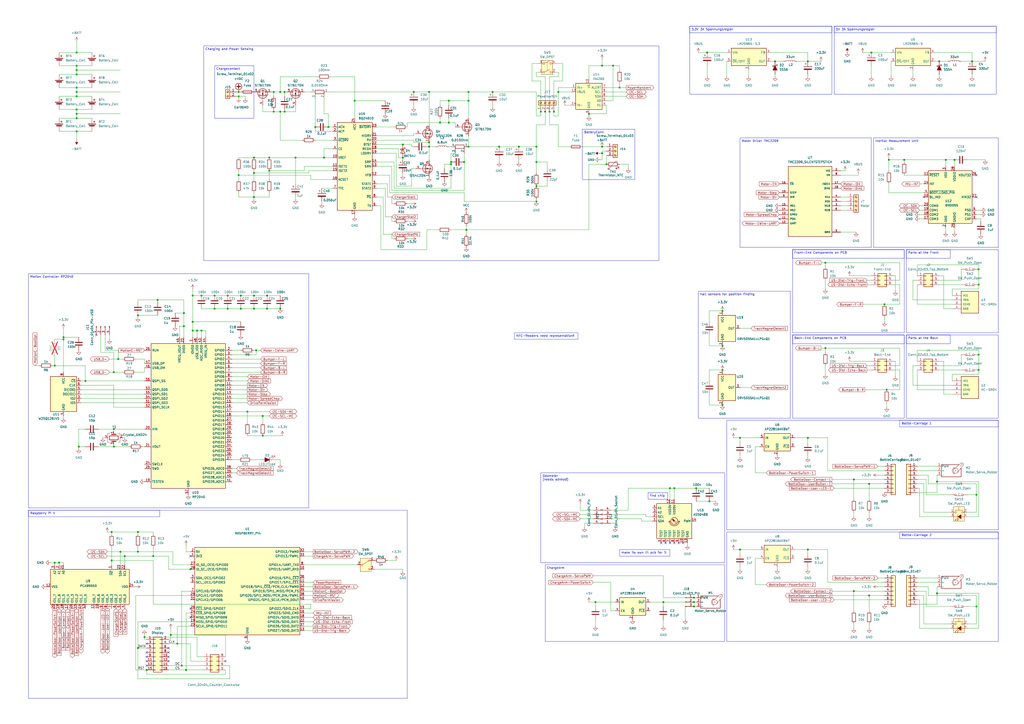
<source format=kicad_sch>
(kicad_sch
	(version 20231120)
	(generator "eeschema")
	(generator_version "8.0")
	(uuid "10e9ed1f-81fe-4a04-a219-cef72219a4ee")
	(paper "A2")
	(lib_symbols
		(symbol "Battery_Management:BQ24610"
			(exclude_from_sim no)
			(in_bom yes)
			(on_board yes)
			(property "Reference" "U"
				(at -10.16 26.67 0)
				(effects
					(font
						(size 1.27 1.27)
					)
				)
			)
			(property "Value" "BQ24610"
				(at 7.62 -26.67 0)
				(effects
					(font
						(size 1.27 1.27)
					)
				)
			)
			(property "Footprint" "Package_DFN_QFN:VQFN-24-1EP_4x4mm_P0.5mm_EP2.45x2.45mm"
				(at 0 -40.64 0)
				(effects
					(font
						(size 1.27 1.27)
					)
					(hide yes)
				)
			)
			(property "Datasheet" "https://www.ti.com/lit/ds/symlink/bq24610.pdf"
				(at 0 -38.1 0)
				(effects
					(font
						(size 1.27 1.27)
					)
					(hide yes)
				)
			)
			(property "Description" "10A, 28V max voltage, Li-Ion Charger w/600kHz NMOS-NMOS Synchronous Buck Converter, VQFN-24"
				(at 0 0 0)
				(effects
					(font
						(size 1.27 1.27)
					)
					(hide yes)
				)
			)
			(property "ki_keywords" "Li-ion buck"
				(at 0 0 0)
				(effects
					(font
						(size 1.27 1.27)
					)
					(hide yes)
				)
			)
			(property "ki_fp_filters" "VQFN*1EP*4x4mm*P0.5mm*"
				(at 0 0 0)
				(effects
					(font
						(size 1.27 1.27)
					)
					(hide yes)
				)
			)
			(symbol "BQ24610_1_1"
				(rectangle
					(start -10.16 25.4)
					(end 10.16 -25.4)
					(stroke
						(width 0.254)
						(type default)
					)
					(fill
						(type background)
					)
				)
				(pin input line
					(at -12.7 22.86 0)
					(length 2.54)
					(name "ACN"
						(effects
							(font
								(size 1.27 1.27)
							)
						)
					)
					(number "1"
						(effects
							(font
								(size 1.27 1.27)
							)
						)
					)
				)
				(pin power_out line
					(at -12.7 5.08 0)
					(length 2.54)
					(name "VREF"
						(effects
							(font
								(size 1.27 1.27)
							)
						)
					)
					(number "10"
						(effects
							(font
								(size 1.27 1.27)
							)
						)
					)
				)
				(pin input line
					(at -12.7 0 0)
					(length 2.54)
					(name "ISET1"
						(effects
							(font
								(size 1.27 1.27)
							)
						)
					)
					(number "11"
						(effects
							(font
								(size 1.27 1.27)
							)
						)
					)
				)
				(pin output line
					(at 12.7 -5.08 180)
					(length 2.54)
					(name "VFB"
						(effects
							(font
								(size 1.27 1.27)
							)
						)
					)
					(number "12"
						(effects
							(font
								(size 1.27 1.27)
							)
						)
					)
				)
				(pin input line
					(at 12.7 0 180)
					(length 2.54)
					(name "SRN"
						(effects
							(font
								(size 1.27 1.27)
							)
						)
					)
					(number "13"
						(effects
							(font
								(size 1.27 1.27)
							)
						)
					)
				)
				(pin input line
					(at 12.7 2.54 180)
					(length 2.54)
					(name "SRP"
						(effects
							(font
								(size 1.27 1.27)
							)
						)
					)
					(number "14"
						(effects
							(font
								(size 1.27 1.27)
							)
						)
					)
				)
				(pin input line
					(at -12.7 -2.54 0)
					(length 2.54)
					(name "ISET2"
						(effects
							(font
								(size 1.27 1.27)
							)
						)
					)
					(number "15"
						(effects
							(font
								(size 1.27 1.27)
							)
						)
					)
				)
				(pin input line
					(at -12.7 -7.62 0)
					(length 2.54)
					(name "ACSET"
						(effects
							(font
								(size 1.27 1.27)
							)
						)
					)
					(number "16"
						(effects
							(font
								(size 1.27 1.27)
							)
						)
					)
				)
				(pin power_in line
					(at 0 -27.94 90)
					(length 2.54)
					(name "GND"
						(effects
							(font
								(size 1.27 1.27)
							)
						)
					)
					(number "17"
						(effects
							(font
								(size 1.27 1.27)
							)
						)
					)
				)
				(pin output line
					(at 12.7 10.16 180)
					(length 2.54)
					(name "REGN"
						(effects
							(font
								(size 1.27 1.27)
							)
						)
					)
					(number "18"
						(effects
							(font
								(size 1.27 1.27)
							)
						)
					)
				)
				(pin output line
					(at 12.7 7.62 180)
					(length 2.54)
					(name "LODRV"
						(effects
							(font
								(size 1.27 1.27)
							)
						)
					)
					(number "19"
						(effects
							(font
								(size 1.27 1.27)
							)
						)
					)
				)
				(pin input line
					(at -12.7 20.32 0)
					(length 2.54)
					(name "ACP"
						(effects
							(font
								(size 1.27 1.27)
							)
						)
					)
					(number "2"
						(effects
							(font
								(size 1.27 1.27)
							)
						)
					)
				)
				(pin power_in line
					(at 12.7 15.24 180)
					(length 2.54)
					(name "PH"
						(effects
							(font
								(size 1.27 1.27)
							)
						)
					)
					(number "20"
						(effects
							(font
								(size 1.27 1.27)
							)
						)
					)
				)
				(pin output line
					(at 12.7 17.78 180)
					(length 2.54)
					(name "HIDRV"
						(effects
							(font
								(size 1.27 1.27)
							)
						)
					)
					(number "21"
						(effects
							(font
								(size 1.27 1.27)
							)
						)
					)
				)
				(pin power_in line
					(at 12.7 12.7 180)
					(length 2.54)
					(name "BTST"
						(effects
							(font
								(size 1.27 1.27)
							)
						)
					)
					(number "22"
						(effects
							(font
								(size 1.27 1.27)
							)
						)
					)
				)
				(pin output line
					(at 12.7 22.86 180)
					(length 2.54)
					(name "~{BATDRV}"
						(effects
							(font
								(size 1.27 1.27)
							)
						)
					)
					(number "23"
						(effects
							(font
								(size 1.27 1.27)
							)
						)
					)
				)
				(pin power_in line
					(at 0 27.94 270)
					(length 2.54)
					(name "VCC"
						(effects
							(font
								(size 1.27 1.27)
							)
						)
					)
					(number "24"
						(effects
							(font
								(size 1.27 1.27)
							)
						)
					)
				)
				(pin passive line
					(at 0 -27.94 90)
					(length 2.54) hide
					(name "GND"
						(effects
							(font
								(size 1.27 1.27)
							)
						)
					)
					(number "25"
						(effects
							(font
								(size 1.27 1.27)
							)
						)
					)
				)
				(pin output line
					(at -12.7 15.24 0)
					(length 2.54)
					(name "~{ACDRV}"
						(effects
							(font
								(size 1.27 1.27)
							)
						)
					)
					(number "3"
						(effects
							(font
								(size 1.27 1.27)
							)
						)
					)
				)
				(pin input line
					(at -12.7 10.16 0)
					(length 2.54)
					(name "CE"
						(effects
							(font
								(size 1.27 1.27)
							)
						)
					)
					(number "4"
						(effects
							(font
								(size 1.27 1.27)
							)
						)
					)
				)
				(pin open_collector line
					(at 12.7 -10.16 180)
					(length 2.54)
					(name "STAT1"
						(effects
							(font
								(size 1.27 1.27)
							)
						)
					)
					(number "5"
						(effects
							(font
								(size 1.27 1.27)
							)
						)
					)
				)
				(pin input line
					(at 12.7 -22.86 180)
					(length 2.54)
					(name "TS"
						(effects
							(font
								(size 1.27 1.27)
							)
						)
					)
					(number "6"
						(effects
							(font
								(size 1.27 1.27)
							)
						)
					)
				)
				(pin input line
					(at -12.7 -12.7 0)
					(length 2.54)
					(name "TTC"
						(effects
							(font
								(size 1.27 1.27)
							)
						)
					)
					(number "7"
						(effects
							(font
								(size 1.27 1.27)
							)
						)
					)
				)
				(pin open_collector line
					(at 12.7 -17.78 180)
					(length 2.54)
					(name "~{PG}"
						(effects
							(font
								(size 1.27 1.27)
							)
						)
					)
					(number "8"
						(effects
							(font
								(size 1.27 1.27)
							)
						)
					)
				)
				(pin open_collector line
					(at 12.7 -12.7 180)
					(length 2.54)
					(name "STAT2"
						(effects
							(font
								(size 1.27 1.27)
							)
						)
					)
					(number "9"
						(effects
							(font
								(size 1.27 1.27)
							)
						)
					)
				)
			)
		)
		(symbol "Connector:Conn_01x03_Pin"
			(pin_names
				(offset 1.016) hide)
			(exclude_from_sim no)
			(in_bom yes)
			(on_board yes)
			(property "Reference" "J"
				(at 0 5.08 0)
				(effects
					(font
						(size 1.27 1.27)
					)
				)
			)
			(property "Value" "Conn_01x03_Pin"
				(at 0 -5.08 0)
				(effects
					(font
						(size 1.27 1.27)
					)
				)
			)
			(property "Footprint" ""
				(at 0 0 0)
				(effects
					(font
						(size 1.27 1.27)
					)
					(hide yes)
				)
			)
			(property "Datasheet" "~"
				(at 0 0 0)
				(effects
					(font
						(size 1.27 1.27)
					)
					(hide yes)
				)
			)
			(property "Description" "Generic connector, single row, 01x03, script generated"
				(at 0 0 0)
				(effects
					(font
						(size 1.27 1.27)
					)
					(hide yes)
				)
			)
			(property "ki_locked" ""
				(at 0 0 0)
				(effects
					(font
						(size 1.27 1.27)
					)
				)
			)
			(property "ki_keywords" "connector"
				(at 0 0 0)
				(effects
					(font
						(size 1.27 1.27)
					)
					(hide yes)
				)
			)
			(property "ki_fp_filters" "Connector*:*_1x??_*"
				(at 0 0 0)
				(effects
					(font
						(size 1.27 1.27)
					)
					(hide yes)
				)
			)
			(symbol "Conn_01x03_Pin_1_1"
				(polyline
					(pts
						(xy 1.27 -2.54) (xy 0.8636 -2.54)
					)
					(stroke
						(width 0.1524)
						(type default)
					)
					(fill
						(type none)
					)
				)
				(polyline
					(pts
						(xy 1.27 0) (xy 0.8636 0)
					)
					(stroke
						(width 0.1524)
						(type default)
					)
					(fill
						(type none)
					)
				)
				(polyline
					(pts
						(xy 1.27 2.54) (xy 0.8636 2.54)
					)
					(stroke
						(width 0.1524)
						(type default)
					)
					(fill
						(type none)
					)
				)
				(rectangle
					(start 0.8636 -2.413)
					(end 0 -2.667)
					(stroke
						(width 0.1524)
						(type default)
					)
					(fill
						(type outline)
					)
				)
				(rectangle
					(start 0.8636 0.127)
					(end 0 -0.127)
					(stroke
						(width 0.1524)
						(type default)
					)
					(fill
						(type outline)
					)
				)
				(rectangle
					(start 0.8636 2.667)
					(end 0 2.413)
					(stroke
						(width 0.1524)
						(type default)
					)
					(fill
						(type outline)
					)
				)
				(pin passive line
					(at 5.08 2.54 180)
					(length 3.81)
					(name "Pin_1"
						(effects
							(font
								(size 1.27 1.27)
							)
						)
					)
					(number "1"
						(effects
							(font
								(size 1.27 1.27)
							)
						)
					)
				)
				(pin passive line
					(at 5.08 0 180)
					(length 3.81)
					(name "Pin_2"
						(effects
							(font
								(size 1.27 1.27)
							)
						)
					)
					(number "2"
						(effects
							(font
								(size 1.27 1.27)
							)
						)
					)
				)
				(pin passive line
					(at 5.08 -2.54 180)
					(length 3.81)
					(name "Pin_3"
						(effects
							(font
								(size 1.27 1.27)
							)
						)
					)
					(number "3"
						(effects
							(font
								(size 1.27 1.27)
							)
						)
					)
				)
			)
		)
		(symbol "Connector:Conn_01x04_Pin"
			(pin_names
				(offset 1.016) hide)
			(exclude_from_sim no)
			(in_bom yes)
			(on_board yes)
			(property "Reference" "J"
				(at 0 5.08 0)
				(effects
					(font
						(size 1.27 1.27)
					)
				)
			)
			(property "Value" "Conn_01x04_Pin"
				(at 0 -7.62 0)
				(effects
					(font
						(size 1.27 1.27)
					)
				)
			)
			(property "Footprint" ""
				(at 0 0 0)
				(effects
					(font
						(size 1.27 1.27)
					)
					(hide yes)
				)
			)
			(property "Datasheet" "~"
				(at 0 0 0)
				(effects
					(font
						(size 1.27 1.27)
					)
					(hide yes)
				)
			)
			(property "Description" "Generic connector, single row, 01x04, script generated"
				(at 0 0 0)
				(effects
					(font
						(size 1.27 1.27)
					)
					(hide yes)
				)
			)
			(property "ki_locked" ""
				(at 0 0 0)
				(effects
					(font
						(size 1.27 1.27)
					)
				)
			)
			(property "ki_keywords" "connector"
				(at 0 0 0)
				(effects
					(font
						(size 1.27 1.27)
					)
					(hide yes)
				)
			)
			(property "ki_fp_filters" "Connector*:*_1x??_*"
				(at 0 0 0)
				(effects
					(font
						(size 1.27 1.27)
					)
					(hide yes)
				)
			)
			(symbol "Conn_01x04_Pin_1_1"
				(polyline
					(pts
						(xy 1.27 -5.08) (xy 0.8636 -5.08)
					)
					(stroke
						(width 0.1524)
						(type default)
					)
					(fill
						(type none)
					)
				)
				(polyline
					(pts
						(xy 1.27 -2.54) (xy 0.8636 -2.54)
					)
					(stroke
						(width 0.1524)
						(type default)
					)
					(fill
						(type none)
					)
				)
				(polyline
					(pts
						(xy 1.27 0) (xy 0.8636 0)
					)
					(stroke
						(width 0.1524)
						(type default)
					)
					(fill
						(type none)
					)
				)
				(polyline
					(pts
						(xy 1.27 2.54) (xy 0.8636 2.54)
					)
					(stroke
						(width 0.1524)
						(type default)
					)
					(fill
						(type none)
					)
				)
				(rectangle
					(start 0.8636 -4.953)
					(end 0 -5.207)
					(stroke
						(width 0.1524)
						(type default)
					)
					(fill
						(type outline)
					)
				)
				(rectangle
					(start 0.8636 -2.413)
					(end 0 -2.667)
					(stroke
						(width 0.1524)
						(type default)
					)
					(fill
						(type outline)
					)
				)
				(rectangle
					(start 0.8636 0.127)
					(end 0 -0.127)
					(stroke
						(width 0.1524)
						(type default)
					)
					(fill
						(type outline)
					)
				)
				(rectangle
					(start 0.8636 2.667)
					(end 0 2.413)
					(stroke
						(width 0.1524)
						(type default)
					)
					(fill
						(type outline)
					)
				)
				(pin passive line
					(at 5.08 2.54 180)
					(length 3.81)
					(name "Pin_1"
						(effects
							(font
								(size 1.27 1.27)
							)
						)
					)
					(number "1"
						(effects
							(font
								(size 1.27 1.27)
							)
						)
					)
				)
				(pin passive line
					(at 5.08 0 180)
					(length 3.81)
					(name "Pin_2"
						(effects
							(font
								(size 1.27 1.27)
							)
						)
					)
					(number "2"
						(effects
							(font
								(size 1.27 1.27)
							)
						)
					)
				)
				(pin passive line
					(at 5.08 -2.54 180)
					(length 3.81)
					(name "Pin_3"
						(effects
							(font
								(size 1.27 1.27)
							)
						)
					)
					(number "3"
						(effects
							(font
								(size 1.27 1.27)
							)
						)
					)
				)
				(pin passive line
					(at 5.08 -5.08 180)
					(length 3.81)
					(name "Pin_4"
						(effects
							(font
								(size 1.27 1.27)
							)
						)
					)
					(number "4"
						(effects
							(font
								(size 1.27 1.27)
							)
						)
					)
				)
			)
		)
		(symbol "Connector:Conn_01x04_Socket"
			(pin_names
				(offset 1.016) hide)
			(exclude_from_sim no)
			(in_bom yes)
			(on_board yes)
			(property "Reference" "J"
				(at 0 5.08 0)
				(effects
					(font
						(size 1.27 1.27)
					)
				)
			)
			(property "Value" "Conn_01x04_Socket"
				(at 0 -7.62 0)
				(effects
					(font
						(size 1.27 1.27)
					)
				)
			)
			(property "Footprint" ""
				(at 0 0 0)
				(effects
					(font
						(size 1.27 1.27)
					)
					(hide yes)
				)
			)
			(property "Datasheet" "~"
				(at 0 0 0)
				(effects
					(font
						(size 1.27 1.27)
					)
					(hide yes)
				)
			)
			(property "Description" "Generic connector, single row, 01x04, script generated"
				(at 0 0 0)
				(effects
					(font
						(size 1.27 1.27)
					)
					(hide yes)
				)
			)
			(property "ki_locked" ""
				(at 0 0 0)
				(effects
					(font
						(size 1.27 1.27)
					)
				)
			)
			(property "ki_keywords" "connector"
				(at 0 0 0)
				(effects
					(font
						(size 1.27 1.27)
					)
					(hide yes)
				)
			)
			(property "ki_fp_filters" "Connector*:*_1x??_*"
				(at 0 0 0)
				(effects
					(font
						(size 1.27 1.27)
					)
					(hide yes)
				)
			)
			(symbol "Conn_01x04_Socket_1_1"
				(arc
					(start 0 -4.572)
					(mid -0.5058 -5.08)
					(end 0 -5.588)
					(stroke
						(width 0.1524)
						(type default)
					)
					(fill
						(type none)
					)
				)
				(arc
					(start 0 -2.032)
					(mid -0.5058 -2.54)
					(end 0 -3.048)
					(stroke
						(width 0.1524)
						(type default)
					)
					(fill
						(type none)
					)
				)
				(polyline
					(pts
						(xy -1.27 -5.08) (xy -0.508 -5.08)
					)
					(stroke
						(width 0.1524)
						(type default)
					)
					(fill
						(type none)
					)
				)
				(polyline
					(pts
						(xy -1.27 -2.54) (xy -0.508 -2.54)
					)
					(stroke
						(width 0.1524)
						(type default)
					)
					(fill
						(type none)
					)
				)
				(polyline
					(pts
						(xy -1.27 0) (xy -0.508 0)
					)
					(stroke
						(width 0.1524)
						(type default)
					)
					(fill
						(type none)
					)
				)
				(polyline
					(pts
						(xy -1.27 2.54) (xy -0.508 2.54)
					)
					(stroke
						(width 0.1524)
						(type default)
					)
					(fill
						(type none)
					)
				)
				(arc
					(start 0 0.508)
					(mid -0.5058 0)
					(end 0 -0.508)
					(stroke
						(width 0.1524)
						(type default)
					)
					(fill
						(type none)
					)
				)
				(arc
					(start 0 3.048)
					(mid -0.5058 2.54)
					(end 0 2.032)
					(stroke
						(width 0.1524)
						(type default)
					)
					(fill
						(type none)
					)
				)
				(pin passive line
					(at -5.08 2.54 0)
					(length 3.81)
					(name "Pin_1"
						(effects
							(font
								(size 1.27 1.27)
							)
						)
					)
					(number "1"
						(effects
							(font
								(size 1.27 1.27)
							)
						)
					)
				)
				(pin passive line
					(at -5.08 0 0)
					(length 3.81)
					(name "Pin_2"
						(effects
							(font
								(size 1.27 1.27)
							)
						)
					)
					(number "2"
						(effects
							(font
								(size 1.27 1.27)
							)
						)
					)
				)
				(pin passive line
					(at -5.08 -2.54 0)
					(length 3.81)
					(name "Pin_3"
						(effects
							(font
								(size 1.27 1.27)
							)
						)
					)
					(number "3"
						(effects
							(font
								(size 1.27 1.27)
							)
						)
					)
				)
				(pin passive line
					(at -5.08 -5.08 0)
					(length 3.81)
					(name "Pin_4"
						(effects
							(font
								(size 1.27 1.27)
							)
						)
					)
					(number "4"
						(effects
							(font
								(size 1.27 1.27)
							)
						)
					)
				)
			)
		)
		(symbol "Connector:Raspberry_Pi_4"
			(exclude_from_sim no)
			(in_bom yes)
			(on_board yes)
			(property "Reference" "J"
				(at -17.526 48.768 0)
				(effects
					(font
						(size 1.27 1.27)
					)
					(justify left bottom)
				)
			)
			(property "Value" "Raspberry_Pi_4"
				(at 15.748 -26.416 0)
				(effects
					(font
						(size 1.27 1.27)
					)
					(justify left top)
				)
			)
			(property "Footprint" ""
				(at 70.104 -47.498 0)
				(effects
					(font
						(size 1.27 1.27)
					)
					(justify left)
					(hide yes)
				)
			)
			(property "Datasheet" "https://datasheets.raspberrypi.com/rpi4/raspberry-pi-4-datasheet.pdf"
				(at 15.748 -32.258 0)
				(effects
					(font
						(size 1.27 1.27)
					)
					(justify left)
					(hide yes)
				)
			)
			(property "Description" "Raspberry Pi 4 Model B"
				(at 15.748 -29.718 0)
				(effects
					(font
						(size 1.27 1.27)
					)
					(justify left)
					(hide yes)
				)
			)
			(property "ki_keywords" "SBC RPi"
				(at 0 0 0)
				(effects
					(font
						(size 1.27 1.27)
					)
					(hide yes)
				)
			)
			(property "ki_fp_filters" "PinHeader*2x20*P2.54mm*Vertical* PinSocket*2x20*P2.54mm*Vertical*"
				(at 0 0 0)
				(effects
					(font
						(size 1.27 1.27)
					)
					(hide yes)
				)
			)
			(symbol "Raspberry_Pi_4_0_1"
				(rectangle
					(start -30.48 25.4)
					(end 30.48 -25.4)
					(stroke
						(width 0.254)
						(type default)
					)
					(fill
						(type background)
					)
				)
			)
			(symbol "Raspberry_Pi_4_1_1"
				(pin power_out line
					(at 33.02 20.32 180)
					(length 2.54)
					(name "3V3"
						(effects
							(font
								(size 1.27 1.27)
							)
						)
					)
					(number "1"
						(effects
							(font
								(size 1.27 1.27)
							)
						)
					)
				)
				(pin bidirectional line
					(at -33.02 12.7 0)
					(length 2.54)
					(name "GPIO15/UART_RXD"
						(effects
							(font
								(size 1.27 1.27)
							)
						)
					)
					(number "10"
						(effects
							(font
								(size 1.27 1.27)
							)
						)
					)
				)
				(pin bidirectional line
					(at -33.02 5.08 0)
					(length 2.54)
					(name "GPIO17/SPI1_~{CE1}"
						(effects
							(font
								(size 1.27 1.27)
							)
						)
					)
					(number "11"
						(effects
							(font
								(size 1.27 1.27)
							)
						)
					)
				)
				(pin bidirectional line
					(at -33.02 2.54 0)
					(length 2.54)
					(name "GPIO18/SPI1_~{CE0}/PCM_CLK/PWM0"
						(effects
							(font
								(size 1.27 1.27)
							)
						)
					)
					(number "12"
						(effects
							(font
								(size 1.27 1.27)
							)
						)
					)
				)
				(pin bidirectional line
					(at -33.02 -22.86 0)
					(length 2.54)
					(name "GPIO27/SDIO_DAT3"
						(effects
							(font
								(size 1.27 1.27)
							)
						)
					)
					(number "13"
						(effects
							(font
								(size 1.27 1.27)
							)
						)
					)
				)
				(pin passive line
					(at 0 -27.94 90)
					(length 2.54) hide
					(name "GND"
						(effects
							(font
								(size 1.27 1.27)
							)
						)
					)
					(number "14"
						(effects
							(font
								(size 1.27 1.27)
							)
						)
					)
				)
				(pin bidirectional line
					(at -33.02 -10.16 0)
					(length 2.54)
					(name "GPIO22/SDIO_CLK"
						(effects
							(font
								(size 1.27 1.27)
							)
						)
					)
					(number "15"
						(effects
							(font
								(size 1.27 1.27)
							)
						)
					)
				)
				(pin bidirectional line
					(at -33.02 -12.7 0)
					(length 2.54)
					(name "GPIO23/SDIO_CMD"
						(effects
							(font
								(size 1.27 1.27)
							)
						)
					)
					(number "16"
						(effects
							(font
								(size 1.27 1.27)
							)
						)
					)
				)
				(pin passive line
					(at 33.02 20.32 180)
					(length 2.54) hide
					(name "3V3"
						(effects
							(font
								(size 1.27 1.27)
							)
						)
					)
					(number "17"
						(effects
							(font
								(size 1.27 1.27)
							)
						)
					)
				)
				(pin bidirectional line
					(at -33.02 -15.24 0)
					(length 2.54)
					(name "GPIO24/SDIO_DAT0"
						(effects
							(font
								(size 1.27 1.27)
							)
						)
					)
					(number "18"
						(effects
							(font
								(size 1.27 1.27)
							)
						)
					)
				)
				(pin bidirectional line
					(at 33.02 -17.78 180)
					(length 2.54)
					(name "MOSI_SPI0/GPIO10"
						(effects
							(font
								(size 1.27 1.27)
							)
						)
					)
					(number "19"
						(effects
							(font
								(size 1.27 1.27)
							)
						)
					)
				)
				(pin power_out line
					(at 33.02 22.86 180)
					(length 2.54)
					(name "5V"
						(effects
							(font
								(size 1.27 1.27)
							)
						)
					)
					(number "2"
						(effects
							(font
								(size 1.27 1.27)
							)
						)
					)
				)
				(pin passive line
					(at 0 -27.94 90)
					(length 2.54) hide
					(name "GND"
						(effects
							(font
								(size 1.27 1.27)
							)
						)
					)
					(number "20"
						(effects
							(font
								(size 1.27 1.27)
							)
						)
					)
				)
				(pin bidirectional line
					(at 33.02 -15.24 180)
					(length 2.54)
					(name "MISO_SPI0/GPIO09"
						(effects
							(font
								(size 1.27 1.27)
							)
						)
					)
					(number "21"
						(effects
							(font
								(size 1.27 1.27)
							)
						)
					)
				)
				(pin bidirectional line
					(at -33.02 -17.78 0)
					(length 2.54)
					(name "GPIO25/SDIO_DAT1"
						(effects
							(font
								(size 1.27 1.27)
							)
						)
					)
					(number "22"
						(effects
							(font
								(size 1.27 1.27)
							)
						)
					)
				)
				(pin bidirectional line
					(at 33.02 -20.32 180)
					(length 2.54)
					(name "SCLK_SPI0/GPIO11"
						(effects
							(font
								(size 1.27 1.27)
							)
						)
					)
					(number "23"
						(effects
							(font
								(size 1.27 1.27)
							)
						)
					)
				)
				(pin bidirectional line
					(at 33.02 -12.7 180)
					(length 2.54)
					(name "~{CE0}_SPI0/GPIO08"
						(effects
							(font
								(size 1.27 1.27)
							)
						)
					)
					(number "24"
						(effects
							(font
								(size 1.27 1.27)
							)
						)
					)
				)
				(pin passive line
					(at 0 -27.94 90)
					(length 2.54) hide
					(name "GND"
						(effects
							(font
								(size 1.27 1.27)
							)
						)
					)
					(number "25"
						(effects
							(font
								(size 1.27 1.27)
							)
						)
					)
				)
				(pin bidirectional line
					(at 33.02 -10.16 180)
					(length 2.54)
					(name "~{CE1}_SPI0/GPIO07"
						(effects
							(font
								(size 1.27 1.27)
							)
						)
					)
					(number "26"
						(effects
							(font
								(size 1.27 1.27)
							)
						)
					)
				)
				(pin bidirectional line
					(at 33.02 15.24 180)
					(length 2.54)
					(name "ID_SD_I2C0/GPIO00"
						(effects
							(font
								(size 1.27 1.27)
							)
						)
					)
					(number "27"
						(effects
							(font
								(size 1.27 1.27)
							)
						)
					)
				)
				(pin bidirectional line
					(at 33.02 12.7 180)
					(length 2.54)
					(name "ID_SC_I2C0/GPIO01"
						(effects
							(font
								(size 1.27 1.27)
							)
						)
					)
					(number "28"
						(effects
							(font
								(size 1.27 1.27)
							)
						)
					)
				)
				(pin bidirectional line
					(at 33.02 -2.54 180)
					(length 2.54)
					(name "GPCLK1/GPIO05"
						(effects
							(font
								(size 1.27 1.27)
							)
						)
					)
					(number "29"
						(effects
							(font
								(size 1.27 1.27)
							)
						)
					)
				)
				(pin bidirectional line
					(at 33.02 7.62 180)
					(length 2.54)
					(name "SDA_I2C1/GPIO02"
						(effects
							(font
								(size 1.27 1.27)
							)
						)
					)
					(number "3"
						(effects
							(font
								(size 1.27 1.27)
							)
						)
					)
				)
				(pin passive line
					(at 0 -27.94 90)
					(length 2.54) hide
					(name "GND"
						(effects
							(font
								(size 1.27 1.27)
							)
						)
					)
					(number "30"
						(effects
							(font
								(size 1.27 1.27)
							)
						)
					)
				)
				(pin bidirectional line
					(at 33.02 -5.08 180)
					(length 2.54)
					(name "GPCLK2/GPIO06"
						(effects
							(font
								(size 1.27 1.27)
							)
						)
					)
					(number "31"
						(effects
							(font
								(size 1.27 1.27)
							)
						)
					)
				)
				(pin bidirectional line
					(at -33.02 22.86 0)
					(length 2.54)
					(name "GPIO12/PWM0"
						(effects
							(font
								(size 1.27 1.27)
							)
						)
					)
					(number "32"
						(effects
							(font
								(size 1.27 1.27)
							)
						)
					)
				)
				(pin bidirectional line
					(at -33.02 20.32 0)
					(length 2.54)
					(name "GPIO13/PWM1"
						(effects
							(font
								(size 1.27 1.27)
							)
						)
					)
					(number "33"
						(effects
							(font
								(size 1.27 1.27)
							)
						)
					)
				)
				(pin passive line
					(at 0 -27.94 90)
					(length 2.54) hide
					(name "GND"
						(effects
							(font
								(size 1.27 1.27)
							)
						)
					)
					(number "34"
						(effects
							(font
								(size 1.27 1.27)
							)
						)
					)
				)
				(pin bidirectional line
					(at -33.02 0 0)
					(length 2.54)
					(name "GPIO19/SPI1_MISO/PCM_FS"
						(effects
							(font
								(size 1.27 1.27)
							)
						)
					)
					(number "35"
						(effects
							(font
								(size 1.27 1.27)
							)
						)
					)
				)
				(pin bidirectional line
					(at -33.02 7.62 0)
					(length 2.54)
					(name "GPIO16/SPI1_~{CE2}"
						(effects
							(font
								(size 1.27 1.27)
							)
						)
					)
					(number "36"
						(effects
							(font
								(size 1.27 1.27)
							)
						)
					)
				)
				(pin bidirectional line
					(at -33.02 -20.32 0)
					(length 2.54)
					(name "GPIO26/SDIO_DAT2"
						(effects
							(font
								(size 1.27 1.27)
							)
						)
					)
					(number "37"
						(effects
							(font
								(size 1.27 1.27)
							)
						)
					)
				)
				(pin bidirectional line
					(at -33.02 -2.54 0)
					(length 2.54)
					(name "GPIO20/SPI1_MOSI/PCM_DIN/PWM1"
						(effects
							(font
								(size 1.27 1.27)
							)
						)
					)
					(number "38"
						(effects
							(font
								(size 1.27 1.27)
							)
						)
					)
				)
				(pin passive line
					(at 0 -27.94 90)
					(length 2.54) hide
					(name "GND"
						(effects
							(font
								(size 1.27 1.27)
							)
						)
					)
					(number "39"
						(effects
							(font
								(size 1.27 1.27)
							)
						)
					)
				)
				(pin passive line
					(at 33.02 22.86 180)
					(length 2.54) hide
					(name "5V"
						(effects
							(font
								(size 1.27 1.27)
							)
						)
					)
					(number "4"
						(effects
							(font
								(size 1.27 1.27)
							)
						)
					)
				)
				(pin bidirectional line
					(at -33.02 -5.08 0)
					(length 2.54)
					(name "GPIO21/SPI1_SCLK/PCM_DOUT"
						(effects
							(font
								(size 1.27 1.27)
							)
						)
					)
					(number "40"
						(effects
							(font
								(size 1.27 1.27)
							)
						)
					)
				)
				(pin bidirectional line
					(at 33.02 5.08 180)
					(length 2.54)
					(name "SCL_I2C1/GPIO03"
						(effects
							(font
								(size 1.27 1.27)
							)
						)
					)
					(number "5"
						(effects
							(font
								(size 1.27 1.27)
							)
						)
					)
				)
				(pin power_out line
					(at 0 -27.94 90)
					(length 2.54)
					(name "GND"
						(effects
							(font
								(size 1.27 1.27)
							)
						)
					)
					(number "6"
						(effects
							(font
								(size 1.27 1.27)
							)
						)
					)
				)
				(pin bidirectional line
					(at 33.02 0 180)
					(length 2.54)
					(name "GPCLK0/GPIO04"
						(effects
							(font
								(size 1.27 1.27)
							)
						)
					)
					(number "7"
						(effects
							(font
								(size 1.27 1.27)
							)
						)
					)
				)
				(pin bidirectional line
					(at -33.02 15.24 0)
					(length 2.54)
					(name "GPIO14/UART_TXD"
						(effects
							(font
								(size 1.27 1.27)
							)
						)
					)
					(number "8"
						(effects
							(font
								(size 1.27 1.27)
							)
						)
					)
				)
				(pin passive line
					(at 0 -27.94 90)
					(length 2.54) hide
					(name "GND"
						(effects
							(font
								(size 1.27 1.27)
							)
						)
					)
					(number "9"
						(effects
							(font
								(size 1.27 1.27)
							)
						)
					)
				)
			)
		)
		(symbol "Connector:Screw_Terminal_01x02"
			(pin_names
				(offset 1.016) hide)
			(exclude_from_sim no)
			(in_bom yes)
			(on_board yes)
			(property "Reference" "J"
				(at 0 2.54 0)
				(effects
					(font
						(size 1.27 1.27)
					)
				)
			)
			(property "Value" "Screw_Terminal_01x02"
				(at 0 -5.08 0)
				(effects
					(font
						(size 1.27 1.27)
					)
				)
			)
			(property "Footprint" ""
				(at 0 0 0)
				(effects
					(font
						(size 1.27 1.27)
					)
					(hide yes)
				)
			)
			(property "Datasheet" "~"
				(at 0 0 0)
				(effects
					(font
						(size 1.27 1.27)
					)
					(hide yes)
				)
			)
			(property "Description" "Generic screw terminal, single row, 01x02, script generated (kicad-library-utils/schlib/autogen/connector/)"
				(at 0 0 0)
				(effects
					(font
						(size 1.27 1.27)
					)
					(hide yes)
				)
			)
			(property "ki_keywords" "screw terminal"
				(at 0 0 0)
				(effects
					(font
						(size 1.27 1.27)
					)
					(hide yes)
				)
			)
			(property "ki_fp_filters" "TerminalBlock*:*"
				(at 0 0 0)
				(effects
					(font
						(size 1.27 1.27)
					)
					(hide yes)
				)
			)
			(symbol "Screw_Terminal_01x02_1_1"
				(rectangle
					(start -1.27 1.27)
					(end 1.27 -3.81)
					(stroke
						(width 0.254)
						(type default)
					)
					(fill
						(type background)
					)
				)
				(circle
					(center 0 -2.54)
					(radius 0.635)
					(stroke
						(width 0.1524)
						(type default)
					)
					(fill
						(type none)
					)
				)
				(polyline
					(pts
						(xy -0.5334 -2.2098) (xy 0.3302 -3.048)
					)
					(stroke
						(width 0.1524)
						(type default)
					)
					(fill
						(type none)
					)
				)
				(polyline
					(pts
						(xy -0.5334 0.3302) (xy 0.3302 -0.508)
					)
					(stroke
						(width 0.1524)
						(type default)
					)
					(fill
						(type none)
					)
				)
				(polyline
					(pts
						(xy -0.3556 -2.032) (xy 0.508 -2.8702)
					)
					(stroke
						(width 0.1524)
						(type default)
					)
					(fill
						(type none)
					)
				)
				(polyline
					(pts
						(xy -0.3556 0.508) (xy 0.508 -0.3302)
					)
					(stroke
						(width 0.1524)
						(type default)
					)
					(fill
						(type none)
					)
				)
				(circle
					(center 0 0)
					(radius 0.635)
					(stroke
						(width 0.1524)
						(type default)
					)
					(fill
						(type none)
					)
				)
				(pin passive line
					(at -5.08 0 0)
					(length 3.81)
					(name "Pin_1"
						(effects
							(font
								(size 1.27 1.27)
							)
						)
					)
					(number "1"
						(effects
							(font
								(size 1.27 1.27)
							)
						)
					)
				)
				(pin passive line
					(at -5.08 -2.54 0)
					(length 3.81)
					(name "Pin_2"
						(effects
							(font
								(size 1.27 1.27)
							)
						)
					)
					(number "2"
						(effects
							(font
								(size 1.27 1.27)
							)
						)
					)
				)
			)
		)
		(symbol "Connector:Screw_Terminal_01x03"
			(pin_names
				(offset 1.016) hide)
			(exclude_from_sim no)
			(in_bom yes)
			(on_board yes)
			(property "Reference" "J"
				(at 0 5.08 0)
				(effects
					(font
						(size 1.27 1.27)
					)
				)
			)
			(property "Value" "Screw_Terminal_01x03"
				(at 0 -5.08 0)
				(effects
					(font
						(size 1.27 1.27)
					)
				)
			)
			(property "Footprint" ""
				(at 0 0 0)
				(effects
					(font
						(size 1.27 1.27)
					)
					(hide yes)
				)
			)
			(property "Datasheet" "~"
				(at 0 0 0)
				(effects
					(font
						(size 1.27 1.27)
					)
					(hide yes)
				)
			)
			(property "Description" "Generic screw terminal, single row, 01x03, script generated (kicad-library-utils/schlib/autogen/connector/)"
				(at 0 0 0)
				(effects
					(font
						(size 1.27 1.27)
					)
					(hide yes)
				)
			)
			(property "ki_keywords" "screw terminal"
				(at 0 0 0)
				(effects
					(font
						(size 1.27 1.27)
					)
					(hide yes)
				)
			)
			(property "ki_fp_filters" "TerminalBlock*:*"
				(at 0 0 0)
				(effects
					(font
						(size 1.27 1.27)
					)
					(hide yes)
				)
			)
			(symbol "Screw_Terminal_01x03_1_1"
				(rectangle
					(start -1.27 3.81)
					(end 1.27 -3.81)
					(stroke
						(width 0.254)
						(type default)
					)
					(fill
						(type background)
					)
				)
				(circle
					(center 0 -2.54)
					(radius 0.635)
					(stroke
						(width 0.1524)
						(type default)
					)
					(fill
						(type none)
					)
				)
				(polyline
					(pts
						(xy -0.5334 -2.2098) (xy 0.3302 -3.048)
					)
					(stroke
						(width 0.1524)
						(type default)
					)
					(fill
						(type none)
					)
				)
				(polyline
					(pts
						(xy -0.5334 0.3302) (xy 0.3302 -0.508)
					)
					(stroke
						(width 0.1524)
						(type default)
					)
					(fill
						(type none)
					)
				)
				(polyline
					(pts
						(xy -0.5334 2.8702) (xy 0.3302 2.032)
					)
					(stroke
						(width 0.1524)
						(type default)
					)
					(fill
						(type none)
					)
				)
				(polyline
					(pts
						(xy -0.3556 -2.032) (xy 0.508 -2.8702)
					)
					(stroke
						(width 0.1524)
						(type default)
					)
					(fill
						(type none)
					)
				)
				(polyline
					(pts
						(xy -0.3556 0.508) (xy 0.508 -0.3302)
					)
					(stroke
						(width 0.1524)
						(type default)
					)
					(fill
						(type none)
					)
				)
				(polyline
					(pts
						(xy -0.3556 3.048) (xy 0.508 2.2098)
					)
					(stroke
						(width 0.1524)
						(type default)
					)
					(fill
						(type none)
					)
				)
				(circle
					(center 0 0)
					(radius 0.635)
					(stroke
						(width 0.1524)
						(type default)
					)
					(fill
						(type none)
					)
				)
				(circle
					(center 0 2.54)
					(radius 0.635)
					(stroke
						(width 0.1524)
						(type default)
					)
					(fill
						(type none)
					)
				)
				(pin passive line
					(at -5.08 2.54 0)
					(length 3.81)
					(name "Pin_1"
						(effects
							(font
								(size 1.27 1.27)
							)
						)
					)
					(number "1"
						(effects
							(font
								(size 1.27 1.27)
							)
						)
					)
				)
				(pin passive line
					(at -5.08 0 0)
					(length 3.81)
					(name "Pin_2"
						(effects
							(font
								(size 1.27 1.27)
							)
						)
					)
					(number "2"
						(effects
							(font
								(size 1.27 1.27)
							)
						)
					)
				)
				(pin passive line
					(at -5.08 -2.54 0)
					(length 3.81)
					(name "Pin_3"
						(effects
							(font
								(size 1.27 1.27)
							)
						)
					)
					(number "3"
						(effects
							(font
								(size 1.27 1.27)
							)
						)
					)
				)
			)
		)
		(symbol "Connector:Screw_Terminal_01x04"
			(pin_names
				(offset 1.016) hide)
			(exclude_from_sim no)
			(in_bom yes)
			(on_board yes)
			(property "Reference" "J"
				(at 0 5.08 0)
				(effects
					(font
						(size 1.27 1.27)
					)
				)
			)
			(property "Value" "Screw_Terminal_01x04"
				(at 0 -7.62 0)
				(effects
					(font
						(size 1.27 1.27)
					)
				)
			)
			(property "Footprint" ""
				(at 0 0 0)
				(effects
					(font
						(size 1.27 1.27)
					)
					(hide yes)
				)
			)
			(property "Datasheet" "~"
				(at 0 0 0)
				(effects
					(font
						(size 1.27 1.27)
					)
					(hide yes)
				)
			)
			(property "Description" "Generic screw terminal, single row, 01x04, script generated (kicad-library-utils/schlib/autogen/connector/)"
				(at 0 0 0)
				(effects
					(font
						(size 1.27 1.27)
					)
					(hide yes)
				)
			)
			(property "ki_keywords" "screw terminal"
				(at 0 0 0)
				(effects
					(font
						(size 1.27 1.27)
					)
					(hide yes)
				)
			)
			(property "ki_fp_filters" "TerminalBlock*:*"
				(at 0 0 0)
				(effects
					(font
						(size 1.27 1.27)
					)
					(hide yes)
				)
			)
			(symbol "Screw_Terminal_01x04_1_1"
				(rectangle
					(start -1.27 3.81)
					(end 1.27 -6.35)
					(stroke
						(width 0.254)
						(type default)
					)
					(fill
						(type background)
					)
				)
				(circle
					(center 0 -5.08)
					(radius 0.635)
					(stroke
						(width 0.1524)
						(type default)
					)
					(fill
						(type none)
					)
				)
				(circle
					(center 0 -2.54)
					(radius 0.635)
					(stroke
						(width 0.1524)
						(type default)
					)
					(fill
						(type none)
					)
				)
				(polyline
					(pts
						(xy -0.5334 -4.7498) (xy 0.3302 -5.588)
					)
					(stroke
						(width 0.1524)
						(type default)
					)
					(fill
						(type none)
					)
				)
				(polyline
					(pts
						(xy -0.5334 -2.2098) (xy 0.3302 -3.048)
					)
					(stroke
						(width 0.1524)
						(type default)
					)
					(fill
						(type none)
					)
				)
				(polyline
					(pts
						(xy -0.5334 0.3302) (xy 0.3302 -0.508)
					)
					(stroke
						(width 0.1524)
						(type default)
					)
					(fill
						(type none)
					)
				)
				(polyline
					(pts
						(xy -0.5334 2.8702) (xy 0.3302 2.032)
					)
					(stroke
						(width 0.1524)
						(type default)
					)
					(fill
						(type none)
					)
				)
				(polyline
					(pts
						(xy -0.3556 -4.572) (xy 0.508 -5.4102)
					)
					(stroke
						(width 0.1524)
						(type default)
					)
					(fill
						(type none)
					)
				)
				(polyline
					(pts
						(xy -0.3556 -2.032) (xy 0.508 -2.8702)
					)
					(stroke
						(width 0.1524)
						(type default)
					)
					(fill
						(type none)
					)
				)
				(polyline
					(pts
						(xy -0.3556 0.508) (xy 0.508 -0.3302)
					)
					(stroke
						(width 0.1524)
						(type default)
					)
					(fill
						(type none)
					)
				)
				(polyline
					(pts
						(xy -0.3556 3.048) (xy 0.508 2.2098)
					)
					(stroke
						(width 0.1524)
						(type default)
					)
					(fill
						(type none)
					)
				)
				(circle
					(center 0 0)
					(radius 0.635)
					(stroke
						(width 0.1524)
						(type default)
					)
					(fill
						(type none)
					)
				)
				(circle
					(center 0 2.54)
					(radius 0.635)
					(stroke
						(width 0.1524)
						(type default)
					)
					(fill
						(type none)
					)
				)
				(pin passive line
					(at -5.08 2.54 0)
					(length 3.81)
					(name "Pin_1"
						(effects
							(font
								(size 1.27 1.27)
							)
						)
					)
					(number "1"
						(effects
							(font
								(size 1.27 1.27)
							)
						)
					)
				)
				(pin passive line
					(at -5.08 0 0)
					(length 3.81)
					(name "Pin_2"
						(effects
							(font
								(size 1.27 1.27)
							)
						)
					)
					(number "2"
						(effects
							(font
								(size 1.27 1.27)
							)
						)
					)
				)
				(pin passive line
					(at -5.08 -2.54 0)
					(length 3.81)
					(name "Pin_3"
						(effects
							(font
								(size 1.27 1.27)
							)
						)
					)
					(number "3"
						(effects
							(font
								(size 1.27 1.27)
							)
						)
					)
				)
				(pin passive line
					(at -5.08 -5.08 0)
					(length 3.81)
					(name "Pin_4"
						(effects
							(font
								(size 1.27 1.27)
							)
						)
					)
					(number "4"
						(effects
							(font
								(size 1.27 1.27)
							)
						)
					)
				)
			)
		)
		(symbol "Connector_Generic:Conn_01x07"
			(pin_names
				(offset 1.016) hide)
			(exclude_from_sim no)
			(in_bom yes)
			(on_board yes)
			(property "Reference" "J"
				(at 0 10.16 0)
				(effects
					(font
						(size 1.27 1.27)
					)
				)
			)
			(property "Value" "Conn_01x07"
				(at 0 -10.16 0)
				(effects
					(font
						(size 1.27 1.27)
					)
				)
			)
			(property "Footprint" ""
				(at 0 0 0)
				(effects
					(font
						(size 1.27 1.27)
					)
					(hide yes)
				)
			)
			(property "Datasheet" "~"
				(at 0 0 0)
				(effects
					(font
						(size 1.27 1.27)
					)
					(hide yes)
				)
			)
			(property "Description" "Generic connector, single row, 01x07, script generated (kicad-library-utils/schlib/autogen/connector/)"
				(at 0 0 0)
				(effects
					(font
						(size 1.27 1.27)
					)
					(hide yes)
				)
			)
			(property "ki_keywords" "connector"
				(at 0 0 0)
				(effects
					(font
						(size 1.27 1.27)
					)
					(hide yes)
				)
			)
			(property "ki_fp_filters" "Connector*:*_1x??_*"
				(at 0 0 0)
				(effects
					(font
						(size 1.27 1.27)
					)
					(hide yes)
				)
			)
			(symbol "Conn_01x07_1_1"
				(rectangle
					(start -1.27 -7.493)
					(end 0 -7.747)
					(stroke
						(width 0.1524)
						(type default)
					)
					(fill
						(type none)
					)
				)
				(rectangle
					(start -1.27 -4.953)
					(end 0 -5.207)
					(stroke
						(width 0.1524)
						(type default)
					)
					(fill
						(type none)
					)
				)
				(rectangle
					(start -1.27 -2.413)
					(end 0 -2.667)
					(stroke
						(width 0.1524)
						(type default)
					)
					(fill
						(type none)
					)
				)
				(rectangle
					(start -1.27 0.127)
					(end 0 -0.127)
					(stroke
						(width 0.1524)
						(type default)
					)
					(fill
						(type none)
					)
				)
				(rectangle
					(start -1.27 2.667)
					(end 0 2.413)
					(stroke
						(width 0.1524)
						(type default)
					)
					(fill
						(type none)
					)
				)
				(rectangle
					(start -1.27 5.207)
					(end 0 4.953)
					(stroke
						(width 0.1524)
						(type default)
					)
					(fill
						(type none)
					)
				)
				(rectangle
					(start -1.27 7.747)
					(end 0 7.493)
					(stroke
						(width 0.1524)
						(type default)
					)
					(fill
						(type none)
					)
				)
				(rectangle
					(start -1.27 8.89)
					(end 1.27 -8.89)
					(stroke
						(width 0.254)
						(type default)
					)
					(fill
						(type background)
					)
				)
				(pin passive line
					(at -5.08 7.62 0)
					(length 3.81)
					(name "Pin_1"
						(effects
							(font
								(size 1.27 1.27)
							)
						)
					)
					(number "1"
						(effects
							(font
								(size 1.27 1.27)
							)
						)
					)
				)
				(pin passive line
					(at -5.08 5.08 0)
					(length 3.81)
					(name "Pin_2"
						(effects
							(font
								(size 1.27 1.27)
							)
						)
					)
					(number "2"
						(effects
							(font
								(size 1.27 1.27)
							)
						)
					)
				)
				(pin passive line
					(at -5.08 2.54 0)
					(length 3.81)
					(name "Pin_3"
						(effects
							(font
								(size 1.27 1.27)
							)
						)
					)
					(number "3"
						(effects
							(font
								(size 1.27 1.27)
							)
						)
					)
				)
				(pin passive line
					(at -5.08 0 0)
					(length 3.81)
					(name "Pin_4"
						(effects
							(font
								(size 1.27 1.27)
							)
						)
					)
					(number "4"
						(effects
							(font
								(size 1.27 1.27)
							)
						)
					)
				)
				(pin passive line
					(at -5.08 -2.54 0)
					(length 3.81)
					(name "Pin_5"
						(effects
							(font
								(size 1.27 1.27)
							)
						)
					)
					(number "5"
						(effects
							(font
								(size 1.27 1.27)
							)
						)
					)
				)
				(pin passive line
					(at -5.08 -5.08 0)
					(length 3.81)
					(name "Pin_6"
						(effects
							(font
								(size 1.27 1.27)
							)
						)
					)
					(number "6"
						(effects
							(font
								(size 1.27 1.27)
							)
						)
					)
				)
				(pin passive line
					(at -5.08 -7.62 0)
					(length 3.81)
					(name "Pin_7"
						(effects
							(font
								(size 1.27 1.27)
							)
						)
					)
					(number "7"
						(effects
							(font
								(size 1.27 1.27)
							)
						)
					)
				)
			)
		)
		(symbol "Connector_Generic:Conn_02x03_Top_Bottom"
			(pin_names
				(offset 1.016) hide)
			(exclude_from_sim no)
			(in_bom yes)
			(on_board yes)
			(property "Reference" "J"
				(at 1.27 5.08 0)
				(effects
					(font
						(size 1.27 1.27)
					)
				)
			)
			(property "Value" "Conn_02x03_Top_Bottom"
				(at 1.27 -5.08 0)
				(effects
					(font
						(size 1.27 1.27)
					)
				)
			)
			(property "Footprint" ""
				(at 0 0 0)
				(effects
					(font
						(size 1.27 1.27)
					)
					(hide yes)
				)
			)
			(property "Datasheet" "~"
				(at 0 0 0)
				(effects
					(font
						(size 1.27 1.27)
					)
					(hide yes)
				)
			)
			(property "Description" "Generic connector, double row, 02x03, top/bottom pin numbering scheme (row 1: 1...pins_per_row, row2: pins_per_row+1 ... num_pins), script generated (kicad-library-utils/schlib/autogen/connector/)"
				(at 0 0 0)
				(effects
					(font
						(size 1.27 1.27)
					)
					(hide yes)
				)
			)
			(property "ki_keywords" "connector"
				(at 0 0 0)
				(effects
					(font
						(size 1.27 1.27)
					)
					(hide yes)
				)
			)
			(property "ki_fp_filters" "Connector*:*_2x??_*"
				(at 0 0 0)
				(effects
					(font
						(size 1.27 1.27)
					)
					(hide yes)
				)
			)
			(symbol "Conn_02x03_Top_Bottom_1_1"
				(rectangle
					(start -1.27 -2.413)
					(end 0 -2.667)
					(stroke
						(width 0.1524)
						(type default)
					)
					(fill
						(type none)
					)
				)
				(rectangle
					(start -1.27 0.127)
					(end 0 -0.127)
					(stroke
						(width 0.1524)
						(type default)
					)
					(fill
						(type none)
					)
				)
				(rectangle
					(start -1.27 2.667)
					(end 0 2.413)
					(stroke
						(width 0.1524)
						(type default)
					)
					(fill
						(type none)
					)
				)
				(rectangle
					(start -1.27 3.81)
					(end 3.81 -3.81)
					(stroke
						(width 0.254)
						(type default)
					)
					(fill
						(type background)
					)
				)
				(rectangle
					(start 3.81 -2.413)
					(end 2.54 -2.667)
					(stroke
						(width 0.1524)
						(type default)
					)
					(fill
						(type none)
					)
				)
				(rectangle
					(start 3.81 0.127)
					(end 2.54 -0.127)
					(stroke
						(width 0.1524)
						(type default)
					)
					(fill
						(type none)
					)
				)
				(rectangle
					(start 3.81 2.667)
					(end 2.54 2.413)
					(stroke
						(width 0.1524)
						(type default)
					)
					(fill
						(type none)
					)
				)
				(pin passive line
					(at -5.08 2.54 0)
					(length 3.81)
					(name "Pin_1"
						(effects
							(font
								(size 1.27 1.27)
							)
						)
					)
					(number "1"
						(effects
							(font
								(size 1.27 1.27)
							)
						)
					)
				)
				(pin passive line
					(at -5.08 0 0)
					(length 3.81)
					(name "Pin_2"
						(effects
							(font
								(size 1.27 1.27)
							)
						)
					)
					(number "2"
						(effects
							(font
								(size 1.27 1.27)
							)
						)
					)
				)
				(pin passive line
					(at -5.08 -2.54 0)
					(length 3.81)
					(name "Pin_3"
						(effects
							(font
								(size 1.27 1.27)
							)
						)
					)
					(number "3"
						(effects
							(font
								(size 1.27 1.27)
							)
						)
					)
				)
				(pin passive line
					(at 7.62 2.54 180)
					(length 3.81)
					(name "Pin_4"
						(effects
							(font
								(size 1.27 1.27)
							)
						)
					)
					(number "4"
						(effects
							(font
								(size 1.27 1.27)
							)
						)
					)
				)
				(pin passive line
					(at 7.62 0 180)
					(length 3.81)
					(name "Pin_5"
						(effects
							(font
								(size 1.27 1.27)
							)
						)
					)
					(number "5"
						(effects
							(font
								(size 1.27 1.27)
							)
						)
					)
				)
				(pin passive line
					(at 7.62 -2.54 180)
					(length 3.81)
					(name "Pin_6"
						(effects
							(font
								(size 1.27 1.27)
							)
						)
					)
					(number "6"
						(effects
							(font
								(size 1.27 1.27)
							)
						)
					)
				)
			)
		)
		(symbol "Connector_Generic:Conn_02x04_Counter_Clockwise"
			(pin_names
				(offset 1.016) hide)
			(exclude_from_sim no)
			(in_bom yes)
			(on_board yes)
			(property "Reference" "J"
				(at 1.27 5.08 0)
				(effects
					(font
						(size 1.27 1.27)
					)
				)
			)
			(property "Value" "Conn_02x04_Counter_Clockwise"
				(at 1.27 -7.62 0)
				(effects
					(font
						(size 1.27 1.27)
					)
				)
			)
			(property "Footprint" ""
				(at 0 0 0)
				(effects
					(font
						(size 1.27 1.27)
					)
					(hide yes)
				)
			)
			(property "Datasheet" "~"
				(at 0 0 0)
				(effects
					(font
						(size 1.27 1.27)
					)
					(hide yes)
				)
			)
			(property "Description" "Generic connector, double row, 02x04, counter clockwise pin numbering scheme (similar to DIP package numbering), script generated (kicad-library-utils/schlib/autogen/connector/)"
				(at 0 0 0)
				(effects
					(font
						(size 1.27 1.27)
					)
					(hide yes)
				)
			)
			(property "ki_keywords" "connector"
				(at 0 0 0)
				(effects
					(font
						(size 1.27 1.27)
					)
					(hide yes)
				)
			)
			(property "ki_fp_filters" "Connector*:*_2x??_*"
				(at 0 0 0)
				(effects
					(font
						(size 1.27 1.27)
					)
					(hide yes)
				)
			)
			(symbol "Conn_02x04_Counter_Clockwise_1_1"
				(rectangle
					(start -1.27 -4.953)
					(end 0 -5.207)
					(stroke
						(width 0.1524)
						(type default)
					)
					(fill
						(type none)
					)
				)
				(rectangle
					(start -1.27 -2.413)
					(end 0 -2.667)
					(stroke
						(width 0.1524)
						(type default)
					)
					(fill
						(type none)
					)
				)
				(rectangle
					(start -1.27 0.127)
					(end 0 -0.127)
					(stroke
						(width 0.1524)
						(type default)
					)
					(fill
						(type none)
					)
				)
				(rectangle
					(start -1.27 2.667)
					(end 0 2.413)
					(stroke
						(width 0.1524)
						(type default)
					)
					(fill
						(type none)
					)
				)
				(rectangle
					(start -1.27 3.81)
					(end 3.81 -6.35)
					(stroke
						(width 0.254)
						(type default)
					)
					(fill
						(type background)
					)
				)
				(rectangle
					(start 3.81 -4.953)
					(end 2.54 -5.207)
					(stroke
						(width 0.1524)
						(type default)
					)
					(fill
						(type none)
					)
				)
				(rectangle
					(start 3.81 -2.413)
					(end 2.54 -2.667)
					(stroke
						(width 0.1524)
						(type default)
					)
					(fill
						(type none)
					)
				)
				(rectangle
					(start 3.81 0.127)
					(end 2.54 -0.127)
					(stroke
						(width 0.1524)
						(type default)
					)
					(fill
						(type none)
					)
				)
				(rectangle
					(start 3.81 2.667)
					(end 2.54 2.413)
					(stroke
						(width 0.1524)
						(type default)
					)
					(fill
						(type none)
					)
				)
				(pin passive line
					(at -5.08 2.54 0)
					(length 3.81)
					(name "Pin_1"
						(effects
							(font
								(size 1.27 1.27)
							)
						)
					)
					(number "1"
						(effects
							(font
								(size 1.27 1.27)
							)
						)
					)
				)
				(pin passive line
					(at -5.08 0 0)
					(length 3.81)
					(name "Pin_2"
						(effects
							(font
								(size 1.27 1.27)
							)
						)
					)
					(number "2"
						(effects
							(font
								(size 1.27 1.27)
							)
						)
					)
				)
				(pin passive line
					(at -5.08 -2.54 0)
					(length 3.81)
					(name "Pin_3"
						(effects
							(font
								(size 1.27 1.27)
							)
						)
					)
					(number "3"
						(effects
							(font
								(size 1.27 1.27)
							)
						)
					)
				)
				(pin passive line
					(at -5.08 -5.08 0)
					(length 3.81)
					(name "Pin_4"
						(effects
							(font
								(size 1.27 1.27)
							)
						)
					)
					(number "4"
						(effects
							(font
								(size 1.27 1.27)
							)
						)
					)
				)
				(pin passive line
					(at 7.62 -5.08 180)
					(length 3.81)
					(name "Pin_5"
						(effects
							(font
								(size 1.27 1.27)
							)
						)
					)
					(number "5"
						(effects
							(font
								(size 1.27 1.27)
							)
						)
					)
				)
				(pin passive line
					(at 7.62 -2.54 180)
					(length 3.81)
					(name "Pin_6"
						(effects
							(font
								(size 1.27 1.27)
							)
						)
					)
					(number "6"
						(effects
							(font
								(size 1.27 1.27)
							)
						)
					)
				)
				(pin passive line
					(at 7.62 0 180)
					(length 3.81)
					(name "Pin_7"
						(effects
							(font
								(size 1.27 1.27)
							)
						)
					)
					(number "7"
						(effects
							(font
								(size 1.27 1.27)
							)
						)
					)
				)
				(pin passive line
					(at 7.62 2.54 180)
					(length 3.81)
					(name "Pin_8"
						(effects
							(font
								(size 1.27 1.27)
							)
						)
					)
					(number "8"
						(effects
							(font
								(size 1.27 1.27)
							)
						)
					)
				)
			)
		)
		(symbol "Connector_Generic:Conn_02x08_Odd_Even"
			(pin_names
				(offset 1.016) hide)
			(exclude_from_sim no)
			(in_bom yes)
			(on_board yes)
			(property "Reference" "J"
				(at 1.27 10.16 0)
				(effects
					(font
						(size 1.27 1.27)
					)
				)
			)
			(property "Value" "Conn_02x08_Odd_Even"
				(at 1.27 -12.7 0)
				(effects
					(font
						(size 1.27 1.27)
					)
				)
			)
			(property "Footprint" ""
				(at 0 0 0)
				(effects
					(font
						(size 1.27 1.27)
					)
					(hide yes)
				)
			)
			(property "Datasheet" "~"
				(at 0 0 0)
				(effects
					(font
						(size 1.27 1.27)
					)
					(hide yes)
				)
			)
			(property "Description" "Generic connector, double row, 02x08, odd/even pin numbering scheme (row 1 odd numbers, row 2 even numbers), script generated (kicad-library-utils/schlib/autogen/connector/)"
				(at 0 0 0)
				(effects
					(font
						(size 1.27 1.27)
					)
					(hide yes)
				)
			)
			(property "ki_keywords" "connector"
				(at 0 0 0)
				(effects
					(font
						(size 1.27 1.27)
					)
					(hide yes)
				)
			)
			(property "ki_fp_filters" "Connector*:*_2x??_*"
				(at 0 0 0)
				(effects
					(font
						(size 1.27 1.27)
					)
					(hide yes)
				)
			)
			(symbol "Conn_02x08_Odd_Even_1_1"
				(rectangle
					(start -1.27 -10.033)
					(end 0 -10.287)
					(stroke
						(width 0.1524)
						(type default)
					)
					(fill
						(type none)
					)
				)
				(rectangle
					(start -1.27 -7.493)
					(end 0 -7.747)
					(stroke
						(width 0.1524)
						(type default)
					)
					(fill
						(type none)
					)
				)
				(rectangle
					(start -1.27 -4.953)
					(end 0 -5.207)
					(stroke
						(width 0.1524)
						(type default)
					)
					(fill
						(type none)
					)
				)
				(rectangle
					(start -1.27 -2.413)
					(end 0 -2.667)
					(stroke
						(width 0.1524)
						(type default)
					)
					(fill
						(type none)
					)
				)
				(rectangle
					(start -1.27 0.127)
					(end 0 -0.127)
					(stroke
						(width 0.1524)
						(type default)
					)
					(fill
						(type none)
					)
				)
				(rectangle
					(start -1.27 2.667)
					(end 0 2.413)
					(stroke
						(width 0.1524)
						(type default)
					)
					(fill
						(type none)
					)
				)
				(rectangle
					(start -1.27 5.207)
					(end 0 4.953)
					(stroke
						(width 0.1524)
						(type default)
					)
					(fill
						(type none)
					)
				)
				(rectangle
					(start -1.27 7.747)
					(end 0 7.493)
					(stroke
						(width 0.1524)
						(type default)
					)
					(fill
						(type none)
					)
				)
				(rectangle
					(start -1.27 8.89)
					(end 3.81 -11.43)
					(stroke
						(width 0.254)
						(type default)
					)
					(fill
						(type background)
					)
				)
				(rectangle
					(start 3.81 -10.033)
					(end 2.54 -10.287)
					(stroke
						(width 0.1524)
						(type default)
					)
					(fill
						(type none)
					)
				)
				(rectangle
					(start 3.81 -7.493)
					(end 2.54 -7.747)
					(stroke
						(width 0.1524)
						(type default)
					)
					(fill
						(type none)
					)
				)
				(rectangle
					(start 3.81 -4.953)
					(end 2.54 -5.207)
					(stroke
						(width 0.1524)
						(type default)
					)
					(fill
						(type none)
					)
				)
				(rectangle
					(start 3.81 -2.413)
					(end 2.54 -2.667)
					(stroke
						(width 0.1524)
						(type default)
					)
					(fill
						(type none)
					)
				)
				(rectangle
					(start 3.81 0.127)
					(end 2.54 -0.127)
					(stroke
						(width 0.1524)
						(type default)
					)
					(fill
						(type none)
					)
				)
				(rectangle
					(start 3.81 2.667)
					(end 2.54 2.413)
					(stroke
						(width 0.1524)
						(type default)
					)
					(fill
						(type none)
					)
				)
				(rectangle
					(start 3.81 5.207)
					(end 2.54 4.953)
					(stroke
						(width 0.1524)
						(type default)
					)
					(fill
						(type none)
					)
				)
				(rectangle
					(start 3.81 7.747)
					(end 2.54 7.493)
					(stroke
						(width 0.1524)
						(type default)
					)
					(fill
						(type none)
					)
				)
				(pin passive line
					(at -5.08 7.62 0)
					(length 3.81)
					(name "Pin_1"
						(effects
							(font
								(size 1.27 1.27)
							)
						)
					)
					(number "1"
						(effects
							(font
								(size 1.27 1.27)
							)
						)
					)
				)
				(pin passive line
					(at 7.62 -2.54 180)
					(length 3.81)
					(name "Pin_10"
						(effects
							(font
								(size 1.27 1.27)
							)
						)
					)
					(number "10"
						(effects
							(font
								(size 1.27 1.27)
							)
						)
					)
				)
				(pin passive line
					(at -5.08 -5.08 0)
					(length 3.81)
					(name "Pin_11"
						(effects
							(font
								(size 1.27 1.27)
							)
						)
					)
					(number "11"
						(effects
							(font
								(size 1.27 1.27)
							)
						)
					)
				)
				(pin passive line
					(at 7.62 -5.08 180)
					(length 3.81)
					(name "Pin_12"
						(effects
							(font
								(size 1.27 1.27)
							)
						)
					)
					(number "12"
						(effects
							(font
								(size 1.27 1.27)
							)
						)
					)
				)
				(pin passive line
					(at -5.08 -7.62 0)
					(length 3.81)
					(name "Pin_13"
						(effects
							(font
								(size 1.27 1.27)
							)
						)
					)
					(number "13"
						(effects
							(font
								(size 1.27 1.27)
							)
						)
					)
				)
				(pin passive line
					(at 7.62 -7.62 180)
					(length 3.81)
					(name "Pin_14"
						(effects
							(font
								(size 1.27 1.27)
							)
						)
					)
					(number "14"
						(effects
							(font
								(size 1.27 1.27)
							)
						)
					)
				)
				(pin passive line
					(at -5.08 -10.16 0)
					(length 3.81)
					(name "Pin_15"
						(effects
							(font
								(size 1.27 1.27)
							)
						)
					)
					(number "15"
						(effects
							(font
								(size 1.27 1.27)
							)
						)
					)
				)
				(pin passive line
					(at 7.62 -10.16 180)
					(length 3.81)
					(name "Pin_16"
						(effects
							(font
								(size 1.27 1.27)
							)
						)
					)
					(number "16"
						(effects
							(font
								(size 1.27 1.27)
							)
						)
					)
				)
				(pin passive line
					(at 7.62 7.62 180)
					(length 3.81)
					(name "Pin_2"
						(effects
							(font
								(size 1.27 1.27)
							)
						)
					)
					(number "2"
						(effects
							(font
								(size 1.27 1.27)
							)
						)
					)
				)
				(pin passive line
					(at -5.08 5.08 0)
					(length 3.81)
					(name "Pin_3"
						(effects
							(font
								(size 1.27 1.27)
							)
						)
					)
					(number "3"
						(effects
							(font
								(size 1.27 1.27)
							)
						)
					)
				)
				(pin passive line
					(at 7.62 5.08 180)
					(length 3.81)
					(name "Pin_4"
						(effects
							(font
								(size 1.27 1.27)
							)
						)
					)
					(number "4"
						(effects
							(font
								(size 1.27 1.27)
							)
						)
					)
				)
				(pin passive line
					(at -5.08 2.54 0)
					(length 3.81)
					(name "Pin_5"
						(effects
							(font
								(size 1.27 1.27)
							)
						)
					)
					(number "5"
						(effects
							(font
								(size 1.27 1.27)
							)
						)
					)
				)
				(pin passive line
					(at 7.62 2.54 180)
					(length 3.81)
					(name "Pin_6"
						(effects
							(font
								(size 1.27 1.27)
							)
						)
					)
					(number "6"
						(effects
							(font
								(size 1.27 1.27)
							)
						)
					)
				)
				(pin passive line
					(at -5.08 0 0)
					(length 3.81)
					(name "Pin_7"
						(effects
							(font
								(size 1.27 1.27)
							)
						)
					)
					(number "7"
						(effects
							(font
								(size 1.27 1.27)
							)
						)
					)
				)
				(pin passive line
					(at 7.62 0 180)
					(length 3.81)
					(name "Pin_8"
						(effects
							(font
								(size 1.27 1.27)
							)
						)
					)
					(number "8"
						(effects
							(font
								(size 1.27 1.27)
							)
						)
					)
				)
				(pin passive line
					(at -5.08 -2.54 0)
					(length 3.81)
					(name "Pin_9"
						(effects
							(font
								(size 1.27 1.27)
							)
						)
					)
					(number "9"
						(effects
							(font
								(size 1.27 1.27)
							)
						)
					)
				)
			)
		)
		(symbol "Device:Battery_Cell"
			(pin_numbers hide)
			(pin_names
				(offset 0) hide)
			(exclude_from_sim no)
			(in_bom yes)
			(on_board yes)
			(property "Reference" "BT"
				(at 2.54 2.54 0)
				(effects
					(font
						(size 1.27 1.27)
					)
					(justify left)
				)
			)
			(property "Value" "Battery_Cell"
				(at 2.54 0 0)
				(effects
					(font
						(size 1.27 1.27)
					)
					(justify left)
				)
			)
			(property "Footprint" ""
				(at 0 1.524 90)
				(effects
					(font
						(size 1.27 1.27)
					)
					(hide yes)
				)
			)
			(property "Datasheet" "~"
				(at 0 1.524 90)
				(effects
					(font
						(size 1.27 1.27)
					)
					(hide yes)
				)
			)
			(property "Description" "Single-cell battery"
				(at 0 0 0)
				(effects
					(font
						(size 1.27 1.27)
					)
					(hide yes)
				)
			)
			(property "ki_keywords" "battery cell"
				(at 0 0 0)
				(effects
					(font
						(size 1.27 1.27)
					)
					(hide yes)
				)
			)
			(symbol "Battery_Cell_0_1"
				(rectangle
					(start -2.286 1.778)
					(end 2.286 1.524)
					(stroke
						(width 0)
						(type default)
					)
					(fill
						(type outline)
					)
				)
				(rectangle
					(start -1.524 1.016)
					(end 1.524 0.508)
					(stroke
						(width 0)
						(type default)
					)
					(fill
						(type outline)
					)
				)
				(polyline
					(pts
						(xy 0 0.762) (xy 0 0)
					)
					(stroke
						(width 0)
						(type default)
					)
					(fill
						(type none)
					)
				)
				(polyline
					(pts
						(xy 0 1.778) (xy 0 2.54)
					)
					(stroke
						(width 0)
						(type default)
					)
					(fill
						(type none)
					)
				)
				(polyline
					(pts
						(xy 0.762 3.048) (xy 1.778 3.048)
					)
					(stroke
						(width 0.254)
						(type default)
					)
					(fill
						(type none)
					)
				)
				(polyline
					(pts
						(xy 1.27 3.556) (xy 1.27 2.54)
					)
					(stroke
						(width 0.254)
						(type default)
					)
					(fill
						(type none)
					)
				)
			)
			(symbol "Battery_Cell_1_1"
				(pin passive line
					(at 0 5.08 270)
					(length 2.54)
					(name "+"
						(effects
							(font
								(size 1.27 1.27)
							)
						)
					)
					(number "1"
						(effects
							(font
								(size 1.27 1.27)
							)
						)
					)
				)
				(pin passive line
					(at 0 -2.54 90)
					(length 2.54)
					(name "-"
						(effects
							(font
								(size 1.27 1.27)
							)
						)
					)
					(number "2"
						(effects
							(font
								(size 1.27 1.27)
							)
						)
					)
				)
			)
		)
		(symbol "Device:C"
			(pin_numbers hide)
			(pin_names
				(offset 0.254)
			)
			(exclude_from_sim no)
			(in_bom yes)
			(on_board yes)
			(property "Reference" "C"
				(at 0.635 2.54 0)
				(effects
					(font
						(size 1.27 1.27)
					)
					(justify left)
				)
			)
			(property "Value" "C"
				(at 0.635 -2.54 0)
				(effects
					(font
						(size 1.27 1.27)
					)
					(justify left)
				)
			)
			(property "Footprint" ""
				(at 0.9652 -3.81 0)
				(effects
					(font
						(size 1.27 1.27)
					)
					(hide yes)
				)
			)
			(property "Datasheet" "~"
				(at 0 0 0)
				(effects
					(font
						(size 1.27 1.27)
					)
					(hide yes)
				)
			)
			(property "Description" "Unpolarized capacitor"
				(at 0 0 0)
				(effects
					(font
						(size 1.27 1.27)
					)
					(hide yes)
				)
			)
			(property "ki_keywords" "cap capacitor"
				(at 0 0 0)
				(effects
					(font
						(size 1.27 1.27)
					)
					(hide yes)
				)
			)
			(property "ki_fp_filters" "C_*"
				(at 0 0 0)
				(effects
					(font
						(size 1.27 1.27)
					)
					(hide yes)
				)
			)
			(symbol "C_0_1"
				(polyline
					(pts
						(xy -2.032 -0.762) (xy 2.032 -0.762)
					)
					(stroke
						(width 0.508)
						(type default)
					)
					(fill
						(type none)
					)
				)
				(polyline
					(pts
						(xy -2.032 0.762) (xy 2.032 0.762)
					)
					(stroke
						(width 0.508)
						(type default)
					)
					(fill
						(type none)
					)
				)
			)
			(symbol "C_1_1"
				(pin passive line
					(at 0 3.81 270)
					(length 2.794)
					(name "~"
						(effects
							(font
								(size 1.27 1.27)
							)
						)
					)
					(number "1"
						(effects
							(font
								(size 1.27 1.27)
							)
						)
					)
				)
				(pin passive line
					(at 0 -3.81 90)
					(length 2.794)
					(name "~"
						(effects
							(font
								(size 1.27 1.27)
							)
						)
					)
					(number "2"
						(effects
							(font
								(size 1.27 1.27)
							)
						)
					)
				)
			)
		)
		(symbol "Device:C_Polarized"
			(pin_numbers hide)
			(pin_names
				(offset 0.254)
			)
			(exclude_from_sim no)
			(in_bom yes)
			(on_board yes)
			(property "Reference" "C"
				(at 0.635 2.54 0)
				(effects
					(font
						(size 1.27 1.27)
					)
					(justify left)
				)
			)
			(property "Value" "C_Polarized"
				(at 0.635 -2.54 0)
				(effects
					(font
						(size 1.27 1.27)
					)
					(justify left)
				)
			)
			(property "Footprint" ""
				(at 0.9652 -3.81 0)
				(effects
					(font
						(size 1.27 1.27)
					)
					(hide yes)
				)
			)
			(property "Datasheet" "~"
				(at 0 0 0)
				(effects
					(font
						(size 1.27 1.27)
					)
					(hide yes)
				)
			)
			(property "Description" "Polarized capacitor"
				(at 0 0 0)
				(effects
					(font
						(size 1.27 1.27)
					)
					(hide yes)
				)
			)
			(property "ki_keywords" "cap capacitor"
				(at 0 0 0)
				(effects
					(font
						(size 1.27 1.27)
					)
					(hide yes)
				)
			)
			(property "ki_fp_filters" "CP_*"
				(at 0 0 0)
				(effects
					(font
						(size 1.27 1.27)
					)
					(hide yes)
				)
			)
			(symbol "C_Polarized_0_1"
				(rectangle
					(start -2.286 0.508)
					(end 2.286 1.016)
					(stroke
						(width 0)
						(type default)
					)
					(fill
						(type none)
					)
				)
				(polyline
					(pts
						(xy -1.778 2.286) (xy -0.762 2.286)
					)
					(stroke
						(width 0)
						(type default)
					)
					(fill
						(type none)
					)
				)
				(polyline
					(pts
						(xy -1.27 2.794) (xy -1.27 1.778)
					)
					(stroke
						(width 0)
						(type default)
					)
					(fill
						(type none)
					)
				)
				(rectangle
					(start 2.286 -0.508)
					(end -2.286 -1.016)
					(stroke
						(width 0)
						(type default)
					)
					(fill
						(type outline)
					)
				)
			)
			(symbol "C_Polarized_1_1"
				(pin passive line
					(at 0 3.81 270)
					(length 2.794)
					(name "~"
						(effects
							(font
								(size 1.27 1.27)
							)
						)
					)
					(number "1"
						(effects
							(font
								(size 1.27 1.27)
							)
						)
					)
				)
				(pin passive line
					(at 0 -3.81 90)
					(length 2.794)
					(name "~"
						(effects
							(font
								(size 1.27 1.27)
							)
						)
					)
					(number "2"
						(effects
							(font
								(size 1.27 1.27)
							)
						)
					)
				)
			)
		)
		(symbol "Device:Crystal_GND24"
			(pin_names
				(offset 1.016) hide)
			(exclude_from_sim no)
			(in_bom yes)
			(on_board yes)
			(property "Reference" "Y"
				(at 3.175 5.08 0)
				(effects
					(font
						(size 1.27 1.27)
					)
					(justify left)
				)
			)
			(property "Value" "Crystal_GND24"
				(at 3.175 3.175 0)
				(effects
					(font
						(size 1.27 1.27)
					)
					(justify left)
				)
			)
			(property "Footprint" ""
				(at 0 0 0)
				(effects
					(font
						(size 1.27 1.27)
					)
					(hide yes)
				)
			)
			(property "Datasheet" "~"
				(at 0 0 0)
				(effects
					(font
						(size 1.27 1.27)
					)
					(hide yes)
				)
			)
			(property "Description" "Four pin crystal, GND on pins 2 and 4"
				(at 0 0 0)
				(effects
					(font
						(size 1.27 1.27)
					)
					(hide yes)
				)
			)
			(property "ki_keywords" "quartz ceramic resonator oscillator"
				(at 0 0 0)
				(effects
					(font
						(size 1.27 1.27)
					)
					(hide yes)
				)
			)
			(property "ki_fp_filters" "Crystal*"
				(at 0 0 0)
				(effects
					(font
						(size 1.27 1.27)
					)
					(hide yes)
				)
			)
			(symbol "Crystal_GND24_0_1"
				(rectangle
					(start -1.143 2.54)
					(end 1.143 -2.54)
					(stroke
						(width 0.3048)
						(type default)
					)
					(fill
						(type none)
					)
				)
				(polyline
					(pts
						(xy -2.54 0) (xy -2.032 0)
					)
					(stroke
						(width 0)
						(type default)
					)
					(fill
						(type none)
					)
				)
				(polyline
					(pts
						(xy -2.032 -1.27) (xy -2.032 1.27)
					)
					(stroke
						(width 0.508)
						(type default)
					)
					(fill
						(type none)
					)
				)
				(polyline
					(pts
						(xy 0 -3.81) (xy 0 -3.556)
					)
					(stroke
						(width 0)
						(type default)
					)
					(fill
						(type none)
					)
				)
				(polyline
					(pts
						(xy 0 3.556) (xy 0 3.81)
					)
					(stroke
						(width 0)
						(type default)
					)
					(fill
						(type none)
					)
				)
				(polyline
					(pts
						(xy 2.032 -1.27) (xy 2.032 1.27)
					)
					(stroke
						(width 0.508)
						(type default)
					)
					(fill
						(type none)
					)
				)
				(polyline
					(pts
						(xy 2.032 0) (xy 2.54 0)
					)
					(stroke
						(width 0)
						(type default)
					)
					(fill
						(type none)
					)
				)
				(polyline
					(pts
						(xy -2.54 -2.286) (xy -2.54 -3.556) (xy 2.54 -3.556) (xy 2.54 -2.286)
					)
					(stroke
						(width 0)
						(type default)
					)
					(fill
						(type none)
					)
				)
				(polyline
					(pts
						(xy -2.54 2.286) (xy -2.54 3.556) (xy 2.54 3.556) (xy 2.54 2.286)
					)
					(stroke
						(width 0)
						(type default)
					)
					(fill
						(type none)
					)
				)
			)
			(symbol "Crystal_GND24_1_1"
				(pin passive line
					(at -3.81 0 0)
					(length 1.27)
					(name "1"
						(effects
							(font
								(size 1.27 1.27)
							)
						)
					)
					(number "1"
						(effects
							(font
								(size 1.27 1.27)
							)
						)
					)
				)
				(pin passive line
					(at 0 5.08 270)
					(length 1.27)
					(name "2"
						(effects
							(font
								(size 1.27 1.27)
							)
						)
					)
					(number "2"
						(effects
							(font
								(size 1.27 1.27)
							)
						)
					)
				)
				(pin passive line
					(at 3.81 0 180)
					(length 1.27)
					(name "3"
						(effects
							(font
								(size 1.27 1.27)
							)
						)
					)
					(number "3"
						(effects
							(font
								(size 1.27 1.27)
							)
						)
					)
				)
				(pin passive line
					(at 0 -5.08 90)
					(length 1.27)
					(name "4"
						(effects
							(font
								(size 1.27 1.27)
							)
						)
					)
					(number "4"
						(effects
							(font
								(size 1.27 1.27)
							)
						)
					)
				)
			)
		)
		(symbol "Device:D_Schottky_Filled"
			(pin_numbers hide)
			(pin_names
				(offset 1.016) hide)
			(exclude_from_sim no)
			(in_bom yes)
			(on_board yes)
			(property "Reference" "D"
				(at 0 2.54 0)
				(effects
					(font
						(size 1.27 1.27)
					)
				)
			)
			(property "Value" "D_Schottky_Filled"
				(at 0 -2.54 0)
				(effects
					(font
						(size 1.27 1.27)
					)
				)
			)
			(property "Footprint" ""
				(at 0 0 0)
				(effects
					(font
						(size 1.27 1.27)
					)
					(hide yes)
				)
			)
			(property "Datasheet" "~"
				(at 0 0 0)
				(effects
					(font
						(size 1.27 1.27)
					)
					(hide yes)
				)
			)
			(property "Description" "Schottky diode, filled shape"
				(at 0 0 0)
				(effects
					(font
						(size 1.27 1.27)
					)
					(hide yes)
				)
			)
			(property "ki_keywords" "diode Schottky"
				(at 0 0 0)
				(effects
					(font
						(size 1.27 1.27)
					)
					(hide yes)
				)
			)
			(property "ki_fp_filters" "TO-???* *_Diode_* *SingleDiode* D_*"
				(at 0 0 0)
				(effects
					(font
						(size 1.27 1.27)
					)
					(hide yes)
				)
			)
			(symbol "D_Schottky_Filled_0_1"
				(polyline
					(pts
						(xy 1.27 0) (xy -1.27 0)
					)
					(stroke
						(width 0)
						(type default)
					)
					(fill
						(type none)
					)
				)
				(polyline
					(pts
						(xy 1.27 1.27) (xy 1.27 -1.27) (xy -1.27 0) (xy 1.27 1.27)
					)
					(stroke
						(width 0.254)
						(type default)
					)
					(fill
						(type outline)
					)
				)
				(polyline
					(pts
						(xy -1.905 0.635) (xy -1.905 1.27) (xy -1.27 1.27) (xy -1.27 -1.27) (xy -0.635 -1.27) (xy -0.635 -0.635)
					)
					(stroke
						(width 0.254)
						(type default)
					)
					(fill
						(type none)
					)
				)
			)
			(symbol "D_Schottky_Filled_1_1"
				(pin passive line
					(at -3.81 0 0)
					(length 2.54)
					(name "K"
						(effects
							(font
								(size 1.27 1.27)
							)
						)
					)
					(number "1"
						(effects
							(font
								(size 1.27 1.27)
							)
						)
					)
				)
				(pin passive line
					(at 3.81 0 180)
					(length 2.54)
					(name "A"
						(effects
							(font
								(size 1.27 1.27)
							)
						)
					)
					(number "2"
						(effects
							(font
								(size 1.27 1.27)
							)
						)
					)
				)
			)
		)
		(symbol "Device:Fuse"
			(pin_numbers hide)
			(pin_names
				(offset 0)
			)
			(exclude_from_sim no)
			(in_bom yes)
			(on_board yes)
			(property "Reference" "F"
				(at 2.032 0 90)
				(effects
					(font
						(size 1.27 1.27)
					)
				)
			)
			(property "Value" "Fuse"
				(at -1.905 0 90)
				(effects
					(font
						(size 1.27 1.27)
					)
				)
			)
			(property "Footprint" ""
				(at -1.778 0 90)
				(effects
					(font
						(size 1.27 1.27)
					)
					(hide yes)
				)
			)
			(property "Datasheet" "~"
				(at 0 0 0)
				(effects
					(font
						(size 1.27 1.27)
					)
					(hide yes)
				)
			)
			(property "Description" "Fuse"
				(at 0 0 0)
				(effects
					(font
						(size 1.27 1.27)
					)
					(hide yes)
				)
			)
			(property "ki_keywords" "fuse"
				(at 0 0 0)
				(effects
					(font
						(size 1.27 1.27)
					)
					(hide yes)
				)
			)
			(property "ki_fp_filters" "*Fuse*"
				(at 0 0 0)
				(effects
					(font
						(size 1.27 1.27)
					)
					(hide yes)
				)
			)
			(symbol "Fuse_0_1"
				(rectangle
					(start -0.762 -2.54)
					(end 0.762 2.54)
					(stroke
						(width 0.254)
						(type default)
					)
					(fill
						(type none)
					)
				)
				(polyline
					(pts
						(xy 0 2.54) (xy 0 -2.54)
					)
					(stroke
						(width 0)
						(type default)
					)
					(fill
						(type none)
					)
				)
			)
			(symbol "Fuse_1_1"
				(pin passive line
					(at 0 3.81 270)
					(length 1.27)
					(name "~"
						(effects
							(font
								(size 1.27 1.27)
							)
						)
					)
					(number "1"
						(effects
							(font
								(size 1.27 1.27)
							)
						)
					)
				)
				(pin passive line
					(at 0 -3.81 90)
					(length 1.27)
					(name "~"
						(effects
							(font
								(size 1.27 1.27)
							)
						)
					)
					(number "2"
						(effects
							(font
								(size 1.27 1.27)
							)
						)
					)
				)
			)
		)
		(symbol "Device:L"
			(pin_numbers hide)
			(pin_names
				(offset 1.016) hide)
			(exclude_from_sim no)
			(in_bom yes)
			(on_board yes)
			(property "Reference" "L"
				(at -1.27 0 90)
				(effects
					(font
						(size 1.27 1.27)
					)
				)
			)
			(property "Value" "L"
				(at 1.905 0 90)
				(effects
					(font
						(size 1.27 1.27)
					)
				)
			)
			(property "Footprint" ""
				(at 0 0 0)
				(effects
					(font
						(size 1.27 1.27)
					)
					(hide yes)
				)
			)
			(property "Datasheet" "~"
				(at 0 0 0)
				(effects
					(font
						(size 1.27 1.27)
					)
					(hide yes)
				)
			)
			(property "Description" "Inductor"
				(at 0 0 0)
				(effects
					(font
						(size 1.27 1.27)
					)
					(hide yes)
				)
			)
			(property "ki_keywords" "inductor choke coil reactor magnetic"
				(at 0 0 0)
				(effects
					(font
						(size 1.27 1.27)
					)
					(hide yes)
				)
			)
			(property "ki_fp_filters" "Choke_* *Coil* Inductor_* L_*"
				(at 0 0 0)
				(effects
					(font
						(size 1.27 1.27)
					)
					(hide yes)
				)
			)
			(symbol "L_0_1"
				(arc
					(start 0 -2.54)
					(mid 0.6323 -1.905)
					(end 0 -1.27)
					(stroke
						(width 0)
						(type default)
					)
					(fill
						(type none)
					)
				)
				(arc
					(start 0 -1.27)
					(mid 0.6323 -0.635)
					(end 0 0)
					(stroke
						(width 0)
						(type default)
					)
					(fill
						(type none)
					)
				)
				(arc
					(start 0 0)
					(mid 0.6323 0.635)
					(end 0 1.27)
					(stroke
						(width 0)
						(type default)
					)
					(fill
						(type none)
					)
				)
				(arc
					(start 0 1.27)
					(mid 0.6323 1.905)
					(end 0 2.54)
					(stroke
						(width 0)
						(type default)
					)
					(fill
						(type none)
					)
				)
			)
			(symbol "L_1_1"
				(pin passive line
					(at 0 3.81 270)
					(length 1.27)
					(name "1"
						(effects
							(font
								(size 1.27 1.27)
							)
						)
					)
					(number "1"
						(effects
							(font
								(size 1.27 1.27)
							)
						)
					)
				)
				(pin passive line
					(at 0 -3.81 90)
					(length 1.27)
					(name "2"
						(effects
							(font
								(size 1.27 1.27)
							)
						)
					)
					(number "2"
						(effects
							(font
								(size 1.27 1.27)
							)
						)
					)
				)
			)
		)
		(symbol "Device:LED_Filled"
			(pin_numbers hide)
			(pin_names
				(offset 1.016) hide)
			(exclude_from_sim no)
			(in_bom yes)
			(on_board yes)
			(property "Reference" "D"
				(at 0 2.54 0)
				(effects
					(font
						(size 1.27 1.27)
					)
				)
			)
			(property "Value" "LED_Filled"
				(at 0 -2.54 0)
				(effects
					(font
						(size 1.27 1.27)
					)
				)
			)
			(property "Footprint" ""
				(at 0 0 0)
				(effects
					(font
						(size 1.27 1.27)
					)
					(hide yes)
				)
			)
			(property "Datasheet" "~"
				(at 0 0 0)
				(effects
					(font
						(size 1.27 1.27)
					)
					(hide yes)
				)
			)
			(property "Description" "Light emitting diode, filled shape"
				(at 0 0 0)
				(effects
					(font
						(size 1.27 1.27)
					)
					(hide yes)
				)
			)
			(property "ki_keywords" "LED diode"
				(at 0 0 0)
				(effects
					(font
						(size 1.27 1.27)
					)
					(hide yes)
				)
			)
			(property "ki_fp_filters" "LED* LED_SMD:* LED_THT:*"
				(at 0 0 0)
				(effects
					(font
						(size 1.27 1.27)
					)
					(hide yes)
				)
			)
			(symbol "LED_Filled_0_1"
				(polyline
					(pts
						(xy -1.27 -1.27) (xy -1.27 1.27)
					)
					(stroke
						(width 0.254)
						(type default)
					)
					(fill
						(type none)
					)
				)
				(polyline
					(pts
						(xy -1.27 0) (xy 1.27 0)
					)
					(stroke
						(width 0)
						(type default)
					)
					(fill
						(type none)
					)
				)
				(polyline
					(pts
						(xy 1.27 -1.27) (xy 1.27 1.27) (xy -1.27 0) (xy 1.27 -1.27)
					)
					(stroke
						(width 0.254)
						(type default)
					)
					(fill
						(type outline)
					)
				)
				(polyline
					(pts
						(xy -3.048 -0.762) (xy -4.572 -2.286) (xy -3.81 -2.286) (xy -4.572 -2.286) (xy -4.572 -1.524)
					)
					(stroke
						(width 0)
						(type default)
					)
					(fill
						(type none)
					)
				)
				(polyline
					(pts
						(xy -1.778 -0.762) (xy -3.302 -2.286) (xy -2.54 -2.286) (xy -3.302 -2.286) (xy -3.302 -1.524)
					)
					(stroke
						(width 0)
						(type default)
					)
					(fill
						(type none)
					)
				)
			)
			(symbol "LED_Filled_1_1"
				(pin passive line
					(at -3.81 0 0)
					(length 2.54)
					(name "K"
						(effects
							(font
								(size 1.27 1.27)
							)
						)
					)
					(number "1"
						(effects
							(font
								(size 1.27 1.27)
							)
						)
					)
				)
				(pin passive line
					(at 3.81 0 180)
					(length 2.54)
					(name "A"
						(effects
							(font
								(size 1.27 1.27)
							)
						)
					)
					(number "2"
						(effects
							(font
								(size 1.27 1.27)
							)
						)
					)
				)
			)
		)
		(symbol "Device:R"
			(pin_numbers hide)
			(pin_names
				(offset 0)
			)
			(exclude_from_sim no)
			(in_bom yes)
			(on_board yes)
			(property "Reference" "R"
				(at 2.032 0 90)
				(effects
					(font
						(size 1.27 1.27)
					)
				)
			)
			(property "Value" "R"
				(at 0 0 90)
				(effects
					(font
						(size 1.27 1.27)
					)
				)
			)
			(property "Footprint" ""
				(at -1.778 0 90)
				(effects
					(font
						(size 1.27 1.27)
					)
					(hide yes)
				)
			)
			(property "Datasheet" "~"
				(at 0 0 0)
				(effects
					(font
						(size 1.27 1.27)
					)
					(hide yes)
				)
			)
			(property "Description" "Resistor"
				(at 0 0 0)
				(effects
					(font
						(size 1.27 1.27)
					)
					(hide yes)
				)
			)
			(property "ki_keywords" "R res resistor"
				(at 0 0 0)
				(effects
					(font
						(size 1.27 1.27)
					)
					(hide yes)
				)
			)
			(property "ki_fp_filters" "R_*"
				(at 0 0 0)
				(effects
					(font
						(size 1.27 1.27)
					)
					(hide yes)
				)
			)
			(symbol "R_0_1"
				(rectangle
					(start -1.016 -2.54)
					(end 1.016 2.54)
					(stroke
						(width 0.254)
						(type default)
					)
					(fill
						(type none)
					)
				)
			)
			(symbol "R_1_1"
				(pin passive line
					(at 0 3.81 270)
					(length 1.27)
					(name "~"
						(effects
							(font
								(size 1.27 1.27)
							)
						)
					)
					(number "1"
						(effects
							(font
								(size 1.27 1.27)
							)
						)
					)
				)
				(pin passive line
					(at 0 -3.81 90)
					(length 1.27)
					(name "~"
						(effects
							(font
								(size 1.27 1.27)
							)
						)
					)
					(number "2"
						(effects
							(font
								(size 1.27 1.27)
							)
						)
					)
				)
			)
		)
		(symbol "Device:R_Shunt"
			(pin_numbers hide)
			(pin_names
				(offset 0)
			)
			(exclude_from_sim no)
			(in_bom yes)
			(on_board yes)
			(property "Reference" "R"
				(at -4.445 0 90)
				(effects
					(font
						(size 1.27 1.27)
					)
				)
			)
			(property "Value" "R_Shunt"
				(at -2.54 0 90)
				(effects
					(font
						(size 1.27 1.27)
					)
				)
			)
			(property "Footprint" ""
				(at -1.778 0 90)
				(effects
					(font
						(size 1.27 1.27)
					)
					(hide yes)
				)
			)
			(property "Datasheet" "~"
				(at 0 0 0)
				(effects
					(font
						(size 1.27 1.27)
					)
					(hide yes)
				)
			)
			(property "Description" "Shunt resistor"
				(at 0 0 0)
				(effects
					(font
						(size 1.27 1.27)
					)
					(hide yes)
				)
			)
			(property "ki_keywords" "R res shunt resistor"
				(at 0 0 0)
				(effects
					(font
						(size 1.27 1.27)
					)
					(hide yes)
				)
			)
			(property "ki_fp_filters" "R_*Shunt*"
				(at 0 0 0)
				(effects
					(font
						(size 1.27 1.27)
					)
					(hide yes)
				)
			)
			(symbol "R_Shunt_0_1"
				(rectangle
					(start -1.016 -2.54)
					(end 1.016 2.54)
					(stroke
						(width 0.254)
						(type default)
					)
					(fill
						(type none)
					)
				)
				(polyline
					(pts
						(xy 0 -2.54) (xy 1.27 -2.54)
					)
					(stroke
						(width 0)
						(type default)
					)
					(fill
						(type none)
					)
				)
				(polyline
					(pts
						(xy 1.27 2.54) (xy 0 2.54)
					)
					(stroke
						(width 0)
						(type default)
					)
					(fill
						(type none)
					)
				)
			)
			(symbol "R_Shunt_1_1"
				(pin passive line
					(at 0 5.08 270)
					(length 2.54)
					(name "1"
						(effects
							(font
								(size 1.27 1.27)
							)
						)
					)
					(number "1"
						(effects
							(font
								(size 1.27 1.27)
							)
						)
					)
				)
				(pin passive line
					(at 3.81 2.54 180)
					(length 2.54)
					(name "2"
						(effects
							(font
								(size 1.27 1.27)
							)
						)
					)
					(number "2"
						(effects
							(font
								(size 1.27 1.27)
							)
						)
					)
				)
				(pin passive line
					(at 3.81 -2.54 180)
					(length 2.54)
					(name "3"
						(effects
							(font
								(size 1.27 1.27)
							)
						)
					)
					(number "3"
						(effects
							(font
								(size 1.27 1.27)
							)
						)
					)
				)
				(pin passive line
					(at 0 -5.08 90)
					(length 2.54)
					(name "4"
						(effects
							(font
								(size 1.27 1.27)
							)
						)
					)
					(number "4"
						(effects
							(font
								(size 1.27 1.27)
							)
						)
					)
				)
			)
		)
		(symbol "Device:Thermistor_NTC"
			(pin_numbers hide)
			(pin_names
				(offset 0)
			)
			(exclude_from_sim no)
			(in_bom yes)
			(on_board yes)
			(property "Reference" "TH"
				(at -4.445 0 90)
				(effects
					(font
						(size 1.27 1.27)
					)
				)
			)
			(property "Value" "Thermistor_NTC"
				(at 3.175 0 90)
				(effects
					(font
						(size 1.27 1.27)
					)
				)
			)
			(property "Footprint" ""
				(at 0 1.27 0)
				(effects
					(font
						(size 1.27 1.27)
					)
					(hide yes)
				)
			)
			(property "Datasheet" "~"
				(at 0 1.27 0)
				(effects
					(font
						(size 1.27 1.27)
					)
					(hide yes)
				)
			)
			(property "Description" "Temperature dependent resistor, negative temperature coefficient"
				(at 0 0 0)
				(effects
					(font
						(size 1.27 1.27)
					)
					(hide yes)
				)
			)
			(property "ki_keywords" "thermistor NTC resistor sensor RTD"
				(at 0 0 0)
				(effects
					(font
						(size 1.27 1.27)
					)
					(hide yes)
				)
			)
			(property "ki_fp_filters" "*NTC* *Thermistor* PIN?ARRAY* bornier* *Terminal?Block* R_*"
				(at 0 0 0)
				(effects
					(font
						(size 1.27 1.27)
					)
					(hide yes)
				)
			)
			(symbol "Thermistor_NTC_0_1"
				(arc
					(start -3.048 2.159)
					(mid -3.0495 2.3143)
					(end -3.175 2.413)
					(stroke
						(width 0)
						(type default)
					)
					(fill
						(type none)
					)
				)
				(arc
					(start -3.048 2.159)
					(mid -2.9736 1.9794)
					(end -2.794 1.905)
					(stroke
						(width 0)
						(type default)
					)
					(fill
						(type none)
					)
				)
				(arc
					(start -3.048 2.794)
					(mid -2.9736 2.6144)
					(end -2.794 2.54)
					(stroke
						(width 0)
						(type default)
					)
					(fill
						(type none)
					)
				)
				(arc
					(start -2.794 1.905)
					(mid -2.6144 1.9794)
					(end -2.54 2.159)
					(stroke
						(width 0)
						(type default)
					)
					(fill
						(type none)
					)
				)
				(arc
					(start -2.794 2.54)
					(mid -2.4393 2.5587)
					(end -2.159 2.794)
					(stroke
						(width 0)
						(type default)
					)
					(fill
						(type none)
					)
				)
				(arc
					(start -2.794 3.048)
					(mid -2.9736 2.9736)
					(end -3.048 2.794)
					(stroke
						(width 0)
						(type default)
					)
					(fill
						(type none)
					)
				)
				(arc
					(start -2.54 2.794)
					(mid -2.6144 2.9736)
					(end -2.794 3.048)
					(stroke
						(width 0)
						(type default)
					)
					(fill
						(type none)
					)
				)
				(rectangle
					(start -1.016 2.54)
					(end 1.016 -2.54)
					(stroke
						(width 0.254)
						(type default)
					)
					(fill
						(type none)
					)
				)
				(polyline
					(pts
						(xy -2.54 2.159) (xy -2.54 2.794)
					)
					(stroke
						(width 0)
						(type default)
					)
					(fill
						(type none)
					)
				)
				(polyline
					(pts
						(xy -1.778 2.54) (xy -1.778 1.524) (xy 1.778 -1.524) (xy 1.778 -2.54)
					)
					(stroke
						(width 0)
						(type default)
					)
					(fill
						(type none)
					)
				)
				(polyline
					(pts
						(xy -2.54 -3.683) (xy -2.54 -1.397) (xy -2.794 -2.159) (xy -2.286 -2.159) (xy -2.54 -1.397) (xy -2.54 -1.651)
					)
					(stroke
						(width 0)
						(type default)
					)
					(fill
						(type outline)
					)
				)
				(polyline
					(pts
						(xy -1.778 -1.397) (xy -1.778 -3.683) (xy -2.032 -2.921) (xy -1.524 -2.921) (xy -1.778 -3.683)
						(xy -1.778 -3.429)
					)
					(stroke
						(width 0)
						(type default)
					)
					(fill
						(type outline)
					)
				)
			)
			(symbol "Thermistor_NTC_1_1"
				(pin passive line
					(at 0 3.81 270)
					(length 1.27)
					(name "~"
						(effects
							(font
								(size 1.27 1.27)
							)
						)
					)
					(number "1"
						(effects
							(font
								(size 1.27 1.27)
							)
						)
					)
				)
				(pin passive line
					(at 0 -3.81 90)
					(length 1.27)
					(name "~"
						(effects
							(font
								(size 1.27 1.27)
							)
						)
					)
					(number "2"
						(effects
							(font
								(size 1.27 1.27)
							)
						)
					)
				)
			)
		)
		(symbol "Diode:BAT54J"
			(pin_numbers hide)
			(pin_names
				(offset 1.016) hide)
			(exclude_from_sim no)
			(in_bom yes)
			(on_board yes)
			(property "Reference" "D"
				(at 0 2.54 0)
				(effects
					(font
						(size 1.27 1.27)
					)
				)
			)
			(property "Value" "BAT54J"
				(at 0 -2.54 0)
				(effects
					(font
						(size 1.27 1.27)
					)
				)
			)
			(property "Footprint" "Diode_SMD:D_SOD-323F"
				(at 0 -4.445 0)
				(effects
					(font
						(size 1.27 1.27)
					)
					(hide yes)
				)
			)
			(property "Datasheet" "https://assets.nexperia.com/documents/data-sheet/BAT54J.pdf"
				(at 0 0 0)
				(effects
					(font
						(size 1.27 1.27)
					)
					(hide yes)
				)
			)
			(property "Description" "30V 200mA Schottky diode, SOD-323F"
				(at 0 0 0)
				(effects
					(font
						(size 1.27 1.27)
					)
					(hide yes)
				)
			)
			(property "ki_keywords" "diode Schottky"
				(at 0 0 0)
				(effects
					(font
						(size 1.27 1.27)
					)
					(hide yes)
				)
			)
			(property "ki_fp_filters" "D*SOD?323F*"
				(at 0 0 0)
				(effects
					(font
						(size 1.27 1.27)
					)
					(hide yes)
				)
			)
			(symbol "BAT54J_0_1"
				(polyline
					(pts
						(xy 1.27 0) (xy -1.27 0)
					)
					(stroke
						(width 0)
						(type default)
					)
					(fill
						(type none)
					)
				)
				(polyline
					(pts
						(xy 1.27 1.27) (xy 1.27 -1.27) (xy -1.27 0) (xy 1.27 1.27)
					)
					(stroke
						(width 0.254)
						(type default)
					)
					(fill
						(type none)
					)
				)
				(polyline
					(pts
						(xy -1.905 0.635) (xy -1.905 1.27) (xy -1.27 1.27) (xy -1.27 -1.27) (xy -0.635 -1.27) (xy -0.635 -0.635)
					)
					(stroke
						(width 0.254)
						(type default)
					)
					(fill
						(type none)
					)
				)
			)
			(symbol "BAT54J_1_1"
				(pin passive line
					(at -3.81 0 0)
					(length 2.54)
					(name "K"
						(effects
							(font
								(size 1.27 1.27)
							)
						)
					)
					(number "1"
						(effects
							(font
								(size 1.27 1.27)
							)
						)
					)
				)
				(pin passive line
					(at 3.81 0 180)
					(length 2.54)
					(name "A"
						(effects
							(font
								(size 1.27 1.27)
							)
						)
					)
					(number "2"
						(effects
							(font
								(size 1.27 1.27)
							)
						)
					)
				)
			)
		)
		(symbol "HC-SR04:HC-SR04"
			(pin_names
				(offset 1.016)
			)
			(exclude_from_sim no)
			(in_bom yes)
			(on_board yes)
			(property "Reference" "U"
				(at 0 5.0813 0)
				(effects
					(font
						(size 1.27 1.27)
					)
					(justify left bottom)
				)
			)
			(property "Value" "HC-SR04"
				(at 0 -10.163 0)
				(effects
					(font
						(size 1.27 1.27)
					)
					(justify left bottom)
				)
			)
			(property "Footprint" "HC-SR04:XCVR_HC-SR04"
				(at 0 0 0)
				(effects
					(font
						(size 1.27 1.27)
					)
					(justify bottom)
					(hide yes)
				)
			)
			(property "Datasheet" ""
				(at 0 0 0)
				(effects
					(font
						(size 1.27 1.27)
					)
					(hide yes)
				)
			)
			(property "Description" ""
				(at 0 0 0)
				(effects
					(font
						(size 1.27 1.27)
					)
					(hide yes)
				)
			)
			(property "MF" "SparkFun Electronics"
				(at 0 0 0)
				(effects
					(font
						(size 1.27 1.27)
					)
					(justify bottom)
					(hide yes)
				)
			)
			(property "Description_1" "\n                        \n                            HC-SR04 Ultrasonic Sensor Qwiic Platform Evaluation Expansion Board\n                        \n"
				(at 0 0 0)
				(effects
					(font
						(size 1.27 1.27)
					)
					(justify bottom)
					(hide yes)
				)
			)
			(property "Package" "None"
				(at 0 0 0)
				(effects
					(font
						(size 1.27 1.27)
					)
					(justify bottom)
					(hide yes)
				)
			)
			(property "Price" "None"
				(at 0 0 0)
				(effects
					(font
						(size 1.27 1.27)
					)
					(justify bottom)
					(hide yes)
				)
			)
			(property "Check_prices" "https://www.snapeda.com/parts/HC-SR04/SparkFun/view-part/?ref=eda"
				(at 0 0 0)
				(effects
					(font
						(size 1.27 1.27)
					)
					(justify bottom)
					(hide yes)
				)
			)
			(property "SnapEDA_Link" "https://www.snapeda.com/parts/HC-SR04/SparkFun/view-part/?ref=snap"
				(at 0 0 0)
				(effects
					(font
						(size 1.27 1.27)
					)
					(justify bottom)
					(hide yes)
				)
			)
			(property "MP" "HC-SR04"
				(at 0 0 0)
				(effects
					(font
						(size 1.27 1.27)
					)
					(justify bottom)
					(hide yes)
				)
			)
			(property "Availability" "Not in stock"
				(at 0 0 0)
				(effects
					(font
						(size 1.27 1.27)
					)
					(justify bottom)
					(hide yes)
				)
			)
			(property "MANUFACTURER" "Osepp"
				(at 0 0 0)
				(effects
					(font
						(size 1.27 1.27)
					)
					(justify bottom)
					(hide yes)
				)
			)
			(symbol "HC-SR04_0_0"
				(rectangle
					(start 0 -7.62)
					(end 10.16 5.08)
					(stroke
						(width 0.254)
						(type default)
					)
					(fill
						(type background)
					)
				)
				(pin power_in line
					(at -5.08 2.54 0)
					(length 5.08)
					(name "VCC"
						(effects
							(font
								(size 1.016 1.016)
							)
						)
					)
					(number "1"
						(effects
							(font
								(size 1.016 1.016)
							)
						)
					)
				)
				(pin bidirectional line
					(at -5.08 0 0)
					(length 5.08)
					(name "TRIG"
						(effects
							(font
								(size 1.016 1.016)
							)
						)
					)
					(number "2"
						(effects
							(font
								(size 1.016 1.016)
							)
						)
					)
				)
				(pin bidirectional line
					(at -5.08 -2.54 0)
					(length 5.08)
					(name "ECHO"
						(effects
							(font
								(size 1.016 1.016)
							)
						)
					)
					(number "3"
						(effects
							(font
								(size 1.016 1.016)
							)
						)
					)
				)
				(pin power_in line
					(at -5.08 -5.08 0)
					(length 5.08)
					(name "GND"
						(effects
							(font
								(size 1.016 1.016)
							)
						)
					)
					(number "4"
						(effects
							(font
								(size 1.016 1.016)
							)
						)
					)
				)
			)
		)
		(symbol "Interface_Expansion:PCA9555D"
			(exclude_from_sim no)
			(in_bom yes)
			(on_board yes)
			(property "Reference" "U"
				(at -8.89 24.13 0)
				(effects
					(font
						(size 1.27 1.27)
					)
				)
			)
			(property "Value" "PCA9555D"
				(at 6.35 24.13 0)
				(effects
					(font
						(size 1.27 1.27)
					)
				)
			)
			(property "Footprint" "Package_SO:SOIC-24W_7.5x15.4mm_P1.27mm"
				(at 24.13 -25.4 0)
				(effects
					(font
						(size 1.27 1.27)
					)
					(hide yes)
				)
			)
			(property "Datasheet" "https://www.nxp.com/docs/en/data-sheet/PCA9555.pdf"
				(at 0 0 0)
				(effects
					(font
						(size 1.27 1.27)
					)
					(hide yes)
				)
			)
			(property "Description" "IO expander 16 GPIO, I2C 400kHz, Interrupt, 2.3 - 5.5V, SOIC-24"
				(at 0 0 0)
				(effects
					(font
						(size 1.27 1.27)
					)
					(hide yes)
				)
			)
			(property "ki_keywords" "I2C TWI IO expander"
				(at 0 0 0)
				(effects
					(font
						(size 1.27 1.27)
					)
					(hide yes)
				)
			)
			(property "ki_fp_filters" "SOIC*7.5x15.4mm*P1.27mm*"
				(at 0 0 0)
				(effects
					(font
						(size 1.27 1.27)
					)
					(hide yes)
				)
			)
			(symbol "PCA9555D_0_1"
				(rectangle
					(start -10.16 22.86)
					(end 10.16 -22.86)
					(stroke
						(width 0.254)
						(type default)
					)
					(fill
						(type background)
					)
				)
			)
			(symbol "PCA9555D_1_1"
				(pin open_collector line
					(at -12.7 12.7 0)
					(length 2.54)
					(name "~{INT}"
						(effects
							(font
								(size 1.27 1.27)
							)
						)
					)
					(number "1"
						(effects
							(font
								(size 1.27 1.27)
							)
						)
					)
				)
				(pin bidirectional line
					(at 12.7 5.08 180)
					(length 2.54)
					(name "IO0_6"
						(effects
							(font
								(size 1.27 1.27)
							)
						)
					)
					(number "10"
						(effects
							(font
								(size 1.27 1.27)
							)
						)
					)
				)
				(pin bidirectional line
					(at 12.7 2.54 180)
					(length 2.54)
					(name "IO0_7"
						(effects
							(font
								(size 1.27 1.27)
							)
						)
					)
					(number "11"
						(effects
							(font
								(size 1.27 1.27)
							)
						)
					)
				)
				(pin power_in line
					(at 0 -25.4 90)
					(length 2.54)
					(name "VSS"
						(effects
							(font
								(size 1.27 1.27)
							)
						)
					)
					(number "12"
						(effects
							(font
								(size 1.27 1.27)
							)
						)
					)
				)
				(pin bidirectional line
					(at 12.7 -2.54 180)
					(length 2.54)
					(name "IO1_0"
						(effects
							(font
								(size 1.27 1.27)
							)
						)
					)
					(number "13"
						(effects
							(font
								(size 1.27 1.27)
							)
						)
					)
				)
				(pin bidirectional line
					(at 12.7 -5.08 180)
					(length 2.54)
					(name "IO1_1"
						(effects
							(font
								(size 1.27 1.27)
							)
						)
					)
					(number "14"
						(effects
							(font
								(size 1.27 1.27)
							)
						)
					)
				)
				(pin bidirectional line
					(at 12.7 -7.62 180)
					(length 2.54)
					(name "IO1_2"
						(effects
							(font
								(size 1.27 1.27)
							)
						)
					)
					(number "15"
						(effects
							(font
								(size 1.27 1.27)
							)
						)
					)
				)
				(pin bidirectional line
					(at 12.7 -10.16 180)
					(length 2.54)
					(name "IO1_3"
						(effects
							(font
								(size 1.27 1.27)
							)
						)
					)
					(number "16"
						(effects
							(font
								(size 1.27 1.27)
							)
						)
					)
				)
				(pin bidirectional line
					(at 12.7 -12.7 180)
					(length 2.54)
					(name "IO1_4"
						(effects
							(font
								(size 1.27 1.27)
							)
						)
					)
					(number "17"
						(effects
							(font
								(size 1.27 1.27)
							)
						)
					)
				)
				(pin bidirectional line
					(at 12.7 -15.24 180)
					(length 2.54)
					(name "IO1_5"
						(effects
							(font
								(size 1.27 1.27)
							)
						)
					)
					(number "18"
						(effects
							(font
								(size 1.27 1.27)
							)
						)
					)
				)
				(pin bidirectional line
					(at 12.7 -17.78 180)
					(length 2.54)
					(name "IO1_6"
						(effects
							(font
								(size 1.27 1.27)
							)
						)
					)
					(number "19"
						(effects
							(font
								(size 1.27 1.27)
							)
						)
					)
				)
				(pin input line
					(at -12.7 -17.78 0)
					(length 2.54)
					(name "A1"
						(effects
							(font
								(size 1.27 1.27)
							)
						)
					)
					(number "2"
						(effects
							(font
								(size 1.27 1.27)
							)
						)
					)
				)
				(pin bidirectional line
					(at 12.7 -20.32 180)
					(length 2.54)
					(name "IO1_7"
						(effects
							(font
								(size 1.27 1.27)
							)
						)
					)
					(number "20"
						(effects
							(font
								(size 1.27 1.27)
							)
						)
					)
				)
				(pin input line
					(at -12.7 -15.24 0)
					(length 2.54)
					(name "A0"
						(effects
							(font
								(size 1.27 1.27)
							)
						)
					)
					(number "21"
						(effects
							(font
								(size 1.27 1.27)
							)
						)
					)
				)
				(pin input line
					(at -12.7 20.32 0)
					(length 2.54)
					(name "SCL"
						(effects
							(font
								(size 1.27 1.27)
							)
						)
					)
					(number "22"
						(effects
							(font
								(size 1.27 1.27)
							)
						)
					)
				)
				(pin bidirectional line
					(at -12.7 17.78 0)
					(length 2.54)
					(name "SDA"
						(effects
							(font
								(size 1.27 1.27)
							)
						)
					)
					(number "23"
						(effects
							(font
								(size 1.27 1.27)
							)
						)
					)
				)
				(pin power_in line
					(at 0 25.4 270)
					(length 2.54)
					(name "VDD"
						(effects
							(font
								(size 1.27 1.27)
							)
						)
					)
					(number "24"
						(effects
							(font
								(size 1.27 1.27)
							)
						)
					)
				)
				(pin input line
					(at -12.7 -20.32 0)
					(length 2.54)
					(name "A2"
						(effects
							(font
								(size 1.27 1.27)
							)
						)
					)
					(number "3"
						(effects
							(font
								(size 1.27 1.27)
							)
						)
					)
				)
				(pin bidirectional line
					(at 12.7 20.32 180)
					(length 2.54)
					(name "IO0_0"
						(effects
							(font
								(size 1.27 1.27)
							)
						)
					)
					(number "4"
						(effects
							(font
								(size 1.27 1.27)
							)
						)
					)
				)
				(pin bidirectional line
					(at 12.7 17.78 180)
					(length 2.54)
					(name "IO0_1"
						(effects
							(font
								(size 1.27 1.27)
							)
						)
					)
					(number "5"
						(effects
							(font
								(size 1.27 1.27)
							)
						)
					)
				)
				(pin bidirectional line
					(at 12.7 15.24 180)
					(length 2.54)
					(name "IO0_2"
						(effects
							(font
								(size 1.27 1.27)
							)
						)
					)
					(number "6"
						(effects
							(font
								(size 1.27 1.27)
							)
						)
					)
				)
				(pin bidirectional line
					(at 12.7 12.7 180)
					(length 2.54)
					(name "IO0_3"
						(effects
							(font
								(size 1.27 1.27)
							)
						)
					)
					(number "7"
						(effects
							(font
								(size 1.27 1.27)
							)
						)
					)
				)
				(pin bidirectional line
					(at 12.7 10.16 180)
					(length 2.54)
					(name "IO0_4"
						(effects
							(font
								(size 1.27 1.27)
							)
						)
					)
					(number "8"
						(effects
							(font
								(size 1.27 1.27)
							)
						)
					)
				)
				(pin bidirectional line
					(at 12.7 7.62 180)
					(length 2.54)
					(name "IO0_5"
						(effects
							(font
								(size 1.27 1.27)
							)
						)
					)
					(number "9"
						(effects
							(font
								(size 1.27 1.27)
							)
						)
					)
				)
			)
		)
		(symbol "MCU_RaspberryPi:RP2040"
			(exclude_from_sim no)
			(in_bom yes)
			(on_board yes)
			(property "Reference" "U"
				(at 17.78 45.72 0)
				(effects
					(font
						(size 1.27 1.27)
					)
				)
			)
			(property "Value" "RP2040"
				(at 17.78 43.18 0)
				(effects
					(font
						(size 1.27 1.27)
					)
				)
			)
			(property "Footprint" "Package_DFN_QFN:QFN-56-1EP_7x7mm_P0.4mm_EP3.2x3.2mm"
				(at 0 0 0)
				(effects
					(font
						(size 1.27 1.27)
					)
					(hide yes)
				)
			)
			(property "Datasheet" "https://datasheets.raspberrypi.com/rp2040/rp2040-datasheet.pdf"
				(at 0 0 0)
				(effects
					(font
						(size 1.27 1.27)
					)
					(hide yes)
				)
			)
			(property "Description" "A microcontroller by Raspberry Pi"
				(at 0 0 0)
				(effects
					(font
						(size 1.27 1.27)
					)
					(hide yes)
				)
			)
			(property "ki_keywords" "RP2040 ARM Cortex-M0+ USB"
				(at 0 0 0)
				(effects
					(font
						(size 1.27 1.27)
					)
					(hide yes)
				)
			)
			(property "ki_fp_filters" "QFN*1EP*7x7mm?P0.4mm*"
				(at 0 0 0)
				(effects
					(font
						(size 1.27 1.27)
					)
					(hide yes)
				)
			)
			(symbol "RP2040_0_1"
				(rectangle
					(start -21.59 41.91)
					(end 21.59 -41.91)
					(stroke
						(width 0.254)
						(type default)
					)
					(fill
						(type background)
					)
				)
			)
			(symbol "RP2040_1_1"
				(pin power_in line
					(at 2.54 45.72 270)
					(length 3.81)
					(name "IOVDD"
						(effects
							(font
								(size 1.27 1.27)
							)
						)
					)
					(number "1"
						(effects
							(font
								(size 1.27 1.27)
							)
						)
					)
				)
				(pin passive line
					(at 2.54 45.72 270)
					(length 3.81) hide
					(name "IOVDD"
						(effects
							(font
								(size 1.27 1.27)
							)
						)
					)
					(number "10"
						(effects
							(font
								(size 1.27 1.27)
							)
						)
					)
				)
				(pin bidirectional line
					(at 25.4 17.78 180)
					(length 3.81)
					(name "GPIO8"
						(effects
							(font
								(size 1.27 1.27)
							)
						)
					)
					(number "11"
						(effects
							(font
								(size 1.27 1.27)
							)
						)
					)
				)
				(pin bidirectional line
					(at 25.4 15.24 180)
					(length 3.81)
					(name "GPIO9"
						(effects
							(font
								(size 1.27 1.27)
							)
						)
					)
					(number "12"
						(effects
							(font
								(size 1.27 1.27)
							)
						)
					)
				)
				(pin bidirectional line
					(at 25.4 12.7 180)
					(length 3.81)
					(name "GPIO10"
						(effects
							(font
								(size 1.27 1.27)
							)
						)
					)
					(number "13"
						(effects
							(font
								(size 1.27 1.27)
							)
						)
					)
				)
				(pin bidirectional line
					(at 25.4 10.16 180)
					(length 3.81)
					(name "GPIO11"
						(effects
							(font
								(size 1.27 1.27)
							)
						)
					)
					(number "14"
						(effects
							(font
								(size 1.27 1.27)
							)
						)
					)
				)
				(pin bidirectional line
					(at 25.4 7.62 180)
					(length 3.81)
					(name "GPIO12"
						(effects
							(font
								(size 1.27 1.27)
							)
						)
					)
					(number "15"
						(effects
							(font
								(size 1.27 1.27)
							)
						)
					)
				)
				(pin bidirectional line
					(at 25.4 5.08 180)
					(length 3.81)
					(name "GPIO13"
						(effects
							(font
								(size 1.27 1.27)
							)
						)
					)
					(number "16"
						(effects
							(font
								(size 1.27 1.27)
							)
						)
					)
				)
				(pin bidirectional line
					(at 25.4 2.54 180)
					(length 3.81)
					(name "GPIO14"
						(effects
							(font
								(size 1.27 1.27)
							)
						)
					)
					(number "17"
						(effects
							(font
								(size 1.27 1.27)
							)
						)
					)
				)
				(pin bidirectional line
					(at 25.4 0 180)
					(length 3.81)
					(name "GPIO15"
						(effects
							(font
								(size 1.27 1.27)
							)
						)
					)
					(number "18"
						(effects
							(font
								(size 1.27 1.27)
							)
						)
					)
				)
				(pin input line
					(at -25.4 -38.1 0)
					(length 3.81)
					(name "TESTEN"
						(effects
							(font
								(size 1.27 1.27)
							)
						)
					)
					(number "19"
						(effects
							(font
								(size 1.27 1.27)
							)
						)
					)
				)
				(pin bidirectional line
					(at 25.4 38.1 180)
					(length 3.81)
					(name "GPIO0"
						(effects
							(font
								(size 1.27 1.27)
							)
						)
					)
					(number "2"
						(effects
							(font
								(size 1.27 1.27)
							)
						)
					)
				)
				(pin input line
					(at -25.4 -7.62 0)
					(length 3.81)
					(name "XIN"
						(effects
							(font
								(size 1.27 1.27)
							)
						)
					)
					(number "20"
						(effects
							(font
								(size 1.27 1.27)
							)
						)
					)
				)
				(pin passive line
					(at -25.4 -17.78 0)
					(length 3.81)
					(name "XOUT"
						(effects
							(font
								(size 1.27 1.27)
							)
						)
					)
					(number "21"
						(effects
							(font
								(size 1.27 1.27)
							)
						)
					)
				)
				(pin passive line
					(at 2.54 45.72 270)
					(length 3.81) hide
					(name "IOVDD"
						(effects
							(font
								(size 1.27 1.27)
							)
						)
					)
					(number "22"
						(effects
							(font
								(size 1.27 1.27)
							)
						)
					)
				)
				(pin power_in line
					(at -2.54 45.72 270)
					(length 3.81)
					(name "DVDD"
						(effects
							(font
								(size 1.27 1.27)
							)
						)
					)
					(number "23"
						(effects
							(font
								(size 1.27 1.27)
							)
						)
					)
				)
				(pin input line
					(at -25.4 -27.94 0)
					(length 3.81)
					(name "SWCLK"
						(effects
							(font
								(size 1.27 1.27)
							)
						)
					)
					(number "24"
						(effects
							(font
								(size 1.27 1.27)
							)
						)
					)
				)
				(pin bidirectional line
					(at -25.4 -30.48 0)
					(length 3.81)
					(name "SWD"
						(effects
							(font
								(size 1.27 1.27)
							)
						)
					)
					(number "25"
						(effects
							(font
								(size 1.27 1.27)
							)
						)
					)
				)
				(pin input line
					(at -25.4 38.1 0)
					(length 3.81)
					(name "RUN"
						(effects
							(font
								(size 1.27 1.27)
							)
						)
					)
					(number "26"
						(effects
							(font
								(size 1.27 1.27)
							)
						)
					)
				)
				(pin bidirectional line
					(at 25.4 -2.54 180)
					(length 3.81)
					(name "GPIO16"
						(effects
							(font
								(size 1.27 1.27)
							)
						)
					)
					(number "27"
						(effects
							(font
								(size 1.27 1.27)
							)
						)
					)
				)
				(pin bidirectional line
					(at 25.4 -5.08 180)
					(length 3.81)
					(name "GPIO17"
						(effects
							(font
								(size 1.27 1.27)
							)
						)
					)
					(number "28"
						(effects
							(font
								(size 1.27 1.27)
							)
						)
					)
				)
				(pin bidirectional line
					(at 25.4 -7.62 180)
					(length 3.81)
					(name "GPIO18"
						(effects
							(font
								(size 1.27 1.27)
							)
						)
					)
					(number "29"
						(effects
							(font
								(size 1.27 1.27)
							)
						)
					)
				)
				(pin bidirectional line
					(at 25.4 35.56 180)
					(length 3.81)
					(name "GPIO1"
						(effects
							(font
								(size 1.27 1.27)
							)
						)
					)
					(number "3"
						(effects
							(font
								(size 1.27 1.27)
							)
						)
					)
				)
				(pin bidirectional line
					(at 25.4 -10.16 180)
					(length 3.81)
					(name "GPIO19"
						(effects
							(font
								(size 1.27 1.27)
							)
						)
					)
					(number "30"
						(effects
							(font
								(size 1.27 1.27)
							)
						)
					)
				)
				(pin bidirectional line
					(at 25.4 -12.7 180)
					(length 3.81)
					(name "GPIO20"
						(effects
							(font
								(size 1.27 1.27)
							)
						)
					)
					(number "31"
						(effects
							(font
								(size 1.27 1.27)
							)
						)
					)
				)
				(pin bidirectional line
					(at 25.4 -15.24 180)
					(length 3.81)
					(name "GPIO21"
						(effects
							(font
								(size 1.27 1.27)
							)
						)
					)
					(number "32"
						(effects
							(font
								(size 1.27 1.27)
							)
						)
					)
				)
				(pin passive line
					(at 2.54 45.72 270)
					(length 3.81) hide
					(name "IOVDD"
						(effects
							(font
								(size 1.27 1.27)
							)
						)
					)
					(number "33"
						(effects
							(font
								(size 1.27 1.27)
							)
						)
					)
				)
				(pin bidirectional line
					(at 25.4 -17.78 180)
					(length 3.81)
					(name "GPIO22"
						(effects
							(font
								(size 1.27 1.27)
							)
						)
					)
					(number "34"
						(effects
							(font
								(size 1.27 1.27)
							)
						)
					)
				)
				(pin bidirectional line
					(at 25.4 -20.32 180)
					(length 3.81)
					(name "GPIO23"
						(effects
							(font
								(size 1.27 1.27)
							)
						)
					)
					(number "35"
						(effects
							(font
								(size 1.27 1.27)
							)
						)
					)
				)
				(pin bidirectional line
					(at 25.4 -22.86 180)
					(length 3.81)
					(name "GPIO24"
						(effects
							(font
								(size 1.27 1.27)
							)
						)
					)
					(number "36"
						(effects
							(font
								(size 1.27 1.27)
							)
						)
					)
				)
				(pin bidirectional line
					(at 25.4 -25.4 180)
					(length 3.81)
					(name "GPIO25"
						(effects
							(font
								(size 1.27 1.27)
							)
						)
					)
					(number "37"
						(effects
							(font
								(size 1.27 1.27)
							)
						)
					)
				)
				(pin bidirectional line
					(at 25.4 -30.48 180)
					(length 3.81)
					(name "GPIO26_ADC0"
						(effects
							(font
								(size 1.27 1.27)
							)
						)
					)
					(number "38"
						(effects
							(font
								(size 1.27 1.27)
							)
						)
					)
				)
				(pin bidirectional line
					(at 25.4 -33.02 180)
					(length 3.81)
					(name "GPIO27_ADC1"
						(effects
							(font
								(size 1.27 1.27)
							)
						)
					)
					(number "39"
						(effects
							(font
								(size 1.27 1.27)
							)
						)
					)
				)
				(pin bidirectional line
					(at 25.4 33.02 180)
					(length 3.81)
					(name "GPIO2"
						(effects
							(font
								(size 1.27 1.27)
							)
						)
					)
					(number "4"
						(effects
							(font
								(size 1.27 1.27)
							)
						)
					)
				)
				(pin bidirectional line
					(at 25.4 -35.56 180)
					(length 3.81)
					(name "GPIO28_ADC2"
						(effects
							(font
								(size 1.27 1.27)
							)
						)
					)
					(number "40"
						(effects
							(font
								(size 1.27 1.27)
							)
						)
					)
				)
				(pin bidirectional line
					(at 25.4 -38.1 180)
					(length 3.81)
					(name "GPIO29_ADC3"
						(effects
							(font
								(size 1.27 1.27)
							)
						)
					)
					(number "41"
						(effects
							(font
								(size 1.27 1.27)
							)
						)
					)
				)
				(pin passive line
					(at 2.54 45.72 270)
					(length 3.81) hide
					(name "IOVDD"
						(effects
							(font
								(size 1.27 1.27)
							)
						)
					)
					(number "42"
						(effects
							(font
								(size 1.27 1.27)
							)
						)
					)
				)
				(pin power_in line
					(at 7.62 45.72 270)
					(length 3.81)
					(name "ADC_AVDD"
						(effects
							(font
								(size 1.27 1.27)
							)
						)
					)
					(number "43"
						(effects
							(font
								(size 1.27 1.27)
							)
						)
					)
				)
				(pin power_in line
					(at 10.16 45.72 270)
					(length 3.81)
					(name "VREG_IN"
						(effects
							(font
								(size 1.27 1.27)
							)
						)
					)
					(number "44"
						(effects
							(font
								(size 1.27 1.27)
							)
						)
					)
				)
				(pin power_out line
					(at -5.08 45.72 270)
					(length 3.81)
					(name "VREG_VOUT"
						(effects
							(font
								(size 1.27 1.27)
							)
						)
					)
					(number "45"
						(effects
							(font
								(size 1.27 1.27)
							)
						)
					)
				)
				(pin bidirectional line
					(at -25.4 27.94 0)
					(length 3.81)
					(name "USB_DM"
						(effects
							(font
								(size 1.27 1.27)
							)
						)
					)
					(number "46"
						(effects
							(font
								(size 1.27 1.27)
							)
						)
					)
				)
				(pin bidirectional line
					(at -25.4 30.48 0)
					(length 3.81)
					(name "USB_DP"
						(effects
							(font
								(size 1.27 1.27)
							)
						)
					)
					(number "47"
						(effects
							(font
								(size 1.27 1.27)
							)
						)
					)
				)
				(pin power_in line
					(at 5.08 45.72 270)
					(length 3.81)
					(name "USB_VDD"
						(effects
							(font
								(size 1.27 1.27)
							)
						)
					)
					(number "48"
						(effects
							(font
								(size 1.27 1.27)
							)
						)
					)
				)
				(pin passive line
					(at 2.54 45.72 270)
					(length 3.81) hide
					(name "IOVDD"
						(effects
							(font
								(size 1.27 1.27)
							)
						)
					)
					(number "49"
						(effects
							(font
								(size 1.27 1.27)
							)
						)
					)
				)
				(pin bidirectional line
					(at 25.4 30.48 180)
					(length 3.81)
					(name "GPIO3"
						(effects
							(font
								(size 1.27 1.27)
							)
						)
					)
					(number "5"
						(effects
							(font
								(size 1.27 1.27)
							)
						)
					)
				)
				(pin passive line
					(at -2.54 45.72 270)
					(length 3.81) hide
					(name "DVDD"
						(effects
							(font
								(size 1.27 1.27)
							)
						)
					)
					(number "50"
						(effects
							(font
								(size 1.27 1.27)
							)
						)
					)
				)
				(pin bidirectional line
					(at -25.4 7.62 0)
					(length 3.81)
					(name "QSPI_SD3"
						(effects
							(font
								(size 1.27 1.27)
							)
						)
					)
					(number "51"
						(effects
							(font
								(size 1.27 1.27)
							)
						)
					)
				)
				(pin output line
					(at -25.4 5.08 0)
					(length 3.81)
					(name "QSPI_SCLK"
						(effects
							(font
								(size 1.27 1.27)
							)
						)
					)
					(number "52"
						(effects
							(font
								(size 1.27 1.27)
							)
						)
					)
				)
				(pin bidirectional line
					(at -25.4 15.24 0)
					(length 3.81)
					(name "QSPI_SD0"
						(effects
							(font
								(size 1.27 1.27)
							)
						)
					)
					(number "53"
						(effects
							(font
								(size 1.27 1.27)
							)
						)
					)
				)
				(pin bidirectional line
					(at -25.4 10.16 0)
					(length 3.81)
					(name "QSPI_SD2"
						(effects
							(font
								(size 1.27 1.27)
							)
						)
					)
					(number "54"
						(effects
							(font
								(size 1.27 1.27)
							)
						)
					)
				)
				(pin bidirectional line
					(at -25.4 12.7 0)
					(length 3.81)
					(name "QSPI_SD1"
						(effects
							(font
								(size 1.27 1.27)
							)
						)
					)
					(number "55"
						(effects
							(font
								(size 1.27 1.27)
							)
						)
					)
				)
				(pin bidirectional line
					(at -25.4 20.32 0)
					(length 3.81)
					(name "QSPI_SS"
						(effects
							(font
								(size 1.27 1.27)
							)
						)
					)
					(number "56"
						(effects
							(font
								(size 1.27 1.27)
							)
						)
					)
				)
				(pin power_in line
					(at 0 -45.72 90)
					(length 3.81)
					(name "GND"
						(effects
							(font
								(size 1.27 1.27)
							)
						)
					)
					(number "57"
						(effects
							(font
								(size 1.27 1.27)
							)
						)
					)
				)
				(pin bidirectional line
					(at 25.4 27.94 180)
					(length 3.81)
					(name "GPIO4"
						(effects
							(font
								(size 1.27 1.27)
							)
						)
					)
					(number "6"
						(effects
							(font
								(size 1.27 1.27)
							)
						)
					)
				)
				(pin bidirectional line
					(at 25.4 25.4 180)
					(length 3.81)
					(name "GPIO5"
						(effects
							(font
								(size 1.27 1.27)
							)
						)
					)
					(number "7"
						(effects
							(font
								(size 1.27 1.27)
							)
						)
					)
				)
				(pin bidirectional line
					(at 25.4 22.86 180)
					(length 3.81)
					(name "GPIO6"
						(effects
							(font
								(size 1.27 1.27)
							)
						)
					)
					(number "8"
						(effects
							(font
								(size 1.27 1.27)
							)
						)
					)
				)
				(pin bidirectional line
					(at 25.4 20.32 180)
					(length 3.81)
					(name "GPIO7"
						(effects
							(font
								(size 1.27 1.27)
							)
						)
					)
					(number "9"
						(effects
							(font
								(size 1.27 1.27)
							)
						)
					)
				)
			)
		)
		(symbol "Memory_Flash:W25Q128JVS"
			(exclude_from_sim no)
			(in_bom yes)
			(on_board yes)
			(property "Reference" "U"
				(at -6.35 11.43 0)
				(effects
					(font
						(size 1.27 1.27)
					)
				)
			)
			(property "Value" "W25Q128JVS"
				(at 7.62 11.43 0)
				(effects
					(font
						(size 1.27 1.27)
					)
				)
			)
			(property "Footprint" "Package_SO:SOIC-8_5.23x5.23mm_P1.27mm"
				(at 0 22.86 0)
				(effects
					(font
						(size 1.27 1.27)
					)
					(hide yes)
				)
			)
			(property "Datasheet" "https://www.winbond.com/resource-files/w25q128jv_dtr%20revc%2003272018%20plus.pdf"
				(at 0 25.4 0)
				(effects
					(font
						(size 1.27 1.27)
					)
					(hide yes)
				)
			)
			(property "Description" "128Mb Serial Flash Memory, Standard/Dual/Quad SPI, SOIC-8"
				(at 0 27.94 0)
				(effects
					(font
						(size 1.27 1.27)
					)
					(hide yes)
				)
			)
			(property "ki_keywords" "flash memory SPI QPI DTR"
				(at 0 0 0)
				(effects
					(font
						(size 1.27 1.27)
					)
					(hide yes)
				)
			)
			(property "ki_fp_filters" "SOIC*5.23x5.23mm*P1.27mm*"
				(at 0 0 0)
				(effects
					(font
						(size 1.27 1.27)
					)
					(hide yes)
				)
			)
			(symbol "W25Q128JVS_0_1"
				(rectangle
					(start -7.62 10.16)
					(end 7.62 -10.16)
					(stroke
						(width 0.254)
						(type default)
					)
					(fill
						(type background)
					)
				)
			)
			(symbol "W25Q128JVS_1_1"
				(pin input line
					(at -10.16 7.62 0)
					(length 2.54)
					(name "~{CS}"
						(effects
							(font
								(size 1.27 1.27)
							)
						)
					)
					(number "1"
						(effects
							(font
								(size 1.27 1.27)
							)
						)
					)
				)
				(pin bidirectional line
					(at -10.16 0 0)
					(length 2.54)
					(name "DO(IO1)"
						(effects
							(font
								(size 1.27 1.27)
							)
						)
					)
					(number "2"
						(effects
							(font
								(size 1.27 1.27)
							)
						)
					)
				)
				(pin bidirectional line
					(at -10.16 -2.54 0)
					(length 2.54)
					(name "IO2"
						(effects
							(font
								(size 1.27 1.27)
							)
						)
					)
					(number "3"
						(effects
							(font
								(size 1.27 1.27)
							)
						)
					)
				)
				(pin power_in line
					(at 0 -12.7 90)
					(length 2.54)
					(name "GND"
						(effects
							(font
								(size 1.27 1.27)
							)
						)
					)
					(number "4"
						(effects
							(font
								(size 1.27 1.27)
							)
						)
					)
				)
				(pin bidirectional line
					(at -10.16 2.54 0)
					(length 2.54)
					(name "DI(IO0)"
						(effects
							(font
								(size 1.27 1.27)
							)
						)
					)
					(number "5"
						(effects
							(font
								(size 1.27 1.27)
							)
						)
					)
				)
				(pin input line
					(at -10.16 5.08 0)
					(length 2.54)
					(name "CLK"
						(effects
							(font
								(size 1.27 1.27)
							)
						)
					)
					(number "6"
						(effects
							(font
								(size 1.27 1.27)
							)
						)
					)
				)
				(pin bidirectional line
					(at -10.16 -5.08 0)
					(length 2.54)
					(name "IO3"
						(effects
							(font
								(size 1.27 1.27)
							)
						)
					)
					(number "7"
						(effects
							(font
								(size 1.27 1.27)
							)
						)
					)
				)
				(pin power_in line
					(at 0 12.7 270)
					(length 2.54)
					(name "VCC"
						(effects
							(font
								(size 1.27 1.27)
							)
						)
					)
					(number "8"
						(effects
							(font
								(size 1.27 1.27)
							)
						)
					)
				)
			)
		)
		(symbol "Motor:Motor_Servo_Robbe"
			(pin_names
				(offset 0.0254)
			)
			(exclude_from_sim no)
			(in_bom yes)
			(on_board yes)
			(property "Reference" "M"
				(at -5.08 4.445 0)
				(effects
					(font
						(size 1.27 1.27)
					)
					(justify left)
				)
			)
			(property "Value" "Motor_Servo_Robbe"
				(at -5.08 -4.064 0)
				(effects
					(font
						(size 1.27 1.27)
					)
					(justify left top)
				)
			)
			(property "Footprint" ""
				(at 0 -4.826 0)
				(effects
					(font
						(size 1.27 1.27)
					)
					(hide yes)
				)
			)
			(property "Datasheet" "http://forums.parallax.com/uploads/attachments/46831/74481.png"
				(at 0 -4.826 0)
				(effects
					(font
						(size 1.27 1.27)
					)
					(hide yes)
				)
			)
			(property "Description" "Servo Motor (Robbe connector)"
				(at 0 0 0)
				(effects
					(font
						(size 1.27 1.27)
					)
					(hide yes)
				)
			)
			(property "ki_keywords" "Servo Motor"
				(at 0 0 0)
				(effects
					(font
						(size 1.27 1.27)
					)
					(hide yes)
				)
			)
			(property "ki_fp_filters" "PinHeader*P2.54mm*"
				(at 0 0 0)
				(effects
					(font
						(size 1.27 1.27)
					)
					(hide yes)
				)
			)
			(symbol "Motor_Servo_Robbe_0_1"
				(polyline
					(pts
						(xy 2.413 -1.778) (xy 2.032 -1.778)
					)
					(stroke
						(width 0)
						(type default)
					)
					(fill
						(type none)
					)
				)
				(polyline
					(pts
						(xy 2.413 -1.778) (xy 2.286 -1.397)
					)
					(stroke
						(width 0)
						(type default)
					)
					(fill
						(type none)
					)
				)
				(polyline
					(pts
						(xy 2.413 1.778) (xy 1.905 1.778)
					)
					(stroke
						(width 0)
						(type default)
					)
					(fill
						(type none)
					)
				)
				(polyline
					(pts
						(xy 2.413 1.778) (xy 2.286 1.397)
					)
					(stroke
						(width 0)
						(type default)
					)
					(fill
						(type none)
					)
				)
				(polyline
					(pts
						(xy 6.35 4.445) (xy 2.54 1.27)
					)
					(stroke
						(width 0)
						(type default)
					)
					(fill
						(type none)
					)
				)
				(polyline
					(pts
						(xy 7.62 3.175) (xy 4.191 -1.016)
					)
					(stroke
						(width 0)
						(type default)
					)
					(fill
						(type none)
					)
				)
				(polyline
					(pts
						(xy 5.08 3.556) (xy -5.08 3.556) (xy -5.08 -3.556) (xy 6.35 -3.556) (xy 6.35 1.524)
					)
					(stroke
						(width 0.254)
						(type default)
					)
					(fill
						(type none)
					)
				)
				(arc
					(start 2.413 1.778)
					(mid 1.2406 0)
					(end 2.413 -1.778)
					(stroke
						(width 0)
						(type default)
					)
					(fill
						(type none)
					)
				)
				(circle
					(center 3.175 0)
					(radius 0.1778)
					(stroke
						(width 0)
						(type default)
					)
					(fill
						(type none)
					)
				)
				(circle
					(center 3.175 0)
					(radius 1.4224)
					(stroke
						(width 0)
						(type default)
					)
					(fill
						(type none)
					)
				)
				(circle
					(center 5.969 2.794)
					(radius 0.127)
					(stroke
						(width 0)
						(type default)
					)
					(fill
						(type none)
					)
				)
				(circle
					(center 6.477 3.302)
					(radius 0.127)
					(stroke
						(width 0)
						(type default)
					)
					(fill
						(type none)
					)
				)
				(circle
					(center 6.985 3.81)
					(radius 0.127)
					(stroke
						(width 0)
						(type default)
					)
					(fill
						(type none)
					)
				)
				(arc
					(start 7.62 3.175)
					(mid 7.4485 4.2735)
					(end 6.35 4.445)
					(stroke
						(width 0)
						(type default)
					)
					(fill
						(type none)
					)
				)
			)
			(symbol "Motor_Servo_Robbe_1_1"
				(pin passive line
					(at -7.62 2.54 0)
					(length 2.54)
					(name "PWM"
						(effects
							(font
								(size 1.27 1.27)
							)
						)
					)
					(number "1"
						(effects
							(font
								(size 1.27 1.27)
							)
						)
					)
				)
				(pin passive line
					(at -7.62 0 0)
					(length 2.54)
					(name "+"
						(effects
							(font
								(size 1.27 1.27)
							)
						)
					)
					(number "2"
						(effects
							(font
								(size 1.27 1.27)
							)
						)
					)
				)
				(pin passive line
					(at -7.62 -2.54 0)
					(length 2.54)
					(name "-"
						(effects
							(font
								(size 1.27 1.27)
							)
						)
					)
					(number "3"
						(effects
							(font
								(size 1.27 1.27)
							)
						)
					)
				)
			)
		)
		(symbol "Power_Management:AP22816AKEWT"
			(exclude_from_sim no)
			(in_bom yes)
			(on_board yes)
			(property "Reference" "U"
				(at -7.62 -6.35 0)
				(effects
					(font
						(size 1.27 1.27)
					)
					(justify left)
				)
			)
			(property "Value" "AP22816AKEWT"
				(at -7.62 6.35 0)
				(effects
					(font
						(size 1.27 1.27)
					)
					(justify left)
				)
			)
			(property "Footprint" "Package_TO_SOT_SMD:SOT-23-5"
				(at 0 -10.16 0)
				(effects
					(font
						(size 1.27 1.27)
					)
					(hide yes)
				)
			)
			(property "Datasheet" "https://www.diodes.com/assets/Datasheets/AP22816_17_18.pdf"
				(at 0 1.27 0)
				(effects
					(font
						(size 1.27 1.27)
					)
					(hide yes)
				)
			)
			(property "Description" "Current limited 1A power switch, single channel, SOT-23-5"
				(at 0 0 0)
				(effects
					(font
						(size 1.27 1.27)
					)
					(hide yes)
				)
			)
			(property "ki_keywords" "Limit USB Active High"
				(at 0 0 0)
				(effects
					(font
						(size 1.27 1.27)
					)
					(hide yes)
				)
			)
			(property "ki_fp_filters" "SOT?23*"
				(at 0 0 0)
				(effects
					(font
						(size 1.27 1.27)
					)
					(hide yes)
				)
			)
			(symbol "AP22816AKEWT_0_1"
				(rectangle
					(start -7.62 5.08)
					(end 7.62 -5.08)
					(stroke
						(width 0.254)
						(type default)
					)
					(fill
						(type background)
					)
				)
			)
			(symbol "AP22816AKEWT_1_1"
				(pin power_out line
					(at 10.16 2.54 180)
					(length 2.54)
					(name "OUT"
						(effects
							(font
								(size 1.27 1.27)
							)
						)
					)
					(number "1"
						(effects
							(font
								(size 1.27 1.27)
							)
						)
					)
				)
				(pin power_in line
					(at 0 -7.62 90)
					(length 2.54)
					(name "GND"
						(effects
							(font
								(size 1.27 1.27)
							)
						)
					)
					(number "2"
						(effects
							(font
								(size 1.27 1.27)
							)
						)
					)
				)
				(pin open_collector line
					(at 10.16 -2.54 180)
					(length 2.54)
					(name "~{FLG}"
						(effects
							(font
								(size 1.27 1.27)
							)
						)
					)
					(number "3"
						(effects
							(font
								(size 1.27 1.27)
							)
						)
					)
				)
				(pin input line
					(at -10.16 -2.54 0)
					(length 2.54)
					(name "EN"
						(effects
							(font
								(size 1.27 1.27)
							)
						)
					)
					(number "4"
						(effects
							(font
								(size 1.27 1.27)
							)
						)
					)
				)
				(pin power_in line
					(at -10.16 2.54 0)
					(length 2.54)
					(name "IN"
						(effects
							(font
								(size 1.27 1.27)
							)
						)
					)
					(number "5"
						(effects
							(font
								(size 1.27 1.27)
							)
						)
					)
				)
			)
		)
		(symbol "Regulator_Switching:LM2596S-3.3"
			(exclude_from_sim no)
			(in_bom yes)
			(on_board yes)
			(property "Reference" "U"
				(at -10.16 6.35 0)
				(effects
					(font
						(size 1.27 1.27)
					)
					(justify left)
				)
			)
			(property "Value" "LM2596S-3.3"
				(at 0 6.35 0)
				(effects
					(font
						(size 1.27 1.27)
					)
					(justify left)
				)
			)
			(property "Footprint" "Package_TO_SOT_SMD:TO-263-5_TabPin3"
				(at 1.27 -6.35 0)
				(effects
					(font
						(size 1.27 1.27)
						(italic yes)
					)
					(justify left)
					(hide yes)
				)
			)
			(property "Datasheet" "http://www.ti.com/lit/ds/symlink/lm2596.pdf"
				(at 0 0 0)
				(effects
					(font
						(size 1.27 1.27)
					)
					(hide yes)
				)
			)
			(property "Description" "3.3V 3A Step-Down Voltage Regulator, TO-263"
				(at 0 0 0)
				(effects
					(font
						(size 1.27 1.27)
					)
					(hide yes)
				)
			)
			(property "ki_keywords" "Step-Down Voltage Regulator 3.3V 3A"
				(at 0 0 0)
				(effects
					(font
						(size 1.27 1.27)
					)
					(hide yes)
				)
			)
			(property "ki_fp_filters" "TO?263*"
				(at 0 0 0)
				(effects
					(font
						(size 1.27 1.27)
					)
					(hide yes)
				)
			)
			(symbol "LM2596S-3.3_0_1"
				(rectangle
					(start -10.16 5.08)
					(end 10.16 -5.08)
					(stroke
						(width 0.254)
						(type default)
					)
					(fill
						(type background)
					)
				)
			)
			(symbol "LM2596S-3.3_1_1"
				(pin power_in line
					(at -12.7 2.54 0)
					(length 2.54)
					(name "VIN"
						(effects
							(font
								(size 1.27 1.27)
							)
						)
					)
					(number "1"
						(effects
							(font
								(size 1.27 1.27)
							)
						)
					)
				)
				(pin output line
					(at 12.7 -2.54 180)
					(length 2.54)
					(name "OUT"
						(effects
							(font
								(size 1.27 1.27)
							)
						)
					)
					(number "2"
						(effects
							(font
								(size 1.27 1.27)
							)
						)
					)
				)
				(pin power_in line
					(at 0 -7.62 90)
					(length 2.54)
					(name "GND"
						(effects
							(font
								(size 1.27 1.27)
							)
						)
					)
					(number "3"
						(effects
							(font
								(size 1.27 1.27)
							)
						)
					)
				)
				(pin input line
					(at 12.7 2.54 180)
					(length 2.54)
					(name "FB"
						(effects
							(font
								(size 1.27 1.27)
							)
						)
					)
					(number "4"
						(effects
							(font
								(size 1.27 1.27)
							)
						)
					)
				)
				(pin input line
					(at -12.7 -2.54 0)
					(length 2.54)
					(name "~{ON}/OFF"
						(effects
							(font
								(size 1.27 1.27)
							)
						)
					)
					(number "5"
						(effects
							(font
								(size 1.27 1.27)
							)
						)
					)
				)
			)
		)
		(symbol "Regulator_Switching:LM2596S-5"
			(exclude_from_sim no)
			(in_bom yes)
			(on_board yes)
			(property "Reference" "U"
				(at -10.16 6.35 0)
				(effects
					(font
						(size 1.27 1.27)
					)
					(justify left)
				)
			)
			(property "Value" "LM2596S-5"
				(at 0 6.35 0)
				(effects
					(font
						(size 1.27 1.27)
					)
					(justify left)
				)
			)
			(property "Footprint" "Package_TO_SOT_SMD:TO-263-5_TabPin3"
				(at 1.27 -6.35 0)
				(effects
					(font
						(size 1.27 1.27)
						(italic yes)
					)
					(justify left)
					(hide yes)
				)
			)
			(property "Datasheet" "http://www.ti.com/lit/ds/symlink/lm2596.pdf"
				(at 0 0 0)
				(effects
					(font
						(size 1.27 1.27)
					)
					(hide yes)
				)
			)
			(property "Description" "5V 3A Step-Down Voltage Regulator, TO-263"
				(at 0 0 0)
				(effects
					(font
						(size 1.27 1.27)
					)
					(hide yes)
				)
			)
			(property "ki_keywords" "Step-Down Voltage Regulator 5V 3A"
				(at 0 0 0)
				(effects
					(font
						(size 1.27 1.27)
					)
					(hide yes)
				)
			)
			(property "ki_fp_filters" "TO?263*"
				(at 0 0 0)
				(effects
					(font
						(size 1.27 1.27)
					)
					(hide yes)
				)
			)
			(symbol "LM2596S-5_0_1"
				(rectangle
					(start -10.16 5.08)
					(end 10.16 -5.08)
					(stroke
						(width 0.254)
						(type default)
					)
					(fill
						(type background)
					)
				)
			)
			(symbol "LM2596S-5_1_1"
				(pin power_in line
					(at -12.7 2.54 0)
					(length 2.54)
					(name "VIN"
						(effects
							(font
								(size 1.27 1.27)
							)
						)
					)
					(number "1"
						(effects
							(font
								(size 1.27 1.27)
							)
						)
					)
				)
				(pin output line
					(at 12.7 -2.54 180)
					(length 2.54)
					(name "OUT"
						(effects
							(font
								(size 1.27 1.27)
							)
						)
					)
					(number "2"
						(effects
							(font
								(size 1.27 1.27)
							)
						)
					)
				)
				(pin power_in line
					(at 0 -7.62 90)
					(length 2.54)
					(name "GND"
						(effects
							(font
								(size 1.27 1.27)
							)
						)
					)
					(number "3"
						(effects
							(font
								(size 1.27 1.27)
							)
						)
					)
				)
				(pin input line
					(at 12.7 2.54 180)
					(length 2.54)
					(name "FB"
						(effects
							(font
								(size 1.27 1.27)
							)
						)
					)
					(number "4"
						(effects
							(font
								(size 1.27 1.27)
							)
						)
					)
				)
				(pin input line
					(at -12.7 -2.54 0)
					(length 2.54)
					(name "~{ON}/OFF"
						(effects
							(font
								(size 1.27 1.27)
							)
						)
					)
					(number "5"
						(effects
							(font
								(size 1.27 1.27)
							)
						)
					)
				)
			)
		)
		(symbol "Sensor:INA260"
			(exclude_from_sim no)
			(in_bom yes)
			(on_board yes)
			(property "Reference" "U"
				(at -6.35 8.89 0)
				(effects
					(font
						(size 1.27 1.27)
					)
				)
			)
			(property "Value" "INA260"
				(at 2.54 8.89 0)
				(effects
					(font
						(size 1.27 1.27)
					)
					(justify left)
				)
			)
			(property "Footprint" "Package_SO:TSSOP-16_4.4x5mm_P0.65mm"
				(at 0 -15.24 0)
				(effects
					(font
						(size 1.27 1.27)
					)
					(hide yes)
				)
			)
			(property "Datasheet" "http://www.ti.com/lit/ds/symlink/ina260.pdf"
				(at 0 -2.54 0)
				(effects
					(font
						(size 1.27 1.27)
					)
					(hide yes)
				)
			)
			(property "Description" "Current/power/voltage monitor with Integrated 2mΩ Shunt Resistor, 2.7V - 5.5V, I2C, TSSOP-16"
				(at 0 0 0)
				(effects
					(font
						(size 1.27 1.27)
					)
					(hide yes)
				)
			)
			(property "ki_keywords" "Current/power/voltage monitor"
				(at 0 0 0)
				(effects
					(font
						(size 1.27 1.27)
					)
					(hide yes)
				)
			)
			(property "ki_fp_filters" "TSSOP*4.4x5mm*P0.65mm*"
				(at 0 0 0)
				(effects
					(font
						(size 1.27 1.27)
					)
					(hide yes)
				)
			)
			(symbol "INA260_0_1"
				(rectangle
					(start -7.62 7.62)
					(end 7.62 -7.62)
					(stroke
						(width 0.254)
						(type default)
					)
					(fill
						(type background)
					)
				)
			)
			(symbol "INA260_1_1"
				(pin passive line
					(at -10.16 5.08 0)
					(length 2.54)
					(name "IN+"
						(effects
							(font
								(size 1.27 1.27)
							)
						)
					)
					(number "1"
						(effects
							(font
								(size 1.27 1.27)
							)
						)
					)
				)
				(pin power_in line
					(at 0 10.16 270)
					(length 2.54)
					(name "VS"
						(effects
							(font
								(size 1.27 1.27)
							)
						)
					)
					(number "10"
						(effects
							(font
								(size 1.27 1.27)
							)
						)
					)
				)
				(pin passive line
					(at 0 -10.16 90)
					(length 2.54) hide
					(name "GND"
						(effects
							(font
								(size 1.27 1.27)
							)
						)
					)
					(number "11"
						(effects
							(font
								(size 1.27 1.27)
							)
						)
					)
				)
				(pin passive line
					(at -10.16 2.54 0)
					(length 2.54)
					(name "VBUS"
						(effects
							(font
								(size 1.27 1.27)
							)
						)
					)
					(number "12"
						(effects
							(font
								(size 1.27 1.27)
							)
						)
					)
				)
				(pin no_connect line
					(at 2.54 -7.62 90)
					(length 2.54) hide
					(name "NC"
						(effects
							(font
								(size 1.27 1.27)
							)
						)
					)
					(number "13"
						(effects
							(font
								(size 1.27 1.27)
							)
						)
					)
				)
				(pin passive line
					(at -10.16 -5.08 0)
					(length 2.54)
					(name "IN-"
						(effects
							(font
								(size 1.27 1.27)
							)
						)
					)
					(number "14"
						(effects
							(font
								(size 1.27 1.27)
							)
						)
					)
				)
				(pin passive line
					(at -10.16 -5.08 0)
					(length 2.54) hide
					(name "IN-"
						(effects
							(font
								(size 1.27 1.27)
							)
						)
					)
					(number "15"
						(effects
							(font
								(size 1.27 1.27)
							)
						)
					)
				)
				(pin passive line
					(at -10.16 -5.08 0)
					(length 2.54) hide
					(name "IN-"
						(effects
							(font
								(size 1.27 1.27)
							)
						)
					)
					(number "16"
						(effects
							(font
								(size 1.27 1.27)
							)
						)
					)
				)
				(pin passive line
					(at -10.16 5.08 0)
					(length 2.54) hide
					(name "IN+"
						(effects
							(font
								(size 1.27 1.27)
							)
						)
					)
					(number "2"
						(effects
							(font
								(size 1.27 1.27)
							)
						)
					)
				)
				(pin passive line
					(at -10.16 5.08 0)
					(length 2.54) hide
					(name "IN+"
						(effects
							(font
								(size 1.27 1.27)
							)
						)
					)
					(number "3"
						(effects
							(font
								(size 1.27 1.27)
							)
						)
					)
				)
				(pin input line
					(at 10.16 -5.08 180)
					(length 2.54)
					(name "A1"
						(effects
							(font
								(size 1.27 1.27)
							)
						)
					)
					(number "4"
						(effects
							(font
								(size 1.27 1.27)
							)
						)
					)
				)
				(pin input line
					(at 10.16 -2.54 180)
					(length 2.54)
					(name "A0"
						(effects
							(font
								(size 1.27 1.27)
							)
						)
					)
					(number "5"
						(effects
							(font
								(size 1.27 1.27)
							)
						)
					)
				)
				(pin power_in line
					(at 0 -10.16 90)
					(length 2.54)
					(name "GND"
						(effects
							(font
								(size 1.27 1.27)
							)
						)
					)
					(number "6"
						(effects
							(font
								(size 1.27 1.27)
							)
						)
					)
				)
				(pin open_collector line
					(at 10.16 5.08 180)
					(length 2.54)
					(name "ALERT"
						(effects
							(font
								(size 1.27 1.27)
							)
						)
					)
					(number "7"
						(effects
							(font
								(size 1.27 1.27)
							)
						)
					)
				)
				(pin bidirectional line
					(at 10.16 0 180)
					(length 2.54)
					(name "SDA"
						(effects
							(font
								(size 1.27 1.27)
							)
						)
					)
					(number "8"
						(effects
							(font
								(size 1.27 1.27)
							)
						)
					)
				)
				(pin input line
					(at 10.16 2.54 180)
					(length 2.54)
					(name "SCL"
						(effects
							(font
								(size 1.27 1.27)
							)
						)
					)
					(number "9"
						(effects
							(font
								(size 1.27 1.27)
							)
						)
					)
				)
			)
		)
		(symbol "Sensor_Magnetic:AS5048B"
			(exclude_from_sim no)
			(in_bom yes)
			(on_board yes)
			(property "Reference" "U"
				(at -10.16 11.43 0)
				(effects
					(font
						(size 1.27 1.27)
					)
					(justify left)
				)
			)
			(property "Value" "AS5048B"
				(at 10.16 11.43 0)
				(effects
					(font
						(size 1.27 1.27)
					)
					(justify right)
				)
			)
			(property "Footprint" "Package_SO:TSSOP-14_4.4x5mm_P0.65mm"
				(at 0 -19.05 0)
				(effects
					(font
						(size 1.27 1.27)
					)
					(hide yes)
				)
			)
			(property "Datasheet" "https://ams.com/documents/20143/36005/AS5048_DS000298_4-00.pdf"
				(at -54.61 40.64 0)
				(effects
					(font
						(size 1.27 1.27)
					)
					(hide yes)
				)
			)
			(property "Description" "Magnetic position sensor, 14-bit, PWM output, I2C Interface, TSSOP-14"
				(at 0 0 0)
				(effects
					(font
						(size 1.27 1.27)
					)
					(hide yes)
				)
			)
			(property "ki_keywords" "sensor magnetic hall position rotation i2c"
				(at 0 0 0)
				(effects
					(font
						(size 1.27 1.27)
					)
					(hide yes)
				)
			)
			(property "ki_fp_filters" "TSSOP*4.4x5mm*P0.65mm*"
				(at 0 0 0)
				(effects
					(font
						(size 1.27 1.27)
					)
					(hide yes)
				)
			)
			(symbol "AS5048B_0_1"
				(rectangle
					(start -10.16 10.16)
					(end 10.16 -10.16)
					(stroke
						(width 0.254)
						(type default)
					)
					(fill
						(type background)
					)
				)
				(arc
					(start -2.794 0)
					(mid 0 -2.7819)
					(end 2.794 0)
					(stroke
						(width 0.254)
						(type default)
					)
					(fill
						(type none)
					)
				)
				(polyline
					(pts
						(xy -2.794 0) (xy -3.302 -0.508)
					)
					(stroke
						(width 0.254)
						(type default)
					)
					(fill
						(type none)
					)
				)
				(polyline
					(pts
						(xy -2.794 0) (xy -2.286 -0.508)
					)
					(stroke
						(width 0.254)
						(type default)
					)
					(fill
						(type none)
					)
				)
				(polyline
					(pts
						(xy 2.794 0) (xy 2.286 -0.508)
					)
					(stroke
						(width 0.254)
						(type default)
					)
					(fill
						(type none)
					)
				)
				(polyline
					(pts
						(xy 2.794 0) (xy 3.302 -0.508)
					)
					(stroke
						(width 0.254)
						(type default)
					)
					(fill
						(type none)
					)
				)
			)
			(symbol "AS5048B_1_1"
				(polyline
					(pts
						(xy 0.254 0.254) (xy 1.27 -0.762) (xy 0.762 -1.27) (xy -0.254 -0.254)
					)
					(stroke
						(width 0)
						(type default)
					)
					(fill
						(type none)
					)
				)
				(polyline
					(pts
						(xy -0.762 1.27) (xy 0.254 0.254) (xy -0.254 -0.254) (xy -1.27 0.762) (xy -1.016 1.016) (xy -0.762 1.27)
						(xy -0.635 1.143)
					)
					(stroke
						(width 0)
						(type default)
					)
					(fill
						(type outline)
					)
				)
				(circle
					(center 0 0)
					(radius 2.032)
					(stroke
						(width 0.254)
						(type default)
					)
					(fill
						(type none)
					)
				)
				(pin bidirectional line
					(at -12.7 0 0)
					(length 2.54)
					(name "SDA"
						(effects
							(font
								(size 1.27 1.27)
							)
						)
					)
					(number "1"
						(effects
							(font
								(size 1.27 1.27)
							)
						)
					)
				)
				(pin passive line
					(at 5.08 -12.7 90)
					(length 2.54)
					(name "TEST"
						(effects
							(font
								(size 1.27 1.27)
							)
						)
					)
					(number "10"
						(effects
							(font
								(size 1.27 1.27)
							)
						)
					)
				)
				(pin power_in line
					(at 0 12.7 270)
					(length 2.54)
					(name "VDD5V"
						(effects
							(font
								(size 1.27 1.27)
							)
						)
					)
					(number "11"
						(effects
							(font
								(size 1.27 1.27)
							)
						)
					)
				)
				(pin power_in line
					(at -2.54 12.7 270)
					(length 2.54)
					(name "VDD3V"
						(effects
							(font
								(size 1.27 1.27)
							)
						)
					)
					(number "12"
						(effects
							(font
								(size 1.27 1.27)
							)
						)
					)
				)
				(pin power_in line
					(at 7.62 -12.7 90)
					(length 2.54)
					(name "GND"
						(effects
							(font
								(size 1.27 1.27)
							)
						)
					)
					(number "13"
						(effects
							(font
								(size 1.27 1.27)
							)
						)
					)
				)
				(pin output line
					(at 12.7 0 180)
					(length 2.54)
					(name "PWM"
						(effects
							(font
								(size 1.27 1.27)
							)
						)
					)
					(number "14"
						(effects
							(font
								(size 1.27 1.27)
							)
						)
					)
				)
				(pin input line
					(at -12.7 2.54 0)
					(length 2.54)
					(name "SCL"
						(effects
							(font
								(size 1.27 1.27)
							)
						)
					)
					(number "2"
						(effects
							(font
								(size 1.27 1.27)
							)
						)
					)
				)
				(pin input line
					(at -12.7 5.08 0)
					(length 2.54)
					(name "A2"
						(effects
							(font
								(size 1.27 1.27)
							)
						)
					)
					(number "3"
						(effects
							(font
								(size 1.27 1.27)
							)
						)
					)
				)
				(pin input line
					(at -12.7 7.62 0)
					(length 2.54)
					(name "A1"
						(effects
							(font
								(size 1.27 1.27)
							)
						)
					)
					(number "4"
						(effects
							(font
								(size 1.27 1.27)
							)
						)
					)
				)
				(pin passive line
					(at -7.62 -12.7 90)
					(length 2.54)
					(name "TEST"
						(effects
							(font
								(size 1.27 1.27)
							)
						)
					)
					(number "5"
						(effects
							(font
								(size 1.27 1.27)
							)
						)
					)
				)
				(pin passive line
					(at -5.08 -12.7 90)
					(length 2.54)
					(name "TEST"
						(effects
							(font
								(size 1.27 1.27)
							)
						)
					)
					(number "6"
						(effects
							(font
								(size 1.27 1.27)
							)
						)
					)
				)
				(pin passive line
					(at -2.54 -12.7 90)
					(length 2.54)
					(name "TEST"
						(effects
							(font
								(size 1.27 1.27)
							)
						)
					)
					(number "7"
						(effects
							(font
								(size 1.27 1.27)
							)
						)
					)
				)
				(pin passive line
					(at 0 -12.7 90)
					(length 2.54)
					(name "TEST"
						(effects
							(font
								(size 1.27 1.27)
							)
						)
					)
					(number "8"
						(effects
							(font
								(size 1.27 1.27)
							)
						)
					)
				)
				(pin passive line
					(at 2.54 -12.7 90)
					(length 2.54)
					(name "TEST"
						(effects
							(font
								(size 1.27 1.27)
							)
						)
					)
					(number "9"
						(effects
							(font
								(size 1.27 1.27)
							)
						)
					)
				)
			)
		)
		(symbol "Sensor_Magnetic:DRV5055A1xLPGxQ1"
			(exclude_from_sim no)
			(in_bom yes)
			(on_board yes)
			(property "Reference" "U"
				(at 5.08 12.7 0)
				(effects
					(font
						(size 1.27 1.27)
					)
				)
			)
			(property "Value" "DRV5055A1xLPGxQ1"
				(at 7.62 10.16 0)
				(effects
					(font
						(size 1.27 1.27)
					)
				)
			)
			(property "Footprint" "Package_TO_SOT_THT:TO-92_Inline"
				(at 0 0 0)
				(effects
					(font
						(size 1.27 1.27)
					)
					(hide yes)
				)
			)
			(property "Datasheet" "https://www.ti.com/lit/ds/symlink/drv5055-q1.pdf"
				(at 0 0 0)
				(effects
					(font
						(size 1.27 1.27)
					)
					(hide yes)
				)
			)
			(property "Description" "100 mV/mT,±21-mT, 20-kHz, 3.3/5V, TO-92"
				(at 0 0 0)
				(effects
					(font
						(size 1.27 1.27)
					)
					(hide yes)
				)
			)
			(property "ki_keywords" "Automotive Ratiometric Linear Hall Effect Sensor AEC-Q100"
				(at 0 0 0)
				(effects
					(font
						(size 1.27 1.27)
					)
					(hide yes)
				)
			)
			(property "ki_fp_filters" "TO?92*"
				(at 0 0 0)
				(effects
					(font
						(size 1.27 1.27)
					)
					(hide yes)
				)
			)
			(symbol "DRV5055A1xLPGxQ1_1_1"
				(rectangle
					(start -5.08 7.62)
					(end 5.08 -7.62)
					(stroke
						(width 0.254)
						(type default)
					)
					(fill
						(type background)
					)
				)
				(pin power_in line
					(at -2.54 10.16 270)
					(length 2.54)
					(name "VCC"
						(effects
							(font
								(size 1.27 1.27)
							)
						)
					)
					(number "1"
						(effects
							(font
								(size 1.27 1.27)
							)
						)
					)
				)
				(pin power_in line
					(at -2.54 -10.16 90)
					(length 2.54)
					(name "GND"
						(effects
							(font
								(size 1.27 1.27)
							)
						)
					)
					(number "2"
						(effects
							(font
								(size 1.27 1.27)
							)
						)
					)
				)
				(pin output line
					(at 7.62 0 180)
					(length 2.54)
					(name "OUT"
						(effects
							(font
								(size 1.27 1.27)
							)
						)
					)
					(number "3"
						(effects
							(font
								(size 1.27 1.27)
							)
						)
					)
				)
			)
		)
		(symbol "Sensor_Motion:BNO055"
			(exclude_from_sim no)
			(in_bom yes)
			(on_board yes)
			(property "Reference" "U"
				(at -11.43 16.51 0)
				(effects
					(font
						(size 1.27 1.27)
					)
					(justify right)
				)
			)
			(property "Value" "BNO055"
				(at 12.7 16.51 0)
				(effects
					(font
						(size 1.27 1.27)
					)
					(justify right)
				)
			)
			(property "Footprint" "Package_LGA:LGA-28_5.2x3.8mm_P0.5mm"
				(at 6.35 -16.51 0)
				(effects
					(font
						(size 1.27 1.27)
					)
					(justify left)
					(hide yes)
				)
			)
			(property "Datasheet" "https://www.bosch-sensortec.com/media/boschsensortec/downloads/datasheets/bst-bno055-ds000.pdf"
				(at 0 5.08 0)
				(effects
					(font
						(size 1.27 1.27)
					)
					(hide yes)
				)
			)
			(property "Description" "Intelligent 9-axis absolute orientation sensor, LGA-28"
				(at 0 0 0)
				(effects
					(font
						(size 1.27 1.27)
					)
					(hide yes)
				)
			)
			(property "ki_keywords" "IMU Fusion I2C UART"
				(at 0 0 0)
				(effects
					(font
						(size 1.27 1.27)
					)
					(hide yes)
				)
			)
			(property "ki_fp_filters" "LGA*5.2x3.8mm*P0.5mm*"
				(at 0 0 0)
				(effects
					(font
						(size 1.27 1.27)
					)
					(hide yes)
				)
			)
			(symbol "BNO055_0_1"
				(rectangle
					(start -12.7 15.24)
					(end 12.7 -15.24)
					(stroke
						(width 0.254)
						(type default)
					)
					(fill
						(type background)
					)
				)
			)
			(symbol "BNO055_1_1"
				(pin no_connect line
					(at -12.7 10.16 0)
					(length 2.54) hide
					(name "PIN1"
						(effects
							(font
								(size 1.27 1.27)
							)
						)
					)
					(number "1"
						(effects
							(font
								(size 1.27 1.27)
							)
						)
					)
				)
				(pin output line
					(at -15.24 0 0)
					(length 2.54)
					(name "BL_IND"
						(effects
							(font
								(size 1.27 1.27)
							)
						)
					)
					(number "10"
						(effects
							(font
								(size 1.27 1.27)
							)
						)
					)
				)
				(pin input line
					(at -15.24 12.7 0)
					(length 2.54)
					(name "~{RESET}"
						(effects
							(font
								(size 1.27 1.27)
							)
						)
					)
					(number "11"
						(effects
							(font
								(size 1.27 1.27)
							)
						)
					)
				)
				(pin no_connect line
					(at 12.7 10.16 180)
					(length 2.54) hide
					(name "PIN12"
						(effects
							(font
								(size 1.27 1.27)
							)
						)
					)
					(number "12"
						(effects
							(font
								(size 1.27 1.27)
							)
						)
					)
				)
				(pin no_connect line
					(at 12.7 7.62 180)
					(length 2.54) hide
					(name "PIN13"
						(effects
							(font
								(size 1.27 1.27)
							)
						)
					)
					(number "13"
						(effects
							(font
								(size 1.27 1.27)
							)
						)
					)
				)
				(pin output line
					(at -15.24 7.62 0)
					(length 2.54)
					(name "INT"
						(effects
							(font
								(size 1.27 1.27)
							)
						)
					)
					(number "14"
						(effects
							(font
								(size 1.27 1.27)
							)
						)
					)
				)
				(pin no_connect line
					(at 5.08 -15.24 90)
					(length 2.54) hide
					(name "PIN15"
						(effects
							(font
								(size 1.27 1.27)
							)
						)
					)
					(number "15"
						(effects
							(font
								(size 1.27 1.27)
							)
						)
					)
				)
				(pin no_connect line
					(at 7.62 -15.24 90)
					(length 2.54) hide
					(name "PIN16"
						(effects
							(font
								(size 1.27 1.27)
							)
						)
					)
					(number "16"
						(effects
							(font
								(size 1.27 1.27)
							)
						)
					)
				)
				(pin input line
					(at -15.24 -12.7 0)
					(length 2.54)
					(name "COM3"
						(effects
							(font
								(size 1.27 1.27)
							)
						)
					)
					(number "17"
						(effects
							(font
								(size 1.27 1.27)
							)
						)
					)
				)
				(pin passive line
					(at -15.24 -10.16 0)
					(length 2.54)
					(name "COM2"
						(effects
							(font
								(size 1.27 1.27)
							)
						)
					)
					(number "18"
						(effects
							(font
								(size 1.27 1.27)
							)
						)
					)
				)
				(pin bidirectional line
					(at -15.24 -7.62 0)
					(length 2.54)
					(name "COM1"
						(effects
							(font
								(size 1.27 1.27)
							)
						)
					)
					(number "19"
						(effects
							(font
								(size 1.27 1.27)
							)
						)
					)
				)
				(pin power_in line
					(at -2.54 -17.78 90)
					(length 2.54)
					(name "GND"
						(effects
							(font
								(size 1.27 1.27)
							)
						)
					)
					(number "2"
						(effects
							(font
								(size 1.27 1.27)
							)
						)
					)
				)
				(pin bidirectional line
					(at -15.24 -5.08 0)
					(length 2.54)
					(name "COM0"
						(effects
							(font
								(size 1.27 1.27)
							)
						)
					)
					(number "20"
						(effects
							(font
								(size 1.27 1.27)
							)
						)
					)
				)
				(pin no_connect line
					(at 12.7 5.08 180)
					(length 2.54) hide
					(name "PIN21"
						(effects
							(font
								(size 1.27 1.27)
							)
						)
					)
					(number "21"
						(effects
							(font
								(size 1.27 1.27)
							)
						)
					)
				)
				(pin no_connect line
					(at 12.7 2.54 180)
					(length 2.54) hide
					(name "PIN22"
						(effects
							(font
								(size 1.27 1.27)
							)
						)
					)
					(number "22"
						(effects
							(font
								(size 1.27 1.27)
							)
						)
					)
				)
				(pin no_connect line
					(at 12.7 -2.54 180)
					(length 2.54) hide
					(name "PIN23"
						(effects
							(font
								(size 1.27 1.27)
							)
						)
					)
					(number "23"
						(effects
							(font
								(size 1.27 1.27)
							)
						)
					)
				)
				(pin no_connect line
					(at 12.7 -5.08 180)
					(length 2.54) hide
					(name "PIN24"
						(effects
							(font
								(size 1.27 1.27)
							)
						)
					)
					(number "24"
						(effects
							(font
								(size 1.27 1.27)
							)
						)
					)
				)
				(pin power_in line
					(at 2.54 -17.78 90)
					(length 2.54)
					(name "GNDIO"
						(effects
							(font
								(size 1.27 1.27)
							)
						)
					)
					(number "25"
						(effects
							(font
								(size 1.27 1.27)
							)
						)
					)
				)
				(pin output line
					(at 15.24 12.7 180)
					(length 2.54)
					(name "XOUT32"
						(effects
							(font
								(size 1.27 1.27)
							)
						)
					)
					(number "26"
						(effects
							(font
								(size 1.27 1.27)
							)
						)
					)
				)
				(pin input line
					(at 15.24 0 180)
					(length 2.54)
					(name "XIN32"
						(effects
							(font
								(size 1.27 1.27)
							)
						)
					)
					(number "27"
						(effects
							(font
								(size 1.27 1.27)
							)
						)
					)
				)
				(pin power_in line
					(at 2.54 17.78 270)
					(length 2.54)
					(name "VDDIO"
						(effects
							(font
								(size 1.27 1.27)
							)
						)
					)
					(number "28"
						(effects
							(font
								(size 1.27 1.27)
							)
						)
					)
				)
				(pin power_in line
					(at -2.54 17.78 270)
					(length 2.54)
					(name "VDD"
						(effects
							(font
								(size 1.27 1.27)
							)
						)
					)
					(number "3"
						(effects
							(font
								(size 1.27 1.27)
							)
						)
					)
				)
				(pin input line
					(at -15.24 2.54 0)
					(length 2.54)
					(name "~{BOOT_LOAD_PIN}"
						(effects
							(font
								(size 1.27 1.27)
							)
						)
					)
					(number "4"
						(effects
							(font
								(size 1.27 1.27)
							)
						)
					)
				)
				(pin input line
					(at 15.24 -10.16 180)
					(length 2.54)
					(name "PS1"
						(effects
							(font
								(size 1.27 1.27)
							)
						)
					)
					(number "5"
						(effects
							(font
								(size 1.27 1.27)
							)
						)
					)
				)
				(pin input line
					(at 15.24 -7.62 180)
					(length 2.54)
					(name "PS0"
						(effects
							(font
								(size 1.27 1.27)
							)
						)
					)
					(number "6"
						(effects
							(font
								(size 1.27 1.27)
							)
						)
					)
				)
				(pin no_connect line
					(at -12.7 5.08 0)
					(length 2.54) hide
					(name "PIN7"
						(effects
							(font
								(size 1.27 1.27)
							)
						)
					)
					(number "7"
						(effects
							(font
								(size 1.27 1.27)
							)
						)
					)
				)
				(pin no_connect line
					(at -12.7 -2.54 0)
					(length 2.54) hide
					(name "PIN8"
						(effects
							(font
								(size 1.27 1.27)
							)
						)
					)
					(number "8"
						(effects
							(font
								(size 1.27 1.27)
							)
						)
					)
				)
				(pin passive line
					(at 15.24 -12.7 180)
					(length 2.54)
					(name "CAP"
						(effects
							(font
								(size 1.27 1.27)
							)
						)
					)
					(number "9"
						(effects
							(font
								(size 1.27 1.27)
							)
						)
					)
				)
			)
		)
		(symbol "Switch:SW_DPST"
			(pin_names
				(offset 0) hide)
			(exclude_from_sim no)
			(in_bom yes)
			(on_board yes)
			(property "Reference" "SW"
				(at 0 6.35 0)
				(effects
					(font
						(size 1.27 1.27)
					)
				)
			)
			(property "Value" "SW_DPST"
				(at 0 -5.08 0)
				(effects
					(font
						(size 1.27 1.27)
					)
				)
			)
			(property "Footprint" ""
				(at 0 0 0)
				(effects
					(font
						(size 1.27 1.27)
					)
					(hide yes)
				)
			)
			(property "Datasheet" "~"
				(at 0 0 0)
				(effects
					(font
						(size 1.27 1.27)
					)
					(hide yes)
				)
			)
			(property "Description" "Double Pole Single Throw (DPST) Switch"
				(at 0 0 0)
				(effects
					(font
						(size 1.27 1.27)
					)
					(hide yes)
				)
			)
			(property "ki_keywords" "switch dual double-pole single-throw OFF-ON"
				(at 0 0 0)
				(effects
					(font
						(size 1.27 1.27)
					)
					(hide yes)
				)
			)
			(symbol "SW_DPST_0_0"
				(circle
					(center -2.032 -2.54)
					(radius 0.508)
					(stroke
						(width 0)
						(type default)
					)
					(fill
						(type none)
					)
				)
				(circle
					(center -2.032 2.54)
					(radius 0.508)
					(stroke
						(width 0)
						(type default)
					)
					(fill
						(type none)
					)
				)
				(polyline
					(pts
						(xy -1.524 -2.286) (xy 1.27 -1.016)
					)
					(stroke
						(width 0)
						(type default)
					)
					(fill
						(type none)
					)
				)
				(polyline
					(pts
						(xy -1.524 2.794) (xy 1.27 4.064)
					)
					(stroke
						(width 0)
						(type default)
					)
					(fill
						(type none)
					)
				)
				(polyline
					(pts
						(xy 0 -1.27) (xy 0 -0.635)
					)
					(stroke
						(width 0)
						(type default)
					)
					(fill
						(type none)
					)
				)
				(polyline
					(pts
						(xy 0 0) (xy 0 0.635)
					)
					(stroke
						(width 0)
						(type default)
					)
					(fill
						(type none)
					)
				)
				(polyline
					(pts
						(xy 0 1.27) (xy 0 1.905)
					)
					(stroke
						(width 0)
						(type default)
					)
					(fill
						(type none)
					)
				)
				(polyline
					(pts
						(xy 0 2.54) (xy 0 3.175)
					)
					(stroke
						(width 0)
						(type default)
					)
					(fill
						(type none)
					)
				)
				(circle
					(center 2.032 -2.54)
					(radius 0.508)
					(stroke
						(width 0)
						(type default)
					)
					(fill
						(type none)
					)
				)
				(circle
					(center 2.032 2.54)
					(radius 0.508)
					(stroke
						(width 0)
						(type default)
					)
					(fill
						(type none)
					)
				)
			)
			(symbol "SW_DPST_1_1"
				(rectangle
					(start -3.175 4.445)
					(end 3.175 -3.81)
					(stroke
						(width 0)
						(type default)
					)
					(fill
						(type background)
					)
				)
				(pin passive line
					(at -5.08 -2.54 0)
					(length 2.54)
					(name "1"
						(effects
							(font
								(size 1.27 1.27)
							)
						)
					)
					(number "1"
						(effects
							(font
								(size 1.27 1.27)
							)
						)
					)
				)
				(pin passive line
					(at 5.08 -2.54 180)
					(length 2.54)
					(name "2"
						(effects
							(font
								(size 1.27 1.27)
							)
						)
					)
					(number "2"
						(effects
							(font
								(size 1.27 1.27)
							)
						)
					)
				)
				(pin passive line
					(at -5.08 2.54 0)
					(length 2.54)
					(name "3"
						(effects
							(font
								(size 1.27 1.27)
							)
						)
					)
					(number "3"
						(effects
							(font
								(size 1.27 1.27)
							)
						)
					)
				)
				(pin passive line
					(at 5.08 2.54 180)
					(length 2.54)
					(name "4"
						(effects
							(font
								(size 1.27 1.27)
							)
						)
					)
					(number "4"
						(effects
							(font
								(size 1.27 1.27)
							)
						)
					)
				)
			)
		)
		(symbol "Switch:SW_Push_LED"
			(pin_names
				(offset 1.016) hide)
			(exclude_from_sim no)
			(in_bom yes)
			(on_board yes)
			(property "Reference" "SW"
				(at 0 7.62 0)
				(effects
					(font
						(size 1.27 1.27)
					)
				)
			)
			(property "Value" "SW_Push_LED"
				(at 0 -3.81 0)
				(effects
					(font
						(size 1.27 1.27)
					)
				)
			)
			(property "Footprint" ""
				(at 0 7.62 0)
				(effects
					(font
						(size 1.27 1.27)
					)
					(hide yes)
				)
			)
			(property "Datasheet" "~"
				(at 0 7.62 0)
				(effects
					(font
						(size 1.27 1.27)
					)
					(hide yes)
				)
			)
			(property "Description" "Push button switch with LED, generic"
				(at 0 0 0)
				(effects
					(font
						(size 1.27 1.27)
					)
					(hide yes)
				)
			)
			(property "ki_keywords" "switch normally-open pushbutton push-button LED"
				(at 0 0 0)
				(effects
					(font
						(size 1.27 1.27)
					)
					(hide yes)
				)
			)
			(symbol "SW_Push_LED_0_0"
				(polyline
					(pts
						(xy -2.54 0) (xy 2.54 0)
					)
					(stroke
						(width 0)
						(type default)
					)
					(fill
						(type none)
					)
				)
				(polyline
					(pts
						(xy -2.286 -2.159) (xy -1.016 -0.889)
					)
					(stroke
						(width 0)
						(type default)
					)
					(fill
						(type none)
					)
				)
				(polyline
					(pts
						(xy -1.016 -2.159) (xy 0.254 -0.889)
					)
					(stroke
						(width 0)
						(type default)
					)
					(fill
						(type none)
					)
				)
				(polyline
					(pts
						(xy -0.635 1.27) (xy -0.635 -1.27)
					)
					(stroke
						(width 0)
						(type default)
					)
					(fill
						(type none)
					)
				)
				(polyline
					(pts
						(xy -2.286 -1.524) (xy -2.286 -2.159) (xy -1.651 -2.159)
					)
					(stroke
						(width 0)
						(type default)
					)
					(fill
						(type none)
					)
				)
				(polyline
					(pts
						(xy -1.016 -1.524) (xy -1.016 -2.159) (xy -0.381 -2.159)
					)
					(stroke
						(width 0)
						(type default)
					)
					(fill
						(type none)
					)
				)
				(polyline
					(pts
						(xy -0.635 0) (xy 1.27 1.27) (xy 1.27 -1.27) (xy -0.635 0)
					)
					(stroke
						(width 0)
						(type default)
					)
					(fill
						(type outline)
					)
				)
			)
			(symbol "SW_Push_LED_0_1"
				(circle
					(center -2.032 2.54)
					(radius 0.508)
					(stroke
						(width 0)
						(type default)
					)
					(fill
						(type none)
					)
				)
				(polyline
					(pts
						(xy 0 3.81) (xy 0 5.588)
					)
					(stroke
						(width 0)
						(type default)
					)
					(fill
						(type none)
					)
				)
				(polyline
					(pts
						(xy 2.54 3.81) (xy -2.54 3.81)
					)
					(stroke
						(width 0)
						(type default)
					)
					(fill
						(type none)
					)
				)
				(circle
					(center 2.032 2.54)
					(radius 0.508)
					(stroke
						(width 0)
						(type default)
					)
					(fill
						(type none)
					)
				)
				(pin passive line
					(at -5.08 2.54 0)
					(length 2.54)
					(name "1"
						(effects
							(font
								(size 1.27 1.27)
							)
						)
					)
					(number "1"
						(effects
							(font
								(size 1.27 1.27)
							)
						)
					)
				)
				(pin passive line
					(at 5.08 2.54 180)
					(length 2.54)
					(name "2"
						(effects
							(font
								(size 1.27 1.27)
							)
						)
					)
					(number "2"
						(effects
							(font
								(size 1.27 1.27)
							)
						)
					)
				)
				(pin passive line
					(at -5.08 0 0)
					(length 2.54)
					(name "K"
						(effects
							(font
								(size 1.27 1.27)
							)
						)
					)
					(number "3"
						(effects
							(font
								(size 1.27 1.27)
							)
						)
					)
				)
				(pin passive line
					(at 5.08 0 180)
					(length 2.54)
					(name "A"
						(effects
							(font
								(size 1.27 1.27)
							)
						)
					)
					(number "4"
						(effects
							(font
								(size 1.27 1.27)
							)
						)
					)
				)
			)
			(symbol "SW_Push_LED_1_1"
				(rectangle
					(start -3.175 5.715)
					(end 3.175 -2.54)
					(stroke
						(width 0)
						(type default)
					)
					(fill
						(type background)
					)
				)
			)
		)
		(symbol "Switch:SW_Push_Open"
			(pin_numbers hide)
			(pin_names
				(offset 1.016) hide)
			(exclude_from_sim no)
			(in_bom yes)
			(on_board yes)
			(property "Reference" "SW"
				(at 0 2.54 0)
				(effects
					(font
						(size 1.27 1.27)
					)
				)
			)
			(property "Value" "SW_Push_Open"
				(at 0 -1.905 0)
				(effects
					(font
						(size 1.27 1.27)
					)
				)
			)
			(property "Footprint" ""
				(at 0 5.08 0)
				(effects
					(font
						(size 1.27 1.27)
					)
					(hide yes)
				)
			)
			(property "Datasheet" "~"
				(at 0 5.08 0)
				(effects
					(font
						(size 1.27 1.27)
					)
					(hide yes)
				)
			)
			(property "Description" "Push button switch, push-to-open, generic, two pins"
				(at 0 0 0)
				(effects
					(font
						(size 1.27 1.27)
					)
					(hide yes)
				)
			)
			(property "ki_keywords" "switch normally-closed pushbutton push-button"
				(at 0 0 0)
				(effects
					(font
						(size 1.27 1.27)
					)
					(hide yes)
				)
			)
			(symbol "SW_Push_Open_0_1"
				(circle
					(center -2.032 0)
					(radius 0.508)
					(stroke
						(width 0)
						(type default)
					)
					(fill
						(type none)
					)
				)
				(polyline
					(pts
						(xy -2.54 -0.635) (xy 2.54 -0.635)
					)
					(stroke
						(width 0)
						(type default)
					)
					(fill
						(type none)
					)
				)
				(polyline
					(pts
						(xy 0 -0.635) (xy 0 1.27)
					)
					(stroke
						(width 0)
						(type default)
					)
					(fill
						(type none)
					)
				)
				(circle
					(center 2.032 0)
					(radius 0.508)
					(stroke
						(width 0)
						(type default)
					)
					(fill
						(type none)
					)
				)
				(pin passive line
					(at -5.08 0 0)
					(length 2.54)
					(name "A"
						(effects
							(font
								(size 1.27 1.27)
							)
						)
					)
					(number "1"
						(effects
							(font
								(size 1.27 1.27)
							)
						)
					)
				)
			)
			(symbol "SW_Push_Open_1_1"
				(pin passive line
					(at 5.08 0 180)
					(length 2.54)
					(name "B"
						(effects
							(font
								(size 1.27 1.27)
							)
						)
					)
					(number "2"
						(effects
							(font
								(size 1.27 1.27)
							)
						)
					)
				)
			)
		)
		(symbol "Switch:SW_SPDT"
			(pin_names
				(offset 0) hide)
			(exclude_from_sim no)
			(in_bom yes)
			(on_board yes)
			(property "Reference" "SW"
				(at 0 5.08 0)
				(effects
					(font
						(size 1.27 1.27)
					)
				)
			)
			(property "Value" "SW_SPDT"
				(at 0 -5.08 0)
				(effects
					(font
						(size 1.27 1.27)
					)
				)
			)
			(property "Footprint" ""
				(at 0 0 0)
				(effects
					(font
						(size 1.27 1.27)
					)
					(hide yes)
				)
			)
			(property "Datasheet" "~"
				(at 0 -7.62 0)
				(effects
					(font
						(size 1.27 1.27)
					)
					(hide yes)
				)
			)
			(property "Description" "Switch, single pole double throw"
				(at 0 0 0)
				(effects
					(font
						(size 1.27 1.27)
					)
					(hide yes)
				)
			)
			(property "ki_keywords" "switch single-pole double-throw spdt ON-ON"
				(at 0 0 0)
				(effects
					(font
						(size 1.27 1.27)
					)
					(hide yes)
				)
			)
			(symbol "SW_SPDT_0_1"
				(circle
					(center -2.032 0)
					(radius 0.4572)
					(stroke
						(width 0)
						(type default)
					)
					(fill
						(type none)
					)
				)
				(polyline
					(pts
						(xy -1.651 0.254) (xy 1.651 2.286)
					)
					(stroke
						(width 0)
						(type default)
					)
					(fill
						(type none)
					)
				)
				(circle
					(center 2.032 -2.54)
					(radius 0.4572)
					(stroke
						(width 0)
						(type default)
					)
					(fill
						(type none)
					)
				)
				(circle
					(center 2.032 2.54)
					(radius 0.4572)
					(stroke
						(width 0)
						(type default)
					)
					(fill
						(type none)
					)
				)
			)
			(symbol "SW_SPDT_1_1"
				(rectangle
					(start -3.175 3.81)
					(end 3.175 -3.81)
					(stroke
						(width 0)
						(type default)
					)
					(fill
						(type background)
					)
				)
				(pin passive line
					(at 5.08 2.54 180)
					(length 2.54)
					(name "A"
						(effects
							(font
								(size 1.27 1.27)
							)
						)
					)
					(number "1"
						(effects
							(font
								(size 1.27 1.27)
							)
						)
					)
				)
				(pin passive line
					(at -5.08 0 0)
					(length 2.54)
					(name "B"
						(effects
							(font
								(size 1.27 1.27)
							)
						)
					)
					(number "2"
						(effects
							(font
								(size 1.27 1.27)
							)
						)
					)
				)
				(pin passive line
					(at 5.08 -2.54 180)
					(length 2.54)
					(name "C"
						(effects
							(font
								(size 1.27 1.27)
							)
						)
					)
					(number "3"
						(effects
							(font
								(size 1.27 1.27)
							)
						)
					)
				)
			)
		)
		(symbol "TMC2209_SILENTSTEPSTICK:TMC2209_SILENTSTEPSTICK"
			(pin_names
				(offset 1.016)
			)
			(exclude_from_sim no)
			(in_bom yes)
			(on_board yes)
			(property "Reference" "U"
				(at -12.7 22.86 0)
				(effects
					(font
						(size 1.27 1.27)
					)
					(justify left top)
				)
			)
			(property "Value" "TMC2209_SILENTSTEPSTICK"
				(at -12.7 -22.86 0)
				(effects
					(font
						(size 1.27 1.27)
					)
					(justify left bottom)
				)
			)
			(property "Footprint" "TMC2209_SILENTSTEPSTICK:MODULE_TMC2209_SILENTSTEPSTICK"
				(at 0 0 0)
				(effects
					(font
						(size 1.27 1.27)
					)
					(justify bottom)
					(hide yes)
				)
			)
			(property "Datasheet" ""
				(at 0 0 0)
				(effects
					(font
						(size 1.27 1.27)
					)
					(hide yes)
				)
			)
			(property "Description" ""
				(at 0 0 0)
				(effects
					(font
						(size 1.27 1.27)
					)
					(hide yes)
				)
			)
			(property "MF" "Trinamic Motion Control GmbH"
				(at 0 0 0)
				(effects
					(font
						(size 1.27 1.27)
					)
					(justify bottom)
					(hide yes)
				)
			)
			(property "Description_1" "\n                        \n                            TMC2209 Motor Controller/Driver Power Management Evaluation Board\n                        \n"
				(at 0 0 0)
				(effects
					(font
						(size 1.27 1.27)
					)
					(justify bottom)
					(hide yes)
				)
			)
			(property "Package" "None"
				(at 0 0 0)
				(effects
					(font
						(size 1.27 1.27)
					)
					(justify bottom)
					(hide yes)
				)
			)
			(property "Price" "None"
				(at 0 0 0)
				(effects
					(font
						(size 1.27 1.27)
					)
					(justify bottom)
					(hide yes)
				)
			)
			(property "Check_prices" "https://www.snapeda.com/parts/TMC2209%20SILENTSTEPSTICK/Trinamic/view-part/?ref=eda"
				(at 0 0 0)
				(effects
					(font
						(size 1.27 1.27)
					)
					(justify bottom)
					(hide yes)
				)
			)
			(property "STANDARD" "Manufacturer Recommendations"
				(at 0 0 0)
				(effects
					(font
						(size 1.27 1.27)
					)
					(justify bottom)
					(hide yes)
				)
			)
			(property "PARTREV" "1.20"
				(at 0 0 0)
				(effects
					(font
						(size 1.27 1.27)
					)
					(justify bottom)
					(hide yes)
				)
			)
			(property "SnapEDA_Link" "https://www.snapeda.com/parts/TMC2209%20SILENTSTEPSTICK/Trinamic/view-part/?ref=snap"
				(at 0 0 0)
				(effects
					(font
						(size 1.27 1.27)
					)
					(justify bottom)
					(hide yes)
				)
			)
			(property "MP" "TMC2209 SILENTSTEPSTICK"
				(at 0 0 0)
				(effects
					(font
						(size 1.27 1.27)
					)
					(justify bottom)
					(hide yes)
				)
			)
			(property "MANUFACTURER" "Trinamic Motion Control GmbH"
				(at 0 0 0)
				(effects
					(font
						(size 1.27 1.27)
					)
					(justify bottom)
					(hide yes)
				)
			)
			(property "Availability" "Not in stock"
				(at 0 0 0)
				(effects
					(font
						(size 1.27 1.27)
					)
					(justify bottom)
					(hide yes)
				)
			)
			(property "SNAPEDA_PN" "TMC2209 SILENTSTEPSTICK"
				(at 0 0 0)
				(effects
					(font
						(size 1.27 1.27)
					)
					(justify bottom)
					(hide yes)
				)
			)
			(symbol "TMC2209_SILENTSTEPSTICK_0_0"
				(rectangle
					(start -12.7 -20.32)
					(end 12.7 20.32)
					(stroke
						(width 0.254)
						(type default)
					)
					(fill
						(type background)
					)
				)
				(pin power_in line
					(at 17.78 -17.78 180)
					(length 5.08)
					(name "GND"
						(effects
							(font
								(size 1.016 1.016)
							)
						)
					)
					(number "1"
						(effects
							(font
								(size 1.016 1.016)
							)
						)
					)
				)
				(pin input line
					(at -17.78 5.08 0)
					(length 5.08)
					(name "STEP"
						(effects
							(font
								(size 1.016 1.016)
							)
						)
					)
					(number "10"
						(effects
							(font
								(size 1.016 1.016)
							)
						)
					)
				)
				(pin bidirectional line
					(at -17.78 -10.16 0)
					(length 5.08)
					(name "PDN"
						(effects
							(font
								(size 1.016 1.016)
							)
						)
					)
					(number "11"
						(effects
							(font
								(size 1.016 1.016)
							)
						)
					)
				)
				(pin bidirectional line
					(at -17.78 -12.7 0)
					(length 5.08)
					(name "UART"
						(effects
							(font
								(size 1.016 1.016)
							)
						)
					)
					(number "12"
						(effects
							(font
								(size 1.016 1.016)
							)
						)
					)
				)
				(pin input line
					(at -17.78 -7.62 0)
					(length 5.08)
					(name "SPRD"
						(effects
							(font
								(size 1.016 1.016)
							)
						)
					)
					(number "13"
						(effects
							(font
								(size 1.016 1.016)
							)
						)
					)
				)
				(pin input line
					(at -17.78 -5.08 0)
					(length 5.08)
					(name "MS2"
						(effects
							(font
								(size 1.016 1.016)
							)
						)
					)
					(number "14"
						(effects
							(font
								(size 1.016 1.016)
							)
						)
					)
				)
				(pin input line
					(at -17.78 -2.54 0)
					(length 5.08)
					(name "MS1"
						(effects
							(font
								(size 1.016 1.016)
							)
						)
					)
					(number "15"
						(effects
							(font
								(size 1.016 1.016)
							)
						)
					)
				)
				(pin input line
					(at -17.78 10.16 0)
					(length 5.08)
					(name "~{EN}"
						(effects
							(font
								(size 1.016 1.016)
							)
						)
					)
					(number "16"
						(effects
							(font
								(size 1.016 1.016)
							)
						)
					)
				)
				(pin output line
					(at 17.78 10.16 180)
					(length 5.08)
					(name "INDEX"
						(effects
							(font
								(size 1.016 1.016)
							)
						)
					)
					(number "17"
						(effects
							(font
								(size 1.016 1.016)
							)
						)
					)
				)
				(pin output line
					(at 17.78 7.62 180)
					(length 5.08)
					(name "DIAG"
						(effects
							(font
								(size 1.016 1.016)
							)
						)
					)
					(number "18"
						(effects
							(font
								(size 1.016 1.016)
							)
						)
					)
				)
				(pin power_in line
					(at 17.78 17.78 180)
					(length 5.08)
					(name "VIO"
						(effects
							(font
								(size 1.016 1.016)
							)
						)
					)
					(number "2"
						(effects
							(font
								(size 1.016 1.016)
							)
						)
					)
				)
				(pin output line
					(at 17.78 -2.54 180)
					(length 5.08)
					(name "M1B"
						(effects
							(font
								(size 1.016 1.016)
							)
						)
					)
					(number "3"
						(effects
							(font
								(size 1.016 1.016)
							)
						)
					)
				)
				(pin output line
					(at 17.78 2.54 180)
					(length 5.08)
					(name "M1A"
						(effects
							(font
								(size 1.016 1.016)
							)
						)
					)
					(number "4"
						(effects
							(font
								(size 1.016 1.016)
							)
						)
					)
				)
				(pin output line
					(at 17.78 0 180)
					(length 5.08)
					(name "M2A"
						(effects
							(font
								(size 1.016 1.016)
							)
						)
					)
					(number "5"
						(effects
							(font
								(size 1.016 1.016)
							)
						)
					)
				)
				(pin output line
					(at 17.78 -5.08 180)
					(length 5.08)
					(name "M2B"
						(effects
							(font
								(size 1.016 1.016)
							)
						)
					)
					(number "6"
						(effects
							(font
								(size 1.016 1.016)
							)
						)
					)
				)
				(pin power_in line
					(at 17.78 -17.78 180)
					(length 5.08)
					(name "GND"
						(effects
							(font
								(size 1.016 1.016)
							)
						)
					)
					(number "7"
						(effects
							(font
								(size 1.016 1.016)
							)
						)
					)
				)
				(pin power_in line
					(at 17.78 15.24 180)
					(length 5.08)
					(name "VM"
						(effects
							(font
								(size 1.016 1.016)
							)
						)
					)
					(number "8"
						(effects
							(font
								(size 1.016 1.016)
							)
						)
					)
				)
				(pin input line
					(at -17.78 2.54 0)
					(length 5.08)
					(name "DIR"
						(effects
							(font
								(size 1.016 1.016)
							)
						)
					)
					(number "9"
						(effects
							(font
								(size 1.016 1.016)
							)
						)
					)
				)
			)
		)
		(symbol "Transistor_FET:Si7617DN"
			(pin_names hide)
			(exclude_from_sim no)
			(in_bom yes)
			(on_board yes)
			(property "Reference" "Q"
				(at 5.08 1.905 0)
				(effects
					(font
						(size 1.27 1.27)
					)
					(justify left)
				)
			)
			(property "Value" "Si7617DN"
				(at 5.08 0 0)
				(effects
					(font
						(size 1.27 1.27)
					)
					(justify left)
				)
			)
			(property "Footprint" "Package_SO:Vishay_PowerPAK_1212-8_Single"
				(at 5.08 -1.905 0)
				(effects
					(font
						(size 1.27 1.27)
						(italic yes)
					)
					(justify left)
					(hide yes)
				)
			)
			(property "Datasheet" "https://www.vishay.com/docs/65164/si7617dn.pdf"
				(at 5.08 -3.81 0)
				(effects
					(font
						(size 1.27 1.27)
					)
					(justify left)
					(hide yes)
				)
			)
			(property "Description" "-35A Id, -30V Vds, 0.0123 Ohm Ron, PowerPAK-8"
				(at 0 0 0)
				(effects
					(font
						(size 1.27 1.27)
					)
					(hide yes)
				)
			)
			(property "ki_keywords" "P-Channel MOSFET"
				(at 0 0 0)
				(effects
					(font
						(size 1.27 1.27)
					)
					(hide yes)
				)
			)
			(property "ki_fp_filters" "Vishay*PowerPAK*1212*Single*"
				(at 0 0 0)
				(effects
					(font
						(size 1.27 1.27)
					)
					(hide yes)
				)
			)
			(symbol "Si7617DN_0_1"
				(polyline
					(pts
						(xy 0.254 0) (xy -2.54 0)
					)
					(stroke
						(width 0)
						(type default)
					)
					(fill
						(type none)
					)
				)
				(polyline
					(pts
						(xy 0.254 1.905) (xy 0.254 -1.905)
					)
					(stroke
						(width 0.254)
						(type default)
					)
					(fill
						(type none)
					)
				)
				(polyline
					(pts
						(xy 0.762 -1.27) (xy 0.762 -2.286)
					)
					(stroke
						(width 0.254)
						(type default)
					)
					(fill
						(type none)
					)
				)
				(polyline
					(pts
						(xy 0.762 0.508) (xy 0.762 -0.508)
					)
					(stroke
						(width 0.254)
						(type default)
					)
					(fill
						(type none)
					)
				)
				(polyline
					(pts
						(xy 0.762 2.286) (xy 0.762 1.27)
					)
					(stroke
						(width 0.254)
						(type default)
					)
					(fill
						(type none)
					)
				)
				(polyline
					(pts
						(xy 2.54 2.54) (xy 2.54 1.778)
					)
					(stroke
						(width 0)
						(type default)
					)
					(fill
						(type none)
					)
				)
				(polyline
					(pts
						(xy 2.54 -2.54) (xy 2.54 0) (xy 0.762 0)
					)
					(stroke
						(width 0)
						(type default)
					)
					(fill
						(type none)
					)
				)
				(polyline
					(pts
						(xy 0.762 1.778) (xy 3.302 1.778) (xy 3.302 -1.778) (xy 0.762 -1.778)
					)
					(stroke
						(width 0)
						(type default)
					)
					(fill
						(type none)
					)
				)
				(polyline
					(pts
						(xy 2.286 0) (xy 1.27 0.381) (xy 1.27 -0.381) (xy 2.286 0)
					)
					(stroke
						(width 0)
						(type default)
					)
					(fill
						(type outline)
					)
				)
				(polyline
					(pts
						(xy 2.794 -0.508) (xy 2.921 -0.381) (xy 3.683 -0.381) (xy 3.81 -0.254)
					)
					(stroke
						(width 0)
						(type default)
					)
					(fill
						(type none)
					)
				)
				(polyline
					(pts
						(xy 3.302 -0.381) (xy 2.921 0.254) (xy 3.683 0.254) (xy 3.302 -0.381)
					)
					(stroke
						(width 0)
						(type default)
					)
					(fill
						(type none)
					)
				)
				(circle
					(center 1.651 0)
					(radius 2.794)
					(stroke
						(width 0.254)
						(type default)
					)
					(fill
						(type none)
					)
				)
				(circle
					(center 2.54 -1.778)
					(radius 0.254)
					(stroke
						(width 0)
						(type default)
					)
					(fill
						(type outline)
					)
				)
				(circle
					(center 2.54 1.778)
					(radius 0.254)
					(stroke
						(width 0)
						(type default)
					)
					(fill
						(type outline)
					)
				)
			)
			(symbol "Si7617DN_1_1"
				(pin passive line
					(at 2.54 -5.08 90)
					(length 2.54)
					(name "S"
						(effects
							(font
								(size 1.27 1.27)
							)
						)
					)
					(number "1"
						(effects
							(font
								(size 1.27 1.27)
							)
						)
					)
				)
				(pin passive line
					(at 2.54 -5.08 90)
					(length 2.54) hide
					(name "S"
						(effects
							(font
								(size 1.27 1.27)
							)
						)
					)
					(number "2"
						(effects
							(font
								(size 1.27 1.27)
							)
						)
					)
				)
				(pin passive line
					(at 2.54 -5.08 90)
					(length 2.54) hide
					(name "S"
						(effects
							(font
								(size 1.27 1.27)
							)
						)
					)
					(number "3"
						(effects
							(font
								(size 1.27 1.27)
							)
						)
					)
				)
				(pin input line
					(at -5.08 0 0)
					(length 2.54)
					(name "G"
						(effects
							(font
								(size 1.27 1.27)
							)
						)
					)
					(number "4"
						(effects
							(font
								(size 1.27 1.27)
							)
						)
					)
				)
				(pin passive line
					(at 2.54 5.08 270)
					(length 2.54)
					(name "D"
						(effects
							(font
								(size 1.27 1.27)
							)
						)
					)
					(number "5"
						(effects
							(font
								(size 1.27 1.27)
							)
						)
					)
				)
			)
		)
		(symbol "power:+3.3V"
			(power)
			(pin_numbers hide)
			(pin_names
				(offset 0) hide)
			(exclude_from_sim no)
			(in_bom yes)
			(on_board yes)
			(property "Reference" "#PWR"
				(at 0 -3.81 0)
				(effects
					(font
						(size 1.27 1.27)
					)
					(hide yes)
				)
			)
			(property "Value" "+3.3V"
				(at 0 3.556 0)
				(effects
					(font
						(size 1.27 1.27)
					)
				)
			)
			(property "Footprint" ""
				(at 0 0 0)
				(effects
					(font
						(size 1.27 1.27)
					)
					(hide yes)
				)
			)
			(property "Datasheet" ""
				(at 0 0 0)
				(effects
					(font
						(size 1.27 1.27)
					)
					(hide yes)
				)
			)
			(property "Description" "Power symbol creates a global label with name \"+3.3V\""
				(at 0 0 0)
				(effects
					(font
						(size 1.27 1.27)
					)
					(hide yes)
				)
			)
			(property "ki_keywords" "global power"
				(at 0 0 0)
				(effects
					(font
						(size 1.27 1.27)
					)
					(hide yes)
				)
			)
			(symbol "+3.3V_0_1"
				(polyline
					(pts
						(xy -0.762 1.27) (xy 0 2.54)
					)
					(stroke
						(width 0)
						(type default)
					)
					(fill
						(type none)
					)
				)
				(polyline
					(pts
						(xy 0 0) (xy 0 2.54)
					)
					(stroke
						(width 0)
						(type default)
					)
					(fill
						(type none)
					)
				)
				(polyline
					(pts
						(xy 0 2.54) (xy 0.762 1.27)
					)
					(stroke
						(width 0)
						(type default)
					)
					(fill
						(type none)
					)
				)
			)
			(symbol "+3.3V_1_1"
				(pin power_in line
					(at 0 0 90)
					(length 0)
					(name "~"
						(effects
							(font
								(size 1.27 1.27)
							)
						)
					)
					(number "1"
						(effects
							(font
								(size 1.27 1.27)
							)
						)
					)
				)
			)
		)
		(symbol "power:+5V"
			(power)
			(pin_numbers hide)
			(pin_names
				(offset 0) hide)
			(exclude_from_sim no)
			(in_bom yes)
			(on_board yes)
			(property "Reference" "#PWR"
				(at 0 -3.81 0)
				(effects
					(font
						(size 1.27 1.27)
					)
					(hide yes)
				)
			)
			(property "Value" "+5V"
				(at 0 3.556 0)
				(effects
					(font
						(size 1.27 1.27)
					)
				)
			)
			(property "Footprint" ""
				(at 0 0 0)
				(effects
					(font
						(size 1.27 1.27)
					)
					(hide yes)
				)
			)
			(property "Datasheet" ""
				(at 0 0 0)
				(effects
					(font
						(size 1.27 1.27)
					)
					(hide yes)
				)
			)
			(property "Description" "Power symbol creates a global label with name \"+5V\""
				(at 0 0 0)
				(effects
					(font
						(size 1.27 1.27)
					)
					(hide yes)
				)
			)
			(property "ki_keywords" "global power"
				(at 0 0 0)
				(effects
					(font
						(size 1.27 1.27)
					)
					(hide yes)
				)
			)
			(symbol "+5V_0_1"
				(polyline
					(pts
						(xy -0.762 1.27) (xy 0 2.54)
					)
					(stroke
						(width 0)
						(type default)
					)
					(fill
						(type none)
					)
				)
				(polyline
					(pts
						(xy 0 0) (xy 0 2.54)
					)
					(stroke
						(width 0)
						(type default)
					)
					(fill
						(type none)
					)
				)
				(polyline
					(pts
						(xy 0 2.54) (xy 0.762 1.27)
					)
					(stroke
						(width 0)
						(type default)
					)
					(fill
						(type none)
					)
				)
			)
			(symbol "+5V_1_1"
				(pin power_in line
					(at 0 0 90)
					(length 0)
					(name "~"
						(effects
							(font
								(size 1.27 1.27)
							)
						)
					)
					(number "1"
						(effects
							(font
								(size 1.27 1.27)
							)
						)
					)
				)
			)
		)
		(symbol "power:+BATT"
			(power)
			(pin_numbers hide)
			(pin_names
				(offset 0) hide)
			(exclude_from_sim no)
			(in_bom yes)
			(on_board yes)
			(property "Reference" "#PWR"
				(at 0 -3.81 0)
				(effects
					(font
						(size 1.27 1.27)
					)
					(hide yes)
				)
			)
			(property "Value" "+BATT"
				(at 0 3.556 0)
				(effects
					(font
						(size 1.27 1.27)
					)
				)
			)
			(property "Footprint" ""
				(at 0 0 0)
				(effects
					(font
						(size 1.27 1.27)
					)
					(hide yes)
				)
			)
			(property "Datasheet" ""
				(at 0 0 0)
				(effects
					(font
						(size 1.27 1.27)
					)
					(hide yes)
				)
			)
			(property "Description" "Power symbol creates a global label with name \"+BATT\""
				(at 0 0 0)
				(effects
					(font
						(size 1.27 1.27)
					)
					(hide yes)
				)
			)
			(property "ki_keywords" "global power battery"
				(at 0 0 0)
				(effects
					(font
						(size 1.27 1.27)
					)
					(hide yes)
				)
			)
			(symbol "+BATT_0_1"
				(polyline
					(pts
						(xy -0.762 1.27) (xy 0 2.54)
					)
					(stroke
						(width 0)
						(type default)
					)
					(fill
						(type none)
					)
				)
				(polyline
					(pts
						(xy 0 0) (xy 0 2.54)
					)
					(stroke
						(width 0)
						(type default)
					)
					(fill
						(type none)
					)
				)
				(polyline
					(pts
						(xy 0 2.54) (xy 0.762 1.27)
					)
					(stroke
						(width 0)
						(type default)
					)
					(fill
						(type none)
					)
				)
			)
			(symbol "+BATT_1_1"
				(pin power_in line
					(at 0 0 90)
					(length 0)
					(name "~"
						(effects
							(font
								(size 1.27 1.27)
							)
						)
					)
					(number "1"
						(effects
							(font
								(size 1.27 1.27)
							)
						)
					)
				)
			)
		)
		(symbol "power:+VDC"
			(power)
			(pin_numbers hide)
			(pin_names
				(offset 0) hide)
			(exclude_from_sim no)
			(in_bom yes)
			(on_board yes)
			(property "Reference" "#PWR"
				(at 0 -2.54 0)
				(effects
					(font
						(size 1.27 1.27)
					)
					(hide yes)
				)
			)
			(property "Value" "+VDC"
				(at 0 6.35 0)
				(effects
					(font
						(size 1.27 1.27)
					)
				)
			)
			(property "Footprint" ""
				(at 0 0 0)
				(effects
					(font
						(size 1.27 1.27)
					)
					(hide yes)
				)
			)
			(property "Datasheet" ""
				(at 0 0 0)
				(effects
					(font
						(size 1.27 1.27)
					)
					(hide yes)
				)
			)
			(property "Description" "Power symbol creates a global label with name \"+VDC\""
				(at 0 0 0)
				(effects
					(font
						(size 1.27 1.27)
					)
					(hide yes)
				)
			)
			(property "ki_keywords" "global power"
				(at 0 0 0)
				(effects
					(font
						(size 1.27 1.27)
					)
					(hide yes)
				)
			)
			(symbol "+VDC_0_1"
				(polyline
					(pts
						(xy -1.143 3.175) (xy 1.143 3.175)
					)
					(stroke
						(width 0.508)
						(type default)
					)
					(fill
						(type none)
					)
				)
				(polyline
					(pts
						(xy 0 0) (xy 0 1.27)
					)
					(stroke
						(width 0)
						(type default)
					)
					(fill
						(type none)
					)
				)
				(polyline
					(pts
						(xy 0 2.032) (xy 0 4.318)
					)
					(stroke
						(width 0.508)
						(type default)
					)
					(fill
						(type none)
					)
				)
				(circle
					(center 0 3.175)
					(radius 1.905)
					(stroke
						(width 0.254)
						(type default)
					)
					(fill
						(type none)
					)
				)
			)
			(symbol "+VDC_1_1"
				(pin power_in line
					(at 0 0 90)
					(length 0)
					(name "~"
						(effects
							(font
								(size 1.27 1.27)
							)
						)
					)
					(number "1"
						(effects
							(font
								(size 1.27 1.27)
							)
						)
					)
				)
			)
		)
		(symbol "power:-BATT"
			(power)
			(pin_numbers hide)
			(pin_names
				(offset 0) hide)
			(exclude_from_sim no)
			(in_bom yes)
			(on_board yes)
			(property "Reference" "#PWR"
				(at 0 -3.81 0)
				(effects
					(font
						(size 1.27 1.27)
					)
					(hide yes)
				)
			)
			(property "Value" "-BATT"
				(at 0 3.556 0)
				(effects
					(font
						(size 1.27 1.27)
					)
				)
			)
			(property "Footprint" ""
				(at 0 0 0)
				(effects
					(font
						(size 1.27 1.27)
					)
					(hide yes)
				)
			)
			(property "Datasheet" ""
				(at 0 0 0)
				(effects
					(font
						(size 1.27 1.27)
					)
					(hide yes)
				)
			)
			(property "Description" "Power symbol creates a global label with name \"-BATT\""
				(at 0 0 0)
				(effects
					(font
						(size 1.27 1.27)
					)
					(hide yes)
				)
			)
			(property "ki_keywords" "global power battery"
				(at 0 0 0)
				(effects
					(font
						(size 1.27 1.27)
					)
					(hide yes)
				)
			)
			(symbol "-BATT_0_1"
				(polyline
					(pts
						(xy 0 0) (xy 0 2.54)
					)
					(stroke
						(width 0)
						(type default)
					)
					(fill
						(type none)
					)
				)
				(polyline
					(pts
						(xy 0.762 1.27) (xy -0.762 1.27) (xy 0 2.54) (xy 0.762 1.27)
					)
					(stroke
						(width 0)
						(type default)
					)
					(fill
						(type outline)
					)
				)
			)
			(symbol "-BATT_1_1"
				(pin power_in line
					(at 0 0 90)
					(length 0)
					(name "~"
						(effects
							(font
								(size 1.27 1.27)
							)
						)
					)
					(number "1"
						(effects
							(font
								(size 1.27 1.27)
							)
						)
					)
				)
			)
		)
		(symbol "power:Earth"
			(power)
			(pin_numbers hide)
			(pin_names
				(offset 0) hide)
			(exclude_from_sim no)
			(in_bom yes)
			(on_board yes)
			(property "Reference" "#PWR"
				(at 0 -6.35 0)
				(effects
					(font
						(size 1.27 1.27)
					)
					(hide yes)
				)
			)
			(property "Value" "Earth"
				(at 0 -3.81 0)
				(effects
					(font
						(size 1.27 1.27)
					)
				)
			)
			(property "Footprint" ""
				(at 0 0 0)
				(effects
					(font
						(size 1.27 1.27)
					)
					(hide yes)
				)
			)
			(property "Datasheet" "~"
				(at 0 0 0)
				(effects
					(font
						(size 1.27 1.27)
					)
					(hide yes)
				)
			)
			(property "Description" "Power symbol creates a global label with name \"Earth\""
				(at 0 0 0)
				(effects
					(font
						(size 1.27 1.27)
					)
					(hide yes)
				)
			)
			(property "ki_keywords" "global ground gnd"
				(at 0 0 0)
				(effects
					(font
						(size 1.27 1.27)
					)
					(hide yes)
				)
			)
			(symbol "Earth_0_1"
				(polyline
					(pts
						(xy -0.635 -1.905) (xy 0.635 -1.905)
					)
					(stroke
						(width 0)
						(type default)
					)
					(fill
						(type none)
					)
				)
				(polyline
					(pts
						(xy -0.127 -2.54) (xy 0.127 -2.54)
					)
					(stroke
						(width 0)
						(type default)
					)
					(fill
						(type none)
					)
				)
				(polyline
					(pts
						(xy 0 -1.27) (xy 0 0)
					)
					(stroke
						(width 0)
						(type default)
					)
					(fill
						(type none)
					)
				)
				(polyline
					(pts
						(xy 1.27 -1.27) (xy -1.27 -1.27)
					)
					(stroke
						(width 0)
						(type default)
					)
					(fill
						(type none)
					)
				)
			)
			(symbol "Earth_1_1"
				(pin power_in line
					(at 0 0 270)
					(length 0)
					(name "~"
						(effects
							(font
								(size 1.27 1.27)
							)
						)
					)
					(number "1"
						(effects
							(font
								(size 1.27 1.27)
							)
						)
					)
				)
			)
		)
		(symbol "power:GND"
			(power)
			(pin_numbers hide)
			(pin_names
				(offset 0) hide)
			(exclude_from_sim no)
			(in_bom yes)
			(on_board yes)
			(property "Reference" "#PWR"
				(at 0 -6.35 0)
				(effects
					(font
						(size 1.27 1.27)
					)
					(hide yes)
				)
			)
			(property "Value" "GND"
				(at 0 -3.81 0)
				(effects
					(font
						(size 1.27 1.27)
					)
				)
			)
			(property "Footprint" ""
				(at 0 0 0)
				(effects
					(font
						(size 1.27 1.27)
					)
					(hide yes)
				)
			)
			(property "Datasheet" ""
				(at 0 0 0)
				(effects
					(font
						(size 1.27 1.27)
					)
					(hide yes)
				)
			)
			(property "Description" "Power symbol creates a global label with name \"GND\" , ground"
				(at 0 0 0)
				(effects
					(font
						(size 1.27 1.27)
					)
					(hide yes)
				)
			)
			(property "ki_keywords" "global power"
				(at 0 0 0)
				(effects
					(font
						(size 1.27 1.27)
					)
					(hide yes)
				)
			)
			(symbol "GND_0_1"
				(polyline
					(pts
						(xy 0 0) (xy 0 -1.27) (xy 1.27 -1.27) (xy 0 -2.54) (xy -1.27 -1.27) (xy 0 -1.27)
					)
					(stroke
						(width 0)
						(type default)
					)
					(fill
						(type none)
					)
				)
			)
			(symbol "GND_1_1"
				(pin power_in line
					(at 0 0 270)
					(length 0)
					(name "~"
						(effects
							(font
								(size 1.27 1.27)
							)
						)
					)
					(number "1"
						(effects
							(font
								(size 1.27 1.27)
... [538128 chars truncated]
</source>
